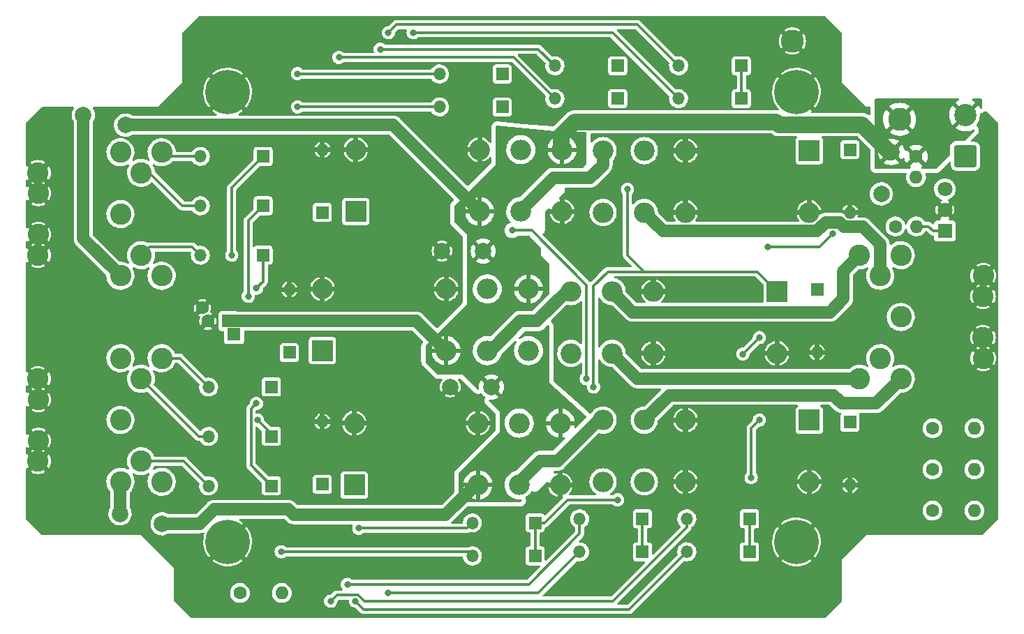
<source format=gbr>
%TF.GenerationSoftware,KiCad,Pcbnew,(6.0.10)*%
%TF.CreationDate,2023-01-23T18:05:53+00:00*%
%TF.ProjectId,bedberry_splitter,62656462-6572-4727-995f-73706c697474,rev?*%
%TF.SameCoordinates,Original*%
%TF.FileFunction,Copper,L1,Top*%
%TF.FilePolarity,Positive*%
%FSLAX46Y46*%
G04 Gerber Fmt 4.6, Leading zero omitted, Abs format (unit mm)*
G04 Created by KiCad (PCBNEW (6.0.10)) date 2023-01-23 18:05:53*
%MOMM*%
%LPD*%
G01*
G04 APERTURE LIST*
G04 Aperture macros list*
%AMRoundRect*
0 Rectangle with rounded corners*
0 $1 Rounding radius*
0 $2 $3 $4 $5 $6 $7 $8 $9 X,Y pos of 4 corners*
0 Add a 4 corners polygon primitive as box body*
4,1,4,$2,$3,$4,$5,$6,$7,$8,$9,$2,$3,0*
0 Add four circle primitives for the rounded corners*
1,1,$1+$1,$2,$3*
1,1,$1+$1,$4,$5*
1,1,$1+$1,$6,$7*
1,1,$1+$1,$8,$9*
0 Add four rect primitives between the rounded corners*
20,1,$1+$1,$2,$3,$4,$5,0*
20,1,$1+$1,$4,$5,$6,$7,0*
20,1,$1+$1,$6,$7,$8,$9,0*
20,1,$1+$1,$8,$9,$2,$3,0*%
G04 Aperture macros list end*
%TA.AperFunction,ComponentPad*%
%ADD10R,1.500000X1.500000*%
%TD*%
%TA.AperFunction,ComponentPad*%
%ADD11O,1.500000X1.500000*%
%TD*%
%TA.AperFunction,ComponentPad*%
%ADD12C,2.800000*%
%TD*%
%TA.AperFunction,ComponentPad*%
%ADD13C,2.010000*%
%TD*%
%TA.AperFunction,ComponentPad*%
%ADD14R,2.500000X2.500000*%
%TD*%
%TA.AperFunction,ComponentPad*%
%ADD15O,2.500000X2.500000*%
%TD*%
%TA.AperFunction,ComponentPad*%
%ADD16RoundRect,0.250001X1.099999X-1.099999X1.099999X1.099999X-1.099999X1.099999X-1.099999X-1.099999X0*%
%TD*%
%TA.AperFunction,ComponentPad*%
%ADD17C,2.700000*%
%TD*%
%TA.AperFunction,ComponentPad*%
%ADD18C,1.600000*%
%TD*%
%TA.AperFunction,ComponentPad*%
%ADD19O,1.600000X1.600000*%
%TD*%
%TA.AperFunction,ComponentPad*%
%ADD20C,2.600000*%
%TD*%
%TA.AperFunction,ComponentPad*%
%ADD21C,5.400000*%
%TD*%
%TA.AperFunction,ComponentPad*%
%ADD22C,2.000000*%
%TD*%
%TA.AperFunction,ComponentPad*%
%ADD23R,1.800000X1.800000*%
%TD*%
%TA.AperFunction,ComponentPad*%
%ADD24C,1.800000*%
%TD*%
%TA.AperFunction,ComponentPad*%
%ADD25R,1.600000X1.600000*%
%TD*%
%TA.AperFunction,ViaPad*%
%ADD26C,0.800000*%
%TD*%
%TA.AperFunction,Conductor*%
%ADD27C,0.300000*%
%TD*%
%TA.AperFunction,Conductor*%
%ADD28C,1.500000*%
%TD*%
%TA.AperFunction,Conductor*%
%ADD29C,2.000000*%
%TD*%
G04 APERTURE END LIST*
D10*
%TO.P,D13,1,K*%
%TO.N,/COIL_M1_B*%
X138815000Y-112000000D03*
D11*
%TO.P,D13,2,A*%
%TO.N,/HS2_M1_UP*%
X131195000Y-112000000D03*
%TD*%
D12*
%TO.P,TP2,1,1*%
%TO.N,+VDC*%
X157000000Y-63500000D03*
%TD*%
D13*
%TO.P,F3,1*%
%TO.N,+VDC*%
X156000000Y-67450000D03*
%TO.P,F3,2*%
%TO.N,/BED_PWR*%
X154800000Y-72550000D03*
%TD*%
D12*
%TO.P,TP1,1,1*%
%TO.N,GND*%
X144000000Y-54000000D03*
%TD*%
D14*
%TO.P,RL6,1*%
%TO.N,/COIL_M3_A*%
X87000000Y-91587500D03*
D15*
%TO.P,RL6,2*%
%TO.N,+VDC*%
X102000000Y-91587500D03*
%TO.P,RL6,3*%
%TO.N,Net-(RL5-Pad4)*%
X107000000Y-91587500D03*
%TO.P,RL6,4*%
%TO.N,GND*%
X112000000Y-91587500D03*
%TO.P,RL6,5*%
%TO.N,+VDC*%
X112000000Y-84087500D03*
%TO.P,RL6,6*%
%TO.N,Net-(RL5-Pad5)*%
X107000000Y-84087500D03*
%TO.P,RL6,7*%
%TO.N,GND*%
X102000000Y-84087500D03*
%TO.P,RL6,8*%
X87000000Y-84087500D03*
%TD*%
D16*
%TO.P,J3,1,Pin_1*%
%TO.N,/BED_PWR*%
X165000000Y-68000000D03*
D17*
%TO.P,J3,2,Pin_2*%
%TO.N,+VDC*%
X165000000Y-63000000D03*
%TD*%
D18*
%TO.P,R1,1*%
%TO.N,+VDC*%
X159000000Y-68000000D03*
D19*
%TO.P,R1,2*%
%TO.N,Net-(D25-Pad3)*%
X159000000Y-70540000D03*
%TD*%
D10*
%TO.P,D18,1,K*%
%TO.N,/COIL_M2_A*%
X80815000Y-102000000D03*
D11*
%TO.P,D18,2,A*%
%TO.N,/HS2_M2_DN*%
X73195000Y-102000000D03*
%TD*%
D10*
%TO.P,D20,1,K*%
%TO.N,/COIL_M3_B*%
X112815000Y-112500000D03*
D11*
%TO.P,D20,2,A*%
%TO.N,/HS2_M3_DN*%
X105195000Y-112500000D03*
%TD*%
D10*
%TO.P,D2,1,K*%
%TO.N,/COIL_M1_B*%
X137815000Y-57000000D03*
D11*
%TO.P,D2,2,A*%
%TO.N,/HS1_M1_UP*%
X130195000Y-57000000D03*
%TD*%
D18*
%TO.P,SPARE3,1*%
%TO.N,N/C*%
X161000000Y-111000000D03*
D19*
%TO.P,SPARE3,2*%
X166080000Y-111000000D03*
%TD*%
D20*
%TO.P,J4,1*%
%TO.N,/BED_PWR*%
X157155000Y-80000000D03*
%TO.P,J4,2*%
%TO.N,/BED_M1_UP*%
X157155000Y-87500000D03*
%TO.P,J4,3*%
%TO.N,/BED_M2_UP*%
X157155000Y-95000000D03*
%TO.P,J4,4*%
%TO.N,/BED_M1_DN*%
X154655000Y-82500000D03*
%TO.P,J4,5*%
%TO.N,/BED_M2_DN*%
X154655000Y-92500000D03*
%TO.P,J4,6*%
%TO.N,/BED_M3_UP*%
X152155000Y-80000000D03*
%TO.P,J4,7*%
%TO.N,/BED_M3_DN*%
X152155000Y-95000000D03*
%TO.P,J4,8*%
%TO.N,GND*%
X167155000Y-92500000D03*
X167115000Y-90000000D03*
X167115000Y-85000000D03*
X167155000Y-82500000D03*
%TD*%
D14*
%TO.P,RL1,1*%
%TO.N,/COIL_M1_B*%
X146037500Y-67312500D03*
D15*
%TO.P,RL1,2*%
%TO.N,GND*%
X131037500Y-67312500D03*
%TO.P,RL1,3*%
%TO.N,/BED_M1_UP*%
X126037500Y-67312500D03*
%TO.P,RL1,4*%
%TO.N,Net-(RL1-Pad4)*%
X121037500Y-67312500D03*
%TO.P,RL1,5*%
%TO.N,Net-(RL1-Pad5)*%
X121037500Y-74812500D03*
%TO.P,RL1,6*%
%TO.N,/BED_M1_DN*%
X126037500Y-74812500D03*
%TO.P,RL1,7*%
%TO.N,GND*%
X131037500Y-74812500D03*
%TO.P,RL1,8*%
X146037500Y-74812500D03*
%TD*%
D10*
%TO.P,D5,1,K*%
%TO.N,/COIL_M2_B*%
X108815000Y-58000000D03*
D11*
%TO.P,D5,2,A*%
%TO.N,/HS1_M2_UP*%
X101195000Y-58000000D03*
%TD*%
D14*
%TO.P,RL3,1*%
%TO.N,/COIL_M2_B*%
X146037500Y-100012500D03*
D15*
%TO.P,RL3,2*%
%TO.N,GND*%
X131037500Y-100012500D03*
%TO.P,RL3,3*%
%TO.N,/BED_M2_UP*%
X126037500Y-100012500D03*
%TO.P,RL3,4*%
%TO.N,Net-(RL3-Pad4)*%
X121037500Y-100012500D03*
%TO.P,RL3,5*%
%TO.N,Net-(RL3-Pad5)*%
X121037500Y-107512500D03*
%TO.P,RL3,6*%
%TO.N,/BED_M2_DN*%
X126037500Y-107512500D03*
%TO.P,RL3,7*%
%TO.N,GND*%
X131037500Y-107512500D03*
%TO.P,RL3,8*%
X146037500Y-107512500D03*
%TD*%
D14*
%TO.P,RL2,1*%
%TO.N,/COIL_M1_A*%
X91062500Y-74687500D03*
D15*
%TO.P,RL2,2*%
%TO.N,+VDC*%
X106062500Y-74687500D03*
%TO.P,RL2,3*%
%TO.N,Net-(RL1-Pad4)*%
X111062500Y-74687500D03*
%TO.P,RL2,4*%
%TO.N,GND*%
X116062500Y-74687500D03*
%TO.P,RL2,5*%
%TO.N,+VDC*%
X116062500Y-67187500D03*
%TO.P,RL2,6*%
%TO.N,Net-(RL1-Pad5)*%
X111062500Y-67187500D03*
%TO.P,RL2,7*%
%TO.N,GND*%
X106062500Y-67187500D03*
%TO.P,RL2,8*%
X91062500Y-67187500D03*
%TD*%
D10*
%TO.P,D10,1,K*%
%TO.N,/COIL_M3_A*%
X79815000Y-68000000D03*
D11*
%TO.P,D10,2,A*%
%TO.N,/HS1_M3_DN*%
X72195000Y-68000000D03*
%TD*%
D10*
%TO.P,D16,1,K*%
%TO.N,/COIL_M2_B*%
X125815000Y-112000000D03*
D11*
%TO.P,D16,2,A*%
%TO.N,/HS2_M2_UP*%
X118195000Y-112000000D03*
%TD*%
D21*
%TO.P,H3,1,1*%
%TO.N,GND*%
X75500000Y-114800000D03*
%TD*%
D10*
%TO.P,D22,1,K*%
%TO.N,/COIL_M2_A*%
X87000000Y-107815000D03*
D11*
%TO.P,D22,2,A*%
%TO.N,GND*%
X87000000Y-100195000D03*
%TD*%
D10*
%TO.P,D9,1,K*%
%TO.N,/COIL_M3_B*%
X122815000Y-61000000D03*
D11*
%TO.P,D9,2,A*%
%TO.N,/HS1_M3_DN*%
X115195000Y-61000000D03*
%TD*%
D22*
%TO.P,C2,1*%
%TO.N,+VDC*%
X106500000Y-79500000D03*
%TO.P,C2,2*%
%TO.N,GND*%
X101500000Y-79500000D03*
%TD*%
D10*
%TO.P,D19,1,K*%
%TO.N,/COIL_M3_B*%
X112815000Y-116500000D03*
D11*
%TO.P,D19,2,A*%
%TO.N,/HS2_M3_UP*%
X105195000Y-116500000D03*
%TD*%
D18*
%TO.P,SPARE2,1*%
%TO.N,N/C*%
X161000000Y-106000000D03*
D19*
%TO.P,SPARE2,2*%
X166080000Y-106000000D03*
%TD*%
D18*
%TO.P,SPARE4,1*%
%TO.N,N/C*%
X77000000Y-121000000D03*
D19*
%TO.P,SPARE4,2*%
X82080000Y-121000000D03*
%TD*%
D10*
%TO.P,D17,1,K*%
%TO.N,/COIL_M2_B*%
X125815000Y-116000000D03*
D11*
%TO.P,D17,2,A*%
%TO.N,/HS2_M2_DN*%
X118195000Y-116000000D03*
%TD*%
D21*
%TO.P,H2,1,1*%
%TO.N,GND*%
X144500000Y-60200000D03*
%TD*%
D10*
%TO.P,D15,1,K*%
%TO.N,/COIL_M1_A*%
X80815000Y-108000000D03*
D11*
%TO.P,D15,2,A*%
%TO.N,/HS2_M1_DN*%
X73195000Y-108000000D03*
%TD*%
D10*
%TO.P,D24,1,K*%
%TO.N,/COIL_M3_A*%
X83000000Y-91815000D03*
D11*
%TO.P,D24,2,A*%
%TO.N,GND*%
X83000000Y-84195000D03*
%TD*%
D10*
%TO.P,D8,1,K*%
%TO.N,/COIL_M3_B*%
X122815000Y-57000000D03*
D11*
%TO.P,D8,2,A*%
%TO.N,/HS1_M3_UP*%
X115195000Y-57000000D03*
%TD*%
D13*
%TO.P,F2,1*%
%TO.N,+VDC*%
X67550000Y-112600000D03*
%TO.P,F2,2*%
%TO.N,/HS2_PWR*%
X62450000Y-111400000D03*
%TD*%
D20*
%TO.P,J1,1*%
%TO.N,/HS1_PWR*%
X62500000Y-82500000D03*
%TO.P,J1,2*%
%TO.N,/HS1_M1_UP*%
X62500000Y-75000000D03*
%TO.P,J1,3*%
%TO.N,/HS1_M2_UP*%
X62500000Y-67500000D03*
%TO.P,J1,4*%
%TO.N,/HS1_M1_DN*%
X65000000Y-80000000D03*
%TO.P,J1,5*%
%TO.N,/HS1_M2_DN*%
X65000000Y-70000000D03*
%TO.P,J1,6*%
%TO.N,/HS1_M3_UP*%
X67500000Y-82500000D03*
%TO.P,J1,7*%
%TO.N,/HS1_M3_DN*%
X67500000Y-67500000D03*
%TO.P,J1,8*%
%TO.N,GND*%
X52540000Y-77500000D03*
X52500000Y-70000000D03*
X52540000Y-72500000D03*
X52500000Y-80000000D03*
%TD*%
D10*
%TO.P,D14,1,K*%
%TO.N,/COIL_M1_B*%
X138815000Y-116000000D03*
D11*
%TO.P,D14,2,A*%
%TO.N,/HS2_M1_DN*%
X131195000Y-116000000D03*
%TD*%
D10*
%TO.P,D7,1,K*%
%TO.N,/COIL_M2_A*%
X79815000Y-74000000D03*
D11*
%TO.P,D7,2,A*%
%TO.N,/HS1_M2_DN*%
X72195000Y-74000000D03*
%TD*%
D10*
%TO.P,D23,1,K*%
%TO.N,/COIL_M3_B*%
X147000000Y-84185000D03*
D11*
%TO.P,D23,2,A*%
%TO.N,GND*%
X147000000Y-91805000D03*
%TD*%
D10*
%TO.P,D12,1,K*%
%TO.N,/COIL_M2_B*%
X151000000Y-100285000D03*
D11*
%TO.P,D12,2,A*%
%TO.N,GND*%
X151000000Y-107905000D03*
%TD*%
D18*
%TO.P,SPARE1,1*%
%TO.N,N/C*%
X161000000Y-101000000D03*
D19*
%TO.P,SPARE1,2*%
X166080000Y-101000000D03*
%TD*%
D21*
%TO.P,H4,1,1*%
%TO.N,GND*%
X144500000Y-114800000D03*
%TD*%
D10*
%TO.P,D21,1,K*%
%TO.N,/COIL_M3_A*%
X80815000Y-96000000D03*
D11*
%TO.P,D21,2,A*%
%TO.N,/HS2_M3_DN*%
X73195000Y-96000000D03*
%TD*%
D10*
%TO.P,D4,1,K*%
%TO.N,/COIL_M1_A*%
X79815000Y-80000000D03*
D11*
%TO.P,D4,2,A*%
%TO.N,/HS1_M1_DN*%
X72195000Y-80000000D03*
%TD*%
D14*
%TO.P,RL5,1*%
%TO.N,/COIL_M3_B*%
X142137500Y-84412500D03*
D15*
%TO.P,RL5,2*%
%TO.N,GND*%
X127137500Y-84412500D03*
%TO.P,RL5,3*%
%TO.N,/BED_M3_UP*%
X122137500Y-84412500D03*
%TO.P,RL5,4*%
%TO.N,Net-(RL5-Pad4)*%
X117137500Y-84412500D03*
%TO.P,RL5,5*%
%TO.N,Net-(RL5-Pad5)*%
X117137500Y-91912500D03*
%TO.P,RL5,6*%
%TO.N,/BED_M3_DN*%
X122137500Y-91912500D03*
%TO.P,RL5,7*%
%TO.N,GND*%
X127137500Y-91912500D03*
%TO.P,RL5,8*%
X142137500Y-91912500D03*
%TD*%
D13*
%TO.P,F1,1*%
%TO.N,+VDC*%
X63100000Y-64200000D03*
%TO.P,F1,2*%
%TO.N,/HS1_PWR*%
X58000000Y-63000000D03*
%TD*%
D22*
%TO.P,C3,1*%
%TO.N,+VDC*%
X107500000Y-96000000D03*
%TO.P,C3,2*%
%TO.N,GND*%
X102500000Y-96000000D03*
%TD*%
D10*
%TO.P,D11,1,K*%
%TO.N,/COIL_M1_A*%
X87000000Y-74815000D03*
D11*
%TO.P,D11,2,A*%
%TO.N,GND*%
X87000000Y-67195000D03*
%TD*%
D10*
%TO.P,D6,1,K*%
%TO.N,/COIL_M2_B*%
X108815000Y-62000000D03*
D11*
%TO.P,D6,2,A*%
%TO.N,/HS1_M2_DN*%
X101195000Y-62000000D03*
%TD*%
D14*
%TO.P,RL4,1*%
%TO.N,/COIL_M2_A*%
X90862500Y-107887500D03*
D15*
%TO.P,RL4,2*%
%TO.N,+VDC*%
X105862500Y-107887500D03*
%TO.P,RL4,3*%
%TO.N,Net-(RL3-Pad4)*%
X110862500Y-107887500D03*
%TO.P,RL4,4*%
%TO.N,GND*%
X115862500Y-107887500D03*
%TO.P,RL4,5*%
%TO.N,+VDC*%
X115862500Y-100387500D03*
%TO.P,RL4,6*%
%TO.N,Net-(RL3-Pad5)*%
X110862500Y-100387500D03*
%TO.P,RL4,7*%
%TO.N,GND*%
X105862500Y-100387500D03*
%TO.P,RL4,8*%
X90862500Y-100387500D03*
%TD*%
D20*
%TO.P,J2,1*%
%TO.N,/HS2_PWR*%
X62500000Y-107500000D03*
%TO.P,J2,2*%
%TO.N,/HS2_M1_UP*%
X62500000Y-100000000D03*
%TO.P,J2,3*%
%TO.N,/HS2_M2_UP*%
X62500000Y-92500000D03*
%TO.P,J2,4*%
%TO.N,/HS2_M1_DN*%
X65000000Y-105000000D03*
%TO.P,J2,5*%
%TO.N,/HS2_M2_DN*%
X65000000Y-95000000D03*
%TO.P,J2,6*%
%TO.N,/HS2_M3_UP*%
X67500000Y-107500000D03*
%TO.P,J2,7*%
%TO.N,/HS2_M3_DN*%
X67500000Y-92500000D03*
%TO.P,J2,8*%
%TO.N,GND*%
X52500000Y-105000000D03*
X52540000Y-97500000D03*
X52500000Y-95000000D03*
X52540000Y-102500000D03*
%TD*%
D10*
%TO.P,D1,1,K*%
%TO.N,/COIL_M1_B*%
X151000000Y-67185000D03*
D11*
%TO.P,D1,2,A*%
%TO.N,GND*%
X151000000Y-74805000D03*
%TD*%
D23*
%TO.P,D25,1,A1*%
%TO.N,Net-(D25-Pad1)*%
X162500000Y-77050000D03*
D24*
%TO.P,D25,2,K*%
%TO.N,GND*%
X162500000Y-74510000D03*
%TO.P,D25,3,A2*%
%TO.N,Net-(D25-Pad3)*%
X162500000Y-71970000D03*
%TD*%
D21*
%TO.P,H1,1,1*%
%TO.N,GND*%
X75500000Y-60200000D03*
%TD*%
D10*
%TO.P,D3,1,K*%
%TO.N,/COIL_M1_B*%
X137815000Y-61000000D03*
D11*
%TO.P,D3,2,A*%
%TO.N,/HS1_M1_DN*%
X130195000Y-61000000D03*
%TD*%
D25*
%TO.P,C1,1*%
%TO.N,+VDC*%
X76288614Y-89600000D03*
X75617677Y-88000000D03*
D18*
%TO.P,C1,2*%
%TO.N,GND*%
X72446740Y-86400000D03*
X73117677Y-88000000D03*
%TD*%
%TO.P,R2,1*%
%TO.N,/BED_PWR*%
X156500000Y-76500000D03*
D19*
%TO.P,R2,2*%
%TO.N,Net-(D25-Pad1)*%
X159040000Y-76500000D03*
%TD*%
D26*
%TO.N,/COIL_M1_A*%
X79000000Y-84000000D03*
X79000000Y-98000000D03*
%TO.N,/HS1_M1_UP*%
X95000000Y-53000000D03*
%TO.N,/HS1_M1_DN*%
X98000000Y-53000000D03*
%TO.N,/COIL_M2_A*%
X78000000Y-85000000D03*
X79100000Y-100000000D03*
%TO.N,/HS1_M2_UP*%
X83970023Y-57970023D03*
%TO.N,/HS1_M2_DN*%
X84000000Y-62000000D03*
%TO.N,/COIL_M3_A*%
X76000000Y-80000000D03*
%TO.N,/HS1_M3_UP*%
X94000000Y-55000000D03*
%TO.N,/HS1_M3_DN*%
X89000000Y-56000000D03*
%TO.N,/HS2_M1_UP*%
X88000000Y-122000000D03*
%TO.N,/HS2_M1_DN*%
X91000000Y-122000000D03*
%TO.N,/HS2_M2_UP*%
X90029977Y-119970023D03*
%TO.N,/HS2_M2_DN*%
X95000000Y-121000000D03*
%TO.N,/HS2_M3_UP*%
X82000000Y-116000000D03*
%TO.N,/HS2_M3_DN*%
X91413236Y-113149500D03*
%TO.N,/COIL_M1_B*%
X140000000Y-90000000D03*
X140000000Y-100000000D03*
X138000000Y-92000000D03*
X148876053Y-77399500D03*
X141000000Y-79000000D03*
X139000000Y-107000000D03*
%TO.N,/COIL_M2_B*%
X119000000Y-95000000D03*
X110000000Y-77000000D03*
%TO.N,/COIL_M3_B*%
X124000000Y-72000000D03*
X122800000Y-109700000D03*
X119900000Y-96000000D03*
%TD*%
D27*
%TO.N,/COIL_M1_A*%
X79000000Y-84000000D02*
X79815000Y-83185000D01*
X78350500Y-105535500D02*
X78350500Y-98649500D01*
X79815000Y-83185000D02*
X79815000Y-80000000D01*
X78350500Y-98649500D02*
X79000000Y-98000000D01*
X80815000Y-108000000D02*
X78350500Y-105535500D01*
%TO.N,/HS1_M1_UP*%
X130195000Y-57000000D02*
X125195000Y-52000000D01*
X125195000Y-52000000D02*
X96000000Y-52000000D01*
X96000000Y-52000000D02*
X95000000Y-53000000D01*
%TO.N,/HS1_M1_DN*%
X71195000Y-79000000D02*
X72195000Y-80000000D01*
X66000000Y-79000000D02*
X71195000Y-79000000D01*
X65000000Y-80000000D02*
X66000000Y-79000000D01*
X122195000Y-53000000D02*
X130195000Y-61000000D01*
X98000000Y-53000000D02*
X122195000Y-53000000D01*
%TO.N,/COIL_M2_A*%
X78000000Y-75815000D02*
X78000000Y-85000000D01*
X80815000Y-102000000D02*
X80815000Y-101715000D01*
X79815000Y-74000000D02*
X78000000Y-75815000D01*
X80815000Y-101715000D02*
X79100000Y-100000000D01*
%TO.N,/HS1_M2_UP*%
X84000000Y-58000000D02*
X83970023Y-57970023D01*
X101195000Y-58000000D02*
X84000000Y-58000000D01*
%TO.N,/HS1_M2_DN*%
X70000000Y-74000000D02*
X72195000Y-74000000D01*
X84000000Y-62000000D02*
X101195000Y-62000000D01*
X66000000Y-70000000D02*
X70000000Y-74000000D01*
X65000000Y-70000000D02*
X66000000Y-70000000D01*
%TO.N,/COIL_M3_A*%
X79815000Y-68000000D02*
X76000000Y-71815000D01*
X76000000Y-71815000D02*
X76000000Y-80000000D01*
%TO.N,/HS1_M3_UP*%
X113195000Y-55000000D02*
X94000000Y-55000000D01*
X115195000Y-57000000D02*
X113195000Y-55000000D01*
%TO.N,/HS1_M3_DN*%
X67500000Y-67500000D02*
X68000000Y-68000000D01*
X115195000Y-61000000D02*
X110195000Y-56000000D01*
X110195000Y-56000000D02*
X89000000Y-56000000D01*
X68000000Y-68000000D02*
X72195000Y-68000000D01*
%TO.N,/HS2_M1_UP*%
X92059954Y-122000000D02*
X122255660Y-122000000D01*
X122255660Y-122000000D02*
X131195000Y-113060660D01*
X91310454Y-121250500D02*
X92059954Y-122000000D01*
X131195000Y-113060660D02*
X131195000Y-112000000D01*
X88000000Y-122000000D02*
X88749500Y-121250500D01*
X88749500Y-121250500D02*
X91310454Y-121250500D01*
%TO.N,/HS2_M1_DN*%
X65000000Y-105000000D02*
X70195000Y-105000000D01*
X70195000Y-105000000D02*
X73195000Y-108000000D01*
X124195000Y-123000000D02*
X92000000Y-123000000D01*
X131195000Y-116000000D02*
X124195000Y-123000000D01*
X92000000Y-123000000D02*
X91000000Y-122000000D01*
%TO.N,/HS2_M2_UP*%
X118195000Y-112000000D02*
X118195000Y-113805000D01*
X112029977Y-119970023D02*
X90029977Y-119970023D01*
X118195000Y-113805000D02*
X112029977Y-119970023D01*
%TO.N,/HS2_M2_DN*%
X113195000Y-121000000D02*
X118195000Y-116000000D01*
X72000000Y-102000000D02*
X73195000Y-102000000D01*
X65000000Y-95000000D02*
X72000000Y-102000000D01*
X95000000Y-121000000D02*
X113195000Y-121000000D01*
%TO.N,/HS2_M3_UP*%
X82000000Y-116000000D02*
X104695000Y-116000000D01*
X104695000Y-116000000D02*
X105195000Y-116500000D01*
%TO.N,/HS2_M3_DN*%
X104545500Y-113149500D02*
X91413236Y-113149500D01*
X105195000Y-112500000D02*
X104545500Y-113149500D01*
X69695000Y-92500000D02*
X73195000Y-96000000D01*
X67500000Y-92500000D02*
X69695000Y-92500000D01*
D28*
%TO.N,+VDC*%
X95575000Y-64200000D02*
X63100000Y-64200000D01*
X142405908Y-64150000D02*
X142068907Y-63812999D01*
X105425000Y-108000000D02*
X105925000Y-108000000D01*
D29*
X156000000Y-67450000D02*
X155775000Y-67450000D01*
X115962500Y-65419734D02*
X115962500Y-67187500D01*
X152475000Y-64150000D02*
X142405908Y-64150000D01*
D28*
X106062500Y-74687500D02*
X95575000Y-64200000D01*
X67550000Y-112600000D02*
X72113856Y-112600000D01*
X98375000Y-88000000D02*
X75617677Y-88000000D01*
X83500000Y-111500000D02*
X101925000Y-111500000D01*
X72113856Y-112600000D02*
X73863856Y-110850000D01*
D29*
X155775000Y-67450000D02*
X152475000Y-64150000D01*
D28*
X101962500Y-91587500D02*
X98375000Y-88000000D01*
X82850000Y-110850000D02*
X83500000Y-111500000D01*
X101925000Y-111500000D02*
X105425000Y-108000000D01*
D29*
X117569235Y-63812999D02*
X115962500Y-65419734D01*
D28*
X73863856Y-110850000D02*
X82850000Y-110850000D01*
D29*
X142068907Y-63812999D02*
X117569235Y-63812999D01*
D28*
%TO.N,/HS1_PWR*%
X58000000Y-78000000D02*
X62500000Y-82500000D01*
X58000000Y-63000000D02*
X58000000Y-78000000D01*
%TO.N,/HS2_PWR*%
X62450000Y-111400000D02*
X62450000Y-107550000D01*
X62450000Y-107550000D02*
X62500000Y-107500000D01*
%TO.N,/BED_M1_DN*%
X150275126Y-76555000D02*
X149720126Y-76000000D01*
X146969481Y-77062500D02*
X128287500Y-77062500D01*
X148031981Y-76000000D02*
X146969481Y-77062500D01*
X149720126Y-76000000D02*
X148031981Y-76000000D01*
X154655000Y-78655000D02*
X152555000Y-76555000D01*
X152555000Y-76555000D02*
X150275126Y-76555000D01*
X128287500Y-77062500D02*
X126037500Y-74812500D01*
X154655000Y-82500000D02*
X154655000Y-78655000D01*
%TO.N,/BED_M2_UP*%
X149000000Y-97000000D02*
X150000000Y-98000000D01*
X150000000Y-98000000D02*
X154155000Y-98000000D01*
X154155000Y-98000000D02*
X157155000Y-95000000D01*
X129050000Y-97000000D02*
X149000000Y-97000000D01*
X126037500Y-100012500D02*
X129050000Y-97000000D01*
%TO.N,/BED_M3_UP*%
X124637500Y-86912500D02*
X148587500Y-86912500D01*
X148587500Y-86912500D02*
X150200000Y-85300000D01*
X150200000Y-81955000D02*
X152155000Y-80000000D01*
X122137500Y-84412500D02*
X124637500Y-86912500D01*
X150200000Y-85300000D02*
X150200000Y-81955000D01*
%TO.N,/BED_M3_DN*%
X122137500Y-91912500D02*
X125225000Y-95000000D01*
X125225000Y-95000000D02*
X152155000Y-95000000D01*
%TO.N,Net-(RL1-Pad4)*%
X121037500Y-69080266D02*
X121037500Y-67312500D01*
X110962500Y-74687500D02*
X115000500Y-70649500D01*
X119468266Y-70649500D02*
X121037500Y-69080266D01*
X115000500Y-70649500D02*
X119468266Y-70649500D01*
%TO.N,Net-(RL3-Pad4)*%
X110925000Y-108000000D02*
X110925000Y-107500000D01*
X115500000Y-105000000D02*
X120500000Y-100000000D01*
X110925000Y-107500000D02*
X113425000Y-105000000D01*
X113425000Y-105000000D02*
X115500000Y-105000000D01*
%TO.N,Net-(RL5-Pad4)*%
X111000000Y-88000000D02*
X113000000Y-88000000D01*
X113000000Y-88000000D02*
X116687500Y-84312500D01*
X107500000Y-91500000D02*
X111000000Y-88000000D01*
X116687500Y-84312500D02*
X117037500Y-84312500D01*
X107000000Y-91500000D02*
X107500000Y-91500000D01*
D27*
%TO.N,/COIL_M1_B*%
X139000000Y-101000000D02*
X140000000Y-100000000D01*
X139000000Y-107000000D02*
X139000000Y-101000000D01*
X147275553Y-79000000D02*
X148876053Y-77399500D01*
X140000000Y-90000000D02*
X138000000Y-92000000D01*
X141000000Y-79000000D02*
X147275553Y-79000000D01*
X137815000Y-57000000D02*
X137815000Y-61000000D01*
X138815000Y-116000000D02*
X138815000Y-112000000D01*
%TO.N,/COIL_M2_B*%
X119037500Y-83625494D02*
X119037500Y-94962500D01*
X119037500Y-94962500D02*
X119000000Y-95000000D01*
X110000000Y-77000000D02*
X112412006Y-77000000D01*
X112412006Y-77000000D02*
X119037500Y-83625494D01*
X125815000Y-116000000D02*
X125815000Y-112000000D01*
%TO.N,/COIL_M3_B*%
X139725000Y-82000000D02*
X142137500Y-84412500D01*
X126000000Y-82000000D02*
X139725000Y-82000000D01*
X116737006Y-109700000D02*
X122800000Y-109700000D01*
X112815000Y-116500000D02*
X112815000Y-112500000D01*
X126000000Y-82000000D02*
X124000000Y-80000000D01*
X121600000Y-82000000D02*
X119900000Y-83700000D01*
X124000000Y-80000000D02*
X124000000Y-72000000D01*
X112815000Y-112500000D02*
X113937006Y-112500000D01*
X126000000Y-82000000D02*
X121600000Y-82000000D01*
X113937006Y-112500000D02*
X116737006Y-109700000D01*
X119900000Y-83700000D02*
X119900000Y-96000000D01*
%TO.N,Net-(D25-Pad1)*%
X160500000Y-76500000D02*
X161050000Y-77050000D01*
X159040000Y-76500000D02*
X160500000Y-76500000D01*
X161050000Y-77050000D02*
X162500000Y-77050000D01*
%TD*%
%TA.AperFunction,Conductor*%
%TO.N,+VDC*%
G36*
X164172005Y-61020002D02*
G01*
X164218498Y-61073658D01*
X164228602Y-61143932D01*
X164199108Y-61208512D01*
X164161967Y-61237814D01*
X163982476Y-61331053D01*
X163974904Y-61335693D01*
X163826339Y-61441858D01*
X163817936Y-61452580D01*
X163824916Y-61465705D01*
X164987190Y-62627980D01*
X165001131Y-62635592D01*
X165002966Y-62635461D01*
X165009580Y-62631210D01*
X166174771Y-61466018D01*
X166181625Y-61453467D01*
X166173418Y-61442397D01*
X166076870Y-61368714D01*
X166069444Y-61363837D01*
X165841059Y-61235935D01*
X165791397Y-61185198D01*
X165777049Y-61115666D01*
X165802571Y-61049415D01*
X165859859Y-61007480D01*
X165902625Y-61000000D01*
X166874000Y-61000000D01*
X166942121Y-61020002D01*
X166988614Y-61073658D01*
X167000000Y-61126000D01*
X167000000Y-62101075D01*
X166979998Y-62169196D01*
X166926342Y-62215689D01*
X166856068Y-62225793D01*
X166791488Y-62196299D01*
X166763112Y-62160907D01*
X166652758Y-61956385D01*
X166647999Y-61948887D01*
X166557793Y-61826757D01*
X166546665Y-61818315D01*
X166534072Y-61825139D01*
X165359210Y-63000000D01*
X165000000Y-63359210D01*
X163824671Y-64534540D01*
X163817507Y-64547660D01*
X163824897Y-64557963D01*
X163872420Y-64596654D01*
X163879696Y-64601767D01*
X164108640Y-64739603D01*
X164116554Y-64743636D01*
X164362647Y-64847843D01*
X164371052Y-64850720D01*
X164629376Y-64919214D01*
X164638088Y-64920876D01*
X164903492Y-64952288D01*
X164912357Y-64952706D01*
X165179523Y-64946410D01*
X165188378Y-64945573D01*
X165451991Y-64901696D01*
X165460625Y-64899623D01*
X165715431Y-64819038D01*
X165723693Y-64815767D01*
X165943439Y-64710246D01*
X166013505Y-64698789D01*
X166078642Y-64727032D01*
X166118170Y-64786007D01*
X166119539Y-64856990D01*
X166087076Y-64912924D01*
X164895405Y-66104595D01*
X164833093Y-66138621D01*
X164806310Y-66141500D01*
X163849600Y-66141500D01*
X163846354Y-66141837D01*
X163846350Y-66141837D01*
X163750693Y-66151762D01*
X163750689Y-66151763D01*
X163743835Y-66152474D01*
X163737299Y-66154655D01*
X163737297Y-66154655D01*
X163605195Y-66198728D01*
X163576055Y-66208450D01*
X163425652Y-66301522D01*
X163300695Y-66426697D01*
X163296855Y-66432927D01*
X163296854Y-66432928D01*
X163244817Y-66517348D01*
X163207885Y-66577262D01*
X163152203Y-66745139D01*
X163141500Y-66849600D01*
X163141500Y-67806310D01*
X163121498Y-67874431D01*
X163104595Y-67895405D01*
X161536905Y-69463095D01*
X161474593Y-69497121D01*
X161447810Y-69500000D01*
X159835754Y-69500000D01*
X159763483Y-69477213D01*
X159692843Y-69427750D01*
X159648515Y-69372293D01*
X159641206Y-69301673D01*
X159673237Y-69238313D01*
X159709683Y-69211385D01*
X159714675Y-69208940D01*
X159723524Y-69203664D01*
X159779360Y-69163836D01*
X159787760Y-69153137D01*
X159780773Y-69139983D01*
X159012812Y-68372022D01*
X158998868Y-68364408D01*
X158997035Y-68364539D01*
X158990420Y-68368790D01*
X158216032Y-69143178D01*
X158209272Y-69155558D01*
X158214554Y-69162614D01*
X158301654Y-69213512D01*
X158350377Y-69265150D01*
X158363448Y-69334933D01*
X158336716Y-69400705D01*
X158310353Y-69425512D01*
X158236516Y-69477213D01*
X158164246Y-69500000D01*
X154126000Y-69500000D01*
X154057879Y-69479998D01*
X154011386Y-69426342D01*
X154000000Y-69374000D01*
X154000000Y-68753209D01*
X155061621Y-68753209D01*
X155067348Y-68760859D01*
X155264872Y-68881902D01*
X155273666Y-68886383D01*
X155497921Y-68979272D01*
X155507306Y-68982321D01*
X155743333Y-69038987D01*
X155753080Y-69040530D01*
X155995070Y-69059575D01*
X156004930Y-69059575D01*
X156246920Y-69040530D01*
X156256667Y-69038987D01*
X156492694Y-68982321D01*
X156502079Y-68979272D01*
X156726334Y-68886383D01*
X156735128Y-68881902D01*
X156928986Y-68763106D01*
X156938446Y-68752650D01*
X156934662Y-68743872D01*
X156012812Y-67822022D01*
X155998868Y-67814408D01*
X155997035Y-67814539D01*
X155990420Y-67818790D01*
X155068381Y-68740829D01*
X155061621Y-68753209D01*
X154000000Y-68753209D01*
X154000000Y-67454930D01*
X154390425Y-67454930D01*
X154409470Y-67696920D01*
X154411013Y-67706667D01*
X154467679Y-67942694D01*
X154470728Y-67952079D01*
X154563617Y-68176334D01*
X154568098Y-68185128D01*
X154686894Y-68378986D01*
X154697350Y-68388446D01*
X154706128Y-68384662D01*
X155627978Y-67462812D01*
X155634356Y-67451132D01*
X156364408Y-67451132D01*
X156364539Y-67452965D01*
X156368790Y-67459580D01*
X157290829Y-68381619D01*
X157303209Y-68388379D01*
X157310859Y-68382652D01*
X157397448Y-68241352D01*
X157450096Y-68193721D01*
X157520137Y-68182114D01*
X157585335Y-68210217D01*
X157624989Y-68269107D01*
X157627798Y-68279486D01*
X157658349Y-68415050D01*
X157661428Y-68424878D01*
X157744153Y-68628605D01*
X157748796Y-68637796D01*
X157835916Y-68779964D01*
X157846372Y-68789424D01*
X157855150Y-68785640D01*
X158627978Y-68012812D01*
X158634356Y-68001132D01*
X159364408Y-68001132D01*
X159364539Y-68002965D01*
X159368790Y-68009580D01*
X160140570Y-68781360D01*
X160152580Y-68787918D01*
X160164321Y-68778948D01*
X160201128Y-68727726D01*
X160206439Y-68718886D01*
X160303854Y-68521782D01*
X160307653Y-68512187D01*
X160371568Y-68301821D01*
X160373747Y-68291740D01*
X160402684Y-68071945D01*
X160403203Y-68065272D01*
X160404716Y-68003365D01*
X160404522Y-67996646D01*
X160386359Y-67775721D01*
X160384674Y-67765541D01*
X160331111Y-67552300D01*
X160327786Y-67542534D01*
X160240118Y-67340911D01*
X160235240Y-67331814D01*
X160163438Y-67220824D01*
X160152752Y-67211621D01*
X160143185Y-67216025D01*
X159372022Y-67987188D01*
X159364408Y-68001132D01*
X158634356Y-68001132D01*
X158635592Y-67998868D01*
X158635461Y-67997035D01*
X158631210Y-67990420D01*
X157859624Y-67218834D01*
X157848088Y-67212534D01*
X157835805Y-67222157D01*
X157818080Y-67248141D01*
X157763168Y-67293143D01*
X157692643Y-67301314D01*
X157628897Y-67270059D01*
X157592167Y-67209302D01*
X157589543Y-67196846D01*
X157588987Y-67193335D01*
X157532321Y-66957306D01*
X157529272Y-66947921D01*
X157487232Y-66846427D01*
X158211223Y-66846427D01*
X158217969Y-66858759D01*
X158987188Y-67627978D01*
X159001132Y-67635592D01*
X159002965Y-67635461D01*
X159009580Y-67631210D01*
X159783294Y-66857496D01*
X159790314Y-66844640D01*
X159782540Y-66833971D01*
X159781459Y-66833117D01*
X159772876Y-66827415D01*
X159580393Y-66721158D01*
X159570981Y-66716928D01*
X159363725Y-66643534D01*
X159353755Y-66640900D01*
X159137293Y-66602344D01*
X159127039Y-66601374D01*
X158907176Y-66598687D01*
X158896891Y-66599407D01*
X158679553Y-66632664D01*
X158669526Y-66635053D01*
X158460538Y-66703360D01*
X158451029Y-66707357D01*
X158256006Y-66808880D01*
X158247276Y-66814379D01*
X158219677Y-66835101D01*
X158211223Y-66846427D01*
X157487232Y-66846427D01*
X157436383Y-66723666D01*
X157431902Y-66714872D01*
X157313106Y-66521014D01*
X157302650Y-66511554D01*
X157293872Y-66515338D01*
X156372022Y-67437188D01*
X156364408Y-67451132D01*
X155634356Y-67451132D01*
X155635592Y-67448868D01*
X155635461Y-67447035D01*
X155631210Y-67440420D01*
X154709171Y-66518381D01*
X154696791Y-66511621D01*
X154689141Y-66517348D01*
X154568098Y-66714872D01*
X154563617Y-66723666D01*
X154470728Y-66947921D01*
X154467679Y-66957306D01*
X154411013Y-67193333D01*
X154409470Y-67203080D01*
X154390425Y-67445070D01*
X154390425Y-67454930D01*
X154000000Y-67454930D01*
X154000000Y-66147350D01*
X155061554Y-66147350D01*
X155065338Y-66156128D01*
X155987188Y-67077978D01*
X156001132Y-67085592D01*
X156002965Y-67085461D01*
X156009580Y-67081210D01*
X156931619Y-66159171D01*
X156938379Y-66146791D01*
X156932652Y-66139141D01*
X156735128Y-66018098D01*
X156726334Y-66013617D01*
X156502079Y-65920728D01*
X156492694Y-65917679D01*
X156256667Y-65861013D01*
X156246920Y-65859470D01*
X156004930Y-65840425D01*
X155995070Y-65840425D01*
X155753080Y-65859470D01*
X155743333Y-65861013D01*
X155507306Y-65917679D01*
X155497921Y-65920728D01*
X155273666Y-66013617D01*
X155264872Y-66018098D01*
X155071014Y-66136894D01*
X155061554Y-66147350D01*
X154000000Y-66147350D01*
X154000000Y-65083203D01*
X155781964Y-65083203D01*
X155789354Y-65093505D01*
X155843596Y-65137665D01*
X155850872Y-65142779D01*
X156085881Y-65284266D01*
X156093805Y-65288303D01*
X156346412Y-65395269D01*
X156354805Y-65398143D01*
X156619983Y-65468454D01*
X156628695Y-65470116D01*
X156901130Y-65502360D01*
X156909995Y-65502778D01*
X157184238Y-65496315D01*
X157193098Y-65495478D01*
X157463681Y-65450441D01*
X157472338Y-65448362D01*
X157733884Y-65365646D01*
X157742146Y-65362375D01*
X157989430Y-65243631D01*
X157997154Y-65239225D01*
X158211598Y-65095937D01*
X158219887Y-65086019D01*
X158212630Y-65071840D01*
X157012812Y-63872022D01*
X156998868Y-63864408D01*
X156997035Y-63864539D01*
X156990420Y-63868790D01*
X155789130Y-65070080D01*
X155781964Y-65083203D01*
X154000000Y-65083203D01*
X154000000Y-63441470D01*
X154996055Y-63441470D01*
X155006825Y-63715580D01*
X155007800Y-63724409D01*
X155057085Y-63994270D01*
X155059294Y-64002873D01*
X155146110Y-64263093D01*
X155149514Y-64271311D01*
X155272129Y-64516704D01*
X155276647Y-64524343D01*
X155405218Y-64710370D01*
X155415538Y-64718722D01*
X155429192Y-64711598D01*
X156627978Y-63512812D01*
X156634356Y-63501132D01*
X157364408Y-63501132D01*
X157364539Y-63502965D01*
X157368790Y-63509580D01*
X158570817Y-64711607D01*
X158584217Y-64718924D01*
X158594122Y-64711937D01*
X158619303Y-64681980D01*
X158624521Y-64674798D01*
X158769692Y-64442024D01*
X158773844Y-64434184D01*
X158884770Y-64183273D01*
X158887776Y-64174923D01*
X158962239Y-63910896D01*
X158964040Y-63902202D01*
X159000725Y-63629084D01*
X159001253Y-63622691D01*
X159005008Y-63503222D01*
X159004881Y-63496779D01*
X158985420Y-63221930D01*
X158984167Y-63213120D01*
X158926430Y-62944939D01*
X158925880Y-62943045D01*
X163046159Y-62943045D01*
X163056650Y-63210079D01*
X163057625Y-63218908D01*
X163105638Y-63481804D01*
X163107847Y-63490407D01*
X163192424Y-63743914D01*
X163195823Y-63752121D01*
X163315281Y-63991193D01*
X163319792Y-63998821D01*
X163441160Y-64174427D01*
X163451480Y-64182779D01*
X163465134Y-64175655D01*
X164627980Y-63012810D01*
X164635592Y-62998869D01*
X164635461Y-62997034D01*
X164631210Y-62990420D01*
X163465911Y-61825122D01*
X163453070Y-61818110D01*
X163442382Y-61825904D01*
X163385828Y-61897643D01*
X163380839Y-61904985D01*
X163246611Y-62136073D01*
X163242699Y-62144060D01*
X163142374Y-62391752D01*
X163139630Y-62400196D01*
X163075203Y-62659561D01*
X163073676Y-62668312D01*
X163046438Y-62934161D01*
X163046159Y-62943045D01*
X158925880Y-62943045D01*
X158923954Y-62936418D01*
X158829004Y-62679046D01*
X158825349Y-62670951D01*
X158695086Y-62429531D01*
X158690324Y-62422026D01*
X158593545Y-62290998D01*
X158582422Y-62282559D01*
X158569825Y-62289385D01*
X157372022Y-63487188D01*
X157364408Y-63501132D01*
X156634356Y-63501132D01*
X156635592Y-63498868D01*
X156635461Y-63497035D01*
X156631210Y-63490420D01*
X155430308Y-62289518D01*
X155417467Y-62282506D01*
X155406778Y-62290302D01*
X155344377Y-62369455D01*
X155339372Y-62376820D01*
X155201591Y-62614027D01*
X155197687Y-62621997D01*
X155094699Y-62876261D01*
X155091955Y-62884705D01*
X155025821Y-63150942D01*
X155024294Y-63159693D01*
X154996334Y-63432586D01*
X154996055Y-63441470D01*
X154000000Y-63441470D01*
X154000000Y-61916736D01*
X155782093Y-61916736D01*
X155789073Y-61929863D01*
X156987188Y-63127978D01*
X157001132Y-63135592D01*
X157002965Y-63135461D01*
X157009580Y-63131210D01*
X158210445Y-61930345D01*
X158217299Y-61917793D01*
X158209092Y-61906722D01*
X158104391Y-61826817D01*
X158096966Y-61821940D01*
X157857613Y-61687896D01*
X157849587Y-61684119D01*
X157593726Y-61585134D01*
X157585253Y-61582527D01*
X157318006Y-61520583D01*
X157309229Y-61519193D01*
X157035927Y-61495522D01*
X157027056Y-61495382D01*
X156753136Y-61510457D01*
X156744326Y-61511571D01*
X156475270Y-61565089D01*
X156466712Y-61567430D01*
X156207865Y-61658331D01*
X156199731Y-61661851D01*
X155956284Y-61788312D01*
X155948712Y-61792951D01*
X155790495Y-61906015D01*
X155782093Y-61916736D01*
X154000000Y-61916736D01*
X154000000Y-61126000D01*
X154020002Y-61057879D01*
X154073658Y-61011386D01*
X154126000Y-61000000D01*
X164103884Y-61000000D01*
X164172005Y-61020002D01*
G37*
%TD.AperFunction*%
%TD*%
%TA.AperFunction,Conductor*%
%TO.N,+VDC*%
G36*
X116024059Y-65000000D02*
G01*
X118897299Y-65000000D01*
X118965420Y-65020002D01*
X119011913Y-65073658D01*
X119023297Y-65126756D01*
X119011207Y-67136685D01*
X119000311Y-68948255D01*
X118979899Y-69016254D01*
X118963408Y-69036592D01*
X118645905Y-69354095D01*
X118583593Y-69388121D01*
X118556810Y-69391000D01*
X115091895Y-69391000D01*
X115075448Y-69389922D01*
X115058983Y-69387754D01*
X115058979Y-69387754D01*
X115053413Y-69387021D01*
X114972011Y-69390860D01*
X114966075Y-69391000D01*
X114943501Y-69391000D01*
X114919386Y-69393152D01*
X114917513Y-69393319D01*
X114912250Y-69393678D01*
X114896433Y-69394424D01*
X114829011Y-69397604D01*
X114823548Y-69398855D01*
X114823542Y-69398856D01*
X114811532Y-69401607D01*
X114794600Y-69404289D01*
X114776738Y-69405883D01*
X114771327Y-69407363D01*
X114771323Y-69407364D01*
X114724657Y-69420131D01*
X114696348Y-69427876D01*
X114691250Y-69429156D01*
X114610030Y-69447758D01*
X114604869Y-69449959D01*
X114604870Y-69449959D01*
X114593533Y-69454794D01*
X114577358Y-69460427D01*
X114565461Y-69463682D01*
X114565457Y-69463683D01*
X114560049Y-69465163D01*
X114554983Y-69467579D01*
X114554984Y-69467579D01*
X114484833Y-69501039D01*
X114480024Y-69503210D01*
X114403391Y-69535897D01*
X114388390Y-69545751D01*
X114373475Y-69554154D01*
X114357282Y-69561878D01*
X114352734Y-69565146D01*
X114352729Y-69565149D01*
X114289614Y-69610502D01*
X114285277Y-69613482D01*
X114215625Y-69659235D01*
X114194844Y-69677751D01*
X114184548Y-69686000D01*
X114174846Y-69692971D01*
X114170941Y-69697001D01*
X114100468Y-69769723D01*
X114099079Y-69771133D01*
X110970993Y-72899219D01*
X110908681Y-72933245D01*
X110898889Y-72934973D01*
X110793638Y-72949297D01*
X110695862Y-72962604D01*
X110691376Y-72963912D01*
X110691374Y-72963912D01*
X110660905Y-72972793D01*
X110444933Y-73035743D01*
X110440680Y-73037703D01*
X110440679Y-73037704D01*
X110390388Y-73060889D01*
X110207572Y-73145168D01*
X110167908Y-73171173D01*
X109992904Y-73285910D01*
X109992899Y-73285914D01*
X109988991Y-73288476D01*
X109793994Y-73462518D01*
X109626863Y-73663470D01*
X109491271Y-73886919D01*
X109390197Y-74127955D01*
X109325859Y-74381283D01*
X109325391Y-74385934D01*
X109325390Y-74385938D01*
X109321052Y-74429025D01*
X109299673Y-74641339D01*
X109312213Y-74902408D01*
X109363204Y-75158756D01*
X109451526Y-75404752D01*
X109453742Y-75408876D01*
X109518253Y-75528937D01*
X109575237Y-75634991D01*
X109578032Y-75638734D01*
X109578034Y-75638737D01*
X109728830Y-75840677D01*
X109728835Y-75840683D01*
X109731622Y-75844415D01*
X109734931Y-75847695D01*
X109734936Y-75847701D01*
X109801722Y-75913906D01*
X109836018Y-75976069D01*
X109831263Y-76046906D01*
X109788964Y-76103927D01*
X109739212Y-76126636D01*
X109724170Y-76129833D01*
X109724167Y-76129834D01*
X109717712Y-76131206D01*
X109711682Y-76133891D01*
X109711681Y-76133891D01*
X109549278Y-76206197D01*
X109549276Y-76206198D01*
X109543248Y-76208882D01*
X109388747Y-76321134D01*
X109384326Y-76326044D01*
X109384325Y-76326045D01*
X109274589Y-76447920D01*
X109260960Y-76463056D01*
X109165473Y-76628444D01*
X109106458Y-76810072D01*
X109086496Y-77000000D01*
X109106458Y-77189928D01*
X109165473Y-77371556D01*
X109260960Y-77536944D01*
X109388747Y-77678866D01*
X109543248Y-77791118D01*
X109549276Y-77793802D01*
X109549278Y-77793803D01*
X109711681Y-77866109D01*
X109717712Y-77868794D01*
X109811113Y-77888647D01*
X109898056Y-77907128D01*
X109898061Y-77907128D01*
X109904513Y-77908500D01*
X110095487Y-77908500D01*
X110101939Y-77907128D01*
X110101944Y-77907128D01*
X110188887Y-77888647D01*
X110282288Y-77868794D01*
X110288319Y-77866109D01*
X110450722Y-77793803D01*
X110450724Y-77793802D01*
X110456752Y-77791118D01*
X110606163Y-77682564D01*
X110673031Y-77658706D01*
X110680224Y-77658500D01*
X112087056Y-77658500D01*
X112155177Y-77678502D01*
X112176151Y-77695405D01*
X113463095Y-78982349D01*
X113497121Y-79044661D01*
X113500000Y-79071444D01*
X113500000Y-80000000D01*
X113507600Y-80007766D01*
X113507600Y-80007767D01*
X114464054Y-80985152D01*
X114497403Y-81047829D01*
X114500000Y-81073278D01*
X114500000Y-84668022D01*
X114479998Y-84736143D01*
X114463095Y-84757117D01*
X112515617Y-86704595D01*
X112453305Y-86738621D01*
X112426522Y-86741500D01*
X111091395Y-86741500D01*
X111074948Y-86740422D01*
X111058483Y-86738254D01*
X111058479Y-86738254D01*
X111052913Y-86737521D01*
X110971511Y-86741360D01*
X110965575Y-86741500D01*
X110943001Y-86741500D01*
X110918886Y-86743652D01*
X110917013Y-86743819D01*
X110911750Y-86744178D01*
X110895933Y-86744924D01*
X110828511Y-86748104D01*
X110823048Y-86749355D01*
X110823042Y-86749356D01*
X110811032Y-86752107D01*
X110794100Y-86754789D01*
X110776238Y-86756383D01*
X110770827Y-86757863D01*
X110770823Y-86757864D01*
X110724157Y-86770631D01*
X110695848Y-86778376D01*
X110690750Y-86779656D01*
X110609530Y-86798258D01*
X110604369Y-86800459D01*
X110604370Y-86800459D01*
X110593033Y-86805294D01*
X110576858Y-86810927D01*
X110564961Y-86814182D01*
X110564957Y-86814183D01*
X110559549Y-86815663D01*
X110554483Y-86818079D01*
X110554484Y-86818079D01*
X110484333Y-86851539D01*
X110479524Y-86853710D01*
X110402891Y-86886397D01*
X110387890Y-86896251D01*
X110372975Y-86904654D01*
X110356782Y-86912378D01*
X110352234Y-86915646D01*
X110352229Y-86915649D01*
X110289114Y-86961002D01*
X110284777Y-86963982D01*
X110215125Y-87009735D01*
X110194344Y-87028251D01*
X110184048Y-87036500D01*
X110174346Y-87043471D01*
X110170441Y-87047501D01*
X110099968Y-87120223D01*
X110098579Y-87121633D01*
X107402059Y-89818153D01*
X107339747Y-89852179D01*
X107292710Y-89853419D01*
X107158317Y-89831531D01*
X107158303Y-89831530D01*
X107153693Y-89830779D01*
X107026863Y-89829119D01*
X106897022Y-89827419D01*
X106897019Y-89827419D01*
X106892345Y-89827358D01*
X106633362Y-89862604D01*
X106628876Y-89863912D01*
X106628874Y-89863912D01*
X106598405Y-89872793D01*
X106382433Y-89935743D01*
X106378180Y-89937703D01*
X106378179Y-89937704D01*
X106328182Y-89960753D01*
X106145072Y-90045168D01*
X106106067Y-90070741D01*
X105930404Y-90185910D01*
X105930399Y-90185914D01*
X105926491Y-90188476D01*
X105731494Y-90362518D01*
X105564363Y-90563470D01*
X105428771Y-90786919D01*
X105327697Y-91027955D01*
X105263359Y-91281283D01*
X105262891Y-91285934D01*
X105262890Y-91285938D01*
X105258552Y-91329025D01*
X105237173Y-91541339D01*
X105249713Y-91802408D01*
X105300704Y-92058756D01*
X105389026Y-92304752D01*
X105391242Y-92308876D01*
X105455753Y-92428937D01*
X105512737Y-92534991D01*
X105515532Y-92538734D01*
X105515534Y-92538737D01*
X105666330Y-92740677D01*
X105666335Y-92740683D01*
X105669122Y-92744415D01*
X105672431Y-92747695D01*
X105672436Y-92747701D01*
X105785711Y-92859991D01*
X105854743Y-92928423D01*
X105858505Y-92931181D01*
X105858508Y-92931184D01*
X106047032Y-93069415D01*
X106065524Y-93082974D01*
X106069667Y-93085154D01*
X106069669Y-93085155D01*
X106292684Y-93202489D01*
X106292689Y-93202491D01*
X106296834Y-93204672D01*
X106543590Y-93290844D01*
X106548183Y-93291716D01*
X106795785Y-93338724D01*
X106795788Y-93338724D01*
X106800374Y-93339595D01*
X106930958Y-93344726D01*
X107056875Y-93349674D01*
X107056881Y-93349674D01*
X107061543Y-93349857D01*
X107140977Y-93341157D01*
X107316707Y-93321912D01*
X107316712Y-93321911D01*
X107321360Y-93321402D01*
X107434116Y-93291716D01*
X107569594Y-93256048D01*
X107569596Y-93256047D01*
X107574117Y-93254857D01*
X107814262Y-93151682D01*
X108036519Y-93014146D01*
X108040082Y-93011129D01*
X108040087Y-93011126D01*
X108232439Y-92848287D01*
X108232440Y-92848286D01*
X108236005Y-92845268D01*
X108321569Y-92747701D01*
X108405257Y-92652274D01*
X108405261Y-92652269D01*
X108408339Y-92648759D01*
X108549733Y-92428937D01*
X108657083Y-92190629D01*
X108674841Y-92127665D01*
X108707015Y-92072772D01*
X110362567Y-90417220D01*
X110424878Y-90383195D01*
X110495693Y-90388260D01*
X110552529Y-90430807D01*
X110577340Y-90497327D01*
X110559380Y-90571681D01*
X110431196Y-90782922D01*
X110428771Y-90786919D01*
X110327697Y-91027955D01*
X110263359Y-91281283D01*
X110262891Y-91285934D01*
X110262890Y-91285938D01*
X110258552Y-91329025D01*
X110237173Y-91541339D01*
X110249713Y-91802408D01*
X110300704Y-92058756D01*
X110389026Y-92304752D01*
X110391242Y-92308876D01*
X110455753Y-92428937D01*
X110512737Y-92534991D01*
X110515532Y-92538734D01*
X110515534Y-92538737D01*
X110666330Y-92740677D01*
X110666335Y-92740683D01*
X110669122Y-92744415D01*
X110672431Y-92747695D01*
X110672436Y-92747701D01*
X110785711Y-92859991D01*
X110854743Y-92928423D01*
X110858505Y-92931181D01*
X110858508Y-92931184D01*
X111047032Y-93069415D01*
X111065524Y-93082974D01*
X111069667Y-93085154D01*
X111069669Y-93085155D01*
X111292684Y-93202489D01*
X111292689Y-93202491D01*
X111296834Y-93204672D01*
X111543590Y-93290844D01*
X111548183Y-93291716D01*
X111795785Y-93338724D01*
X111795788Y-93338724D01*
X111800374Y-93339595D01*
X111930958Y-93344726D01*
X112056875Y-93349674D01*
X112056881Y-93349674D01*
X112061543Y-93349857D01*
X112140977Y-93341157D01*
X112316707Y-93321912D01*
X112316712Y-93321911D01*
X112321360Y-93321402D01*
X112434116Y-93291716D01*
X112569594Y-93256048D01*
X112569596Y-93256047D01*
X112574117Y-93254857D01*
X112814262Y-93151682D01*
X113036519Y-93014146D01*
X113040082Y-93011129D01*
X113040087Y-93011126D01*
X113232439Y-92848287D01*
X113232440Y-92848286D01*
X113236005Y-92845268D01*
X113321569Y-92747701D01*
X113405257Y-92652274D01*
X113405261Y-92652269D01*
X113408339Y-92648759D01*
X113549733Y-92428937D01*
X113657083Y-92190629D01*
X113683765Y-92096022D01*
X113726760Y-91943576D01*
X113726761Y-91943573D01*
X113728030Y-91939072D01*
X113740230Y-91843171D01*
X113760616Y-91682921D01*
X113760616Y-91682917D01*
X113761014Y-91679791D01*
X113763431Y-91587500D01*
X113746001Y-91352955D01*
X113744407Y-91331500D01*
X113744406Y-91331496D01*
X113744061Y-91326848D01*
X113742764Y-91321113D01*
X113687408Y-91076480D01*
X113686377Y-91071923D01*
X113652213Y-90984069D01*
X113593340Y-90832676D01*
X113593339Y-90832673D01*
X113591647Y-90828323D01*
X113461951Y-90601402D01*
X113300138Y-90396143D01*
X113109763Y-90217057D01*
X112945689Y-90103234D01*
X112898851Y-90070741D01*
X112898848Y-90070739D01*
X112895009Y-90068076D01*
X112854644Y-90048170D01*
X112664781Y-89954540D01*
X112664778Y-89954539D01*
X112660593Y-89952475D01*
X112614449Y-89937704D01*
X112416123Y-89874220D01*
X112411665Y-89872793D01*
X112153693Y-89830779D01*
X112039942Y-89829290D01*
X111897022Y-89827419D01*
X111897019Y-89827419D01*
X111892345Y-89827358D01*
X111633362Y-89862604D01*
X111628876Y-89863912D01*
X111628874Y-89863912D01*
X111598405Y-89872793D01*
X111382433Y-89935743D01*
X111378180Y-89937703D01*
X111378179Y-89937704D01*
X111328182Y-89960753D01*
X111145072Y-90045168D01*
X111106067Y-90070741D01*
X110977215Y-90155220D01*
X110909280Y-90175843D01*
X110840979Y-90156463D01*
X110793999Y-90103234D01*
X110783254Y-90033055D01*
X110812157Y-89968208D01*
X110819035Y-89960753D01*
X111484383Y-89295405D01*
X111546695Y-89261379D01*
X111573478Y-89258500D01*
X112908604Y-89258500D01*
X112925051Y-89259578D01*
X112941516Y-89261746D01*
X112941520Y-89261746D01*
X112947086Y-89262479D01*
X113028489Y-89258640D01*
X113034424Y-89258500D01*
X113056999Y-89258500D01*
X113082989Y-89256181D01*
X113088248Y-89255822D01*
X113171488Y-89251896D01*
X113176947Y-89250646D01*
X113176952Y-89250645D01*
X113188970Y-89247892D01*
X113205899Y-89245211D01*
X113223762Y-89243617D01*
X113229178Y-89242135D01*
X113229180Y-89242135D01*
X113304133Y-89221630D01*
X113309251Y-89220344D01*
X113385000Y-89202995D01*
X113385002Y-89202994D01*
X113390470Y-89201742D01*
X113400970Y-89197263D01*
X113406967Y-89194706D01*
X113423142Y-89189073D01*
X113435039Y-89185818D01*
X113435043Y-89185817D01*
X113440451Y-89184337D01*
X113515667Y-89148461D01*
X113520476Y-89146290D01*
X113591949Y-89115804D01*
X113591950Y-89115804D01*
X113597109Y-89113603D01*
X113612110Y-89103749D01*
X113627025Y-89095346D01*
X113643218Y-89087622D01*
X113647769Y-89084352D01*
X113647772Y-89084350D01*
X113710881Y-89039001D01*
X113715232Y-89036011D01*
X113781010Y-88992804D01*
X113781018Y-88992798D01*
X113784874Y-88990265D01*
X113805662Y-88971743D01*
X113815939Y-88963510D01*
X113825654Y-88956529D01*
X113900063Y-88879745D01*
X113901452Y-88878335D01*
X114284905Y-88494882D01*
X114347217Y-88460856D01*
X114418032Y-88465921D01*
X114474868Y-88508468D01*
X114499679Y-88574988D01*
X114500000Y-88583977D01*
X114500000Y-95500000D01*
X114507197Y-95506395D01*
X118959282Y-99462376D01*
X118996918Y-99522576D01*
X119001589Y-99556646D01*
X119001518Y-99666585D01*
X118981472Y-99734693D01*
X118964613Y-99755599D01*
X117777800Y-100942412D01*
X117715488Y-100976438D01*
X117644673Y-100971373D01*
X117587837Y-100928826D01*
X117563026Y-100862306D01*
X117567436Y-100819115D01*
X117588769Y-100743476D01*
X117590629Y-100734334D01*
X117600153Y-100659470D01*
X117597865Y-100645208D01*
X117584845Y-100641500D01*
X116134615Y-100641500D01*
X116119376Y-100645975D01*
X116118171Y-100647365D01*
X116116500Y-100655048D01*
X116116500Y-102110162D01*
X116120671Y-102124367D01*
X116133434Y-102126422D01*
X116179115Y-102121420D01*
X116188292Y-102119719D01*
X116296994Y-102091100D01*
X116367963Y-102093099D01*
X116426584Y-102133150D01*
X116454247Y-102198535D01*
X116442168Y-102268497D01*
X116418169Y-102302043D01*
X115015617Y-103704595D01*
X114953305Y-103738621D01*
X114926522Y-103741500D01*
X113516396Y-103741500D01*
X113499949Y-103740422D01*
X113499270Y-103740333D01*
X113477914Y-103737521D01*
X113472314Y-103737785D01*
X113472313Y-103737785D01*
X113396504Y-103741360D01*
X113390569Y-103741500D01*
X113368001Y-103741500D01*
X113365218Y-103741748D01*
X113365204Y-103741749D01*
X113342023Y-103743818D01*
X113336760Y-103744177D01*
X113307342Y-103745564D01*
X113253512Y-103748103D01*
X113236023Y-103752108D01*
X113219104Y-103754788D01*
X113214618Y-103755189D01*
X113201238Y-103756383D01*
X113195830Y-103757862D01*
X113195827Y-103757863D01*
X113120870Y-103778369D01*
X113115752Y-103779655D01*
X113040000Y-103797005D01*
X113039998Y-103797006D01*
X113034530Y-103798258D01*
X113024030Y-103802737D01*
X113018033Y-103805294D01*
X113001858Y-103810927D01*
X112995806Y-103812583D01*
X112984549Y-103815663D01*
X112979494Y-103818074D01*
X112979489Y-103818076D01*
X112909317Y-103851546D01*
X112904508Y-103853717D01*
X112833053Y-103884195D01*
X112833047Y-103884198D01*
X112827892Y-103886397D01*
X112812902Y-103896244D01*
X112797974Y-103904655D01*
X112781782Y-103912378D01*
X112777229Y-103915650D01*
X112777225Y-103915652D01*
X112714103Y-103961010D01*
X112709753Y-103963999D01*
X112640126Y-104009735D01*
X112619338Y-104028257D01*
X112609061Y-104036490D01*
X112599346Y-104043471D01*
X112595444Y-104047498D01*
X112524938Y-104120254D01*
X112523549Y-104121664D01*
X110499991Y-106145221D01*
X110446155Y-106177092D01*
X110244933Y-106235743D01*
X110240686Y-106237701D01*
X110240683Y-106237702D01*
X110195569Y-106258500D01*
X110007572Y-106345168D01*
X109967908Y-106371173D01*
X109792904Y-106485910D01*
X109792899Y-106485914D01*
X109788991Y-106488476D01*
X109593994Y-106662518D01*
X109426863Y-106863470D01*
X109291271Y-107086919D01*
X109190197Y-107327955D01*
X109125859Y-107581283D01*
X109125391Y-107585934D01*
X109125390Y-107585938D01*
X109121052Y-107629025D01*
X109099673Y-107841339D01*
X109112213Y-108102408D01*
X109163204Y-108358756D01*
X109251526Y-108604752D01*
X109253742Y-108608876D01*
X109318253Y-108728937D01*
X109375237Y-108834991D01*
X109378032Y-108838734D01*
X109378034Y-108838737D01*
X109528830Y-109040677D01*
X109528835Y-109040683D01*
X109531622Y-109044415D01*
X109534931Y-109047695D01*
X109534936Y-109047701D01*
X109713543Y-109224755D01*
X109717243Y-109228423D01*
X109721005Y-109231181D01*
X109721008Y-109231184D01*
X109923673Y-109379784D01*
X109928024Y-109382974D01*
X109932167Y-109385154D01*
X109932169Y-109385155D01*
X110155184Y-109502489D01*
X110155189Y-109502491D01*
X110159334Y-109504672D01*
X110406090Y-109590844D01*
X110410683Y-109591716D01*
X110658285Y-109638724D01*
X110658288Y-109638724D01*
X110662874Y-109639595D01*
X110793458Y-109644726D01*
X110919375Y-109649674D01*
X110919381Y-109649674D01*
X110924043Y-109649857D01*
X111046384Y-109636458D01*
X111116277Y-109648925D01*
X111168335Y-109697200D01*
X111186029Y-109765956D01*
X111163743Y-109833364D01*
X111149196Y-109850804D01*
X111036905Y-109963095D01*
X110974593Y-109997121D01*
X110947810Y-110000000D01*
X104552190Y-110000000D01*
X104484069Y-109979998D01*
X104463095Y-109963095D01*
X103536905Y-109036905D01*
X103502879Y-108974593D01*
X103500000Y-108947810D01*
X103500000Y-108160960D01*
X104124370Y-108160960D01*
X104162774Y-108354035D01*
X104165268Y-108363028D01*
X104250400Y-108600139D01*
X104254200Y-108608674D01*
X104373446Y-108830601D01*
X104378457Y-108838468D01*
X104529207Y-109040346D01*
X104535312Y-109047370D01*
X104714253Y-109224755D01*
X104721337Y-109230805D01*
X104924518Y-109379784D01*
X104932428Y-109384727D01*
X105155390Y-109502033D01*
X105163953Y-109505756D01*
X105401804Y-109588818D01*
X105410813Y-109591232D01*
X105590701Y-109625385D01*
X105603761Y-109624101D01*
X105608196Y-109610162D01*
X106116500Y-109610162D01*
X106120671Y-109624367D01*
X106133434Y-109626422D01*
X106179115Y-109621420D01*
X106188292Y-109619719D01*
X106431931Y-109555574D01*
X106440751Y-109552537D01*
X106672236Y-109453083D01*
X106680508Y-109448776D01*
X106894749Y-109316200D01*
X106902289Y-109310722D01*
X107094587Y-109147931D01*
X107101237Y-109141395D01*
X107267357Y-108951971D01*
X107272965Y-108944530D01*
X107409265Y-108732627D01*
X107413712Y-108724436D01*
X107517191Y-108494722D01*
X107520382Y-108485955D01*
X107588769Y-108243476D01*
X107590629Y-108234334D01*
X107600153Y-108159470D01*
X107597865Y-108145208D01*
X107584845Y-108141500D01*
X106134615Y-108141500D01*
X106119376Y-108145975D01*
X106118171Y-108147365D01*
X106116500Y-108155048D01*
X106116500Y-109610162D01*
X105608196Y-109610162D01*
X105608500Y-109609205D01*
X105608500Y-108159615D01*
X105604025Y-108144376D01*
X105602635Y-108143171D01*
X105594952Y-108141500D01*
X104138614Y-108141500D01*
X104126213Y-108145141D01*
X104124370Y-108160960D01*
X103500000Y-108160960D01*
X103500000Y-107615475D01*
X104122919Y-107615475D01*
X104125679Y-107630203D01*
X104137857Y-107633500D01*
X105590385Y-107633500D01*
X105605624Y-107629025D01*
X105606829Y-107627635D01*
X105608500Y-107619952D01*
X105608500Y-107615385D01*
X106116500Y-107615385D01*
X106120975Y-107630624D01*
X106122365Y-107631829D01*
X106130048Y-107633500D01*
X107588440Y-107633500D01*
X107603317Y-107629132D01*
X107604752Y-107621113D01*
X107549429Y-107376626D01*
X107546705Y-107367715D01*
X107455388Y-107132892D01*
X107451377Y-107124483D01*
X107326354Y-106905740D01*
X107321143Y-106898014D01*
X107165159Y-106700150D01*
X107158866Y-106693282D01*
X106975356Y-106520652D01*
X106968102Y-106514778D01*
X106761097Y-106371173D01*
X106753062Y-106366440D01*
X106527093Y-106255005D01*
X106518460Y-106251517D01*
X106278506Y-106174707D01*
X106269424Y-106172527D01*
X106134380Y-106150533D01*
X106120786Y-106152229D01*
X106116500Y-106166339D01*
X106116500Y-107615385D01*
X105608500Y-107615385D01*
X105608500Y-106165894D01*
X105604482Y-106152210D01*
X105590790Y-106150189D01*
X105500596Y-106162464D01*
X105491478Y-106164402D01*
X105249598Y-106234904D01*
X105240867Y-106238167D01*
X105012058Y-106343651D01*
X105003906Y-106348170D01*
X104793209Y-106486308D01*
X104785804Y-106491991D01*
X104597846Y-106659749D01*
X104591361Y-106666465D01*
X104430261Y-106860166D01*
X104424846Y-106867758D01*
X104294146Y-107083146D01*
X104289908Y-107091463D01*
X104192481Y-107323799D01*
X104189520Y-107332649D01*
X104127505Y-107576833D01*
X104125884Y-107586027D01*
X104122919Y-107615475D01*
X103500000Y-107615475D01*
X103500000Y-106552190D01*
X103520002Y-106484069D01*
X103536905Y-106463095D01*
X108500000Y-101500000D01*
X108500000Y-100341339D01*
X109099673Y-100341339D01*
X109112213Y-100602408D01*
X109163204Y-100858756D01*
X109251526Y-101104752D01*
X109253742Y-101108876D01*
X109318253Y-101228937D01*
X109375237Y-101334991D01*
X109378032Y-101338734D01*
X109378034Y-101338737D01*
X109528830Y-101540677D01*
X109528835Y-101540683D01*
X109531622Y-101544415D01*
X109534931Y-101547695D01*
X109534936Y-101547701D01*
X109713543Y-101724755D01*
X109717243Y-101728423D01*
X109721005Y-101731181D01*
X109721008Y-101731184D01*
X109923673Y-101879784D01*
X109928024Y-101882974D01*
X109932167Y-101885154D01*
X109932169Y-101885155D01*
X110155184Y-102002489D01*
X110155189Y-102002491D01*
X110159334Y-102004672D01*
X110406090Y-102090844D01*
X110410683Y-102091716D01*
X110658285Y-102138724D01*
X110658288Y-102138724D01*
X110662874Y-102139595D01*
X110793459Y-102144726D01*
X110919375Y-102149674D01*
X110919381Y-102149674D01*
X110924043Y-102149857D01*
X111003477Y-102141157D01*
X111179207Y-102121912D01*
X111179212Y-102121911D01*
X111183860Y-102121402D01*
X111296616Y-102091716D01*
X111432094Y-102056048D01*
X111432096Y-102056047D01*
X111436617Y-102054857D01*
X111676762Y-101951682D01*
X111899019Y-101814146D01*
X111902582Y-101811129D01*
X111902587Y-101811126D01*
X112094939Y-101648287D01*
X112094940Y-101648286D01*
X112098505Y-101645268D01*
X112184069Y-101547701D01*
X112267757Y-101452274D01*
X112267761Y-101452269D01*
X112270839Y-101448759D01*
X112412233Y-101228937D01*
X112519583Y-100990629D01*
X112559361Y-100849589D01*
X112589260Y-100743576D01*
X112589261Y-100743573D01*
X112590530Y-100739072D01*
X112600467Y-100660960D01*
X114124370Y-100660960D01*
X114162774Y-100854035D01*
X114165268Y-100863028D01*
X114250400Y-101100139D01*
X114254200Y-101108674D01*
X114373446Y-101330601D01*
X114378457Y-101338468D01*
X114529207Y-101540346D01*
X114535312Y-101547370D01*
X114714253Y-101724755D01*
X114721337Y-101730805D01*
X114924518Y-101879784D01*
X114932428Y-101884727D01*
X115155390Y-102002033D01*
X115163953Y-102005756D01*
X115401804Y-102088818D01*
X115410813Y-102091232D01*
X115590701Y-102125385D01*
X115603761Y-102124101D01*
X115608500Y-102109205D01*
X115608500Y-100659615D01*
X115604025Y-100644376D01*
X115602635Y-100643171D01*
X115594952Y-100641500D01*
X114138614Y-100641500D01*
X114126213Y-100645141D01*
X114124370Y-100660960D01*
X112600467Y-100660960D01*
X112602730Y-100643171D01*
X112623116Y-100482921D01*
X112623116Y-100482917D01*
X112623514Y-100479791D01*
X112625931Y-100387500D01*
X112620487Y-100314241D01*
X112606907Y-100131500D01*
X112606906Y-100131496D01*
X112606561Y-100126848D01*
X112605264Y-100121113D01*
X112603988Y-100115475D01*
X114122919Y-100115475D01*
X114125679Y-100130203D01*
X114137857Y-100133500D01*
X115590385Y-100133500D01*
X115605624Y-100129025D01*
X115606829Y-100127635D01*
X115608500Y-100119952D01*
X115608500Y-100115385D01*
X116116500Y-100115385D01*
X116120975Y-100130624D01*
X116122365Y-100131829D01*
X116130048Y-100133500D01*
X117588440Y-100133500D01*
X117603317Y-100129132D01*
X117604752Y-100121113D01*
X117549429Y-99876626D01*
X117546705Y-99867715D01*
X117455388Y-99632892D01*
X117451377Y-99624483D01*
X117326354Y-99405740D01*
X117321143Y-99398014D01*
X117165159Y-99200150D01*
X117158866Y-99193282D01*
X116975356Y-99020652D01*
X116968102Y-99014778D01*
X116761097Y-98871173D01*
X116753062Y-98866440D01*
X116527093Y-98755005D01*
X116518460Y-98751517D01*
X116278506Y-98674707D01*
X116269424Y-98672527D01*
X116134380Y-98650533D01*
X116120786Y-98652229D01*
X116116500Y-98666339D01*
X116116500Y-100115385D01*
X115608500Y-100115385D01*
X115608500Y-98665894D01*
X115604482Y-98652210D01*
X115590790Y-98650189D01*
X115500596Y-98662464D01*
X115491478Y-98664402D01*
X115249598Y-98734904D01*
X115240867Y-98738167D01*
X115012058Y-98843651D01*
X115003906Y-98848170D01*
X114793209Y-98986308D01*
X114785804Y-98991991D01*
X114597846Y-99159749D01*
X114591361Y-99166465D01*
X114430261Y-99360166D01*
X114424846Y-99367758D01*
X114294146Y-99583146D01*
X114289908Y-99591463D01*
X114192481Y-99823799D01*
X114189520Y-99832649D01*
X114127505Y-100076833D01*
X114125884Y-100086027D01*
X114122919Y-100115475D01*
X112603988Y-100115475D01*
X112549908Y-99876480D01*
X112548877Y-99871923D01*
X112530103Y-99823646D01*
X112455840Y-99632676D01*
X112455839Y-99632673D01*
X112454147Y-99628323D01*
X112324451Y-99401402D01*
X112162638Y-99196143D01*
X111972263Y-99017057D01*
X111783917Y-98886396D01*
X111761351Y-98870741D01*
X111761348Y-98870739D01*
X111757509Y-98868076D01*
X111717144Y-98848170D01*
X111527281Y-98754540D01*
X111527278Y-98754539D01*
X111523093Y-98752475D01*
X111476949Y-98737704D01*
X111278623Y-98674220D01*
X111274165Y-98672793D01*
X111016193Y-98630779D01*
X110902442Y-98629290D01*
X110759522Y-98627419D01*
X110759519Y-98627419D01*
X110754845Y-98627358D01*
X110495862Y-98662604D01*
X110491376Y-98663912D01*
X110491374Y-98663912D01*
X110460905Y-98672793D01*
X110244933Y-98735743D01*
X110240680Y-98737703D01*
X110240679Y-98737704D01*
X110190388Y-98760889D01*
X110007572Y-98845168D01*
X109968567Y-98870741D01*
X109792904Y-98985910D01*
X109792899Y-98985914D01*
X109788991Y-98988476D01*
X109593994Y-99162518D01*
X109426863Y-99363470D01*
X109291271Y-99586919D01*
X109190197Y-99827955D01*
X109125859Y-100081283D01*
X109125391Y-100085934D01*
X109125390Y-100085938D01*
X109121052Y-100129025D01*
X109099673Y-100341339D01*
X108500000Y-100341339D01*
X108500000Y-99000000D01*
X107212536Y-97712536D01*
X107178510Y-97650224D01*
X107183575Y-97579409D01*
X107226122Y-97522573D01*
X107292642Y-97497762D01*
X107311517Y-97497829D01*
X107495070Y-97512275D01*
X107504930Y-97512275D01*
X107731699Y-97494428D01*
X107741446Y-97492885D01*
X107962627Y-97439783D01*
X107972012Y-97436734D01*
X108182163Y-97349687D01*
X108190958Y-97345205D01*
X108358445Y-97242568D01*
X108367907Y-97232110D01*
X108364124Y-97223334D01*
X107141922Y-96001132D01*
X107864408Y-96001132D01*
X107864539Y-96002965D01*
X107868790Y-96009580D01*
X108720290Y-96861080D01*
X108732670Y-96867840D01*
X108740320Y-96862113D01*
X108845205Y-96690958D01*
X108849687Y-96682163D01*
X108936734Y-96472012D01*
X108939783Y-96462627D01*
X108992885Y-96241446D01*
X108994428Y-96231699D01*
X109012275Y-96004930D01*
X109012275Y-95995070D01*
X108994428Y-95768301D01*
X108992885Y-95758554D01*
X108939783Y-95537373D01*
X108936734Y-95527988D01*
X108849687Y-95317837D01*
X108845205Y-95309042D01*
X108742568Y-95141555D01*
X108732110Y-95132093D01*
X108723334Y-95135876D01*
X107872022Y-95987188D01*
X107864408Y-96001132D01*
X107141922Y-96001132D01*
X106279710Y-95138920D01*
X106267330Y-95132160D01*
X106259680Y-95137887D01*
X106154795Y-95309042D01*
X106150313Y-95317837D01*
X106063266Y-95527988D01*
X106060217Y-95537373D01*
X106007115Y-95758554D01*
X106005572Y-95768301D01*
X105987725Y-95995070D01*
X105987725Y-96004930D01*
X106002171Y-96188483D01*
X105987575Y-96257963D01*
X105937732Y-96308523D01*
X105868468Y-96324109D01*
X105801772Y-96299774D01*
X105787464Y-96287464D01*
X104267890Y-94767890D01*
X106632093Y-94767890D01*
X106635876Y-94776666D01*
X107487188Y-95627978D01*
X107501132Y-95635592D01*
X107502965Y-95635461D01*
X107509580Y-95631210D01*
X108361080Y-94779710D01*
X108367840Y-94767330D01*
X108362113Y-94759680D01*
X108190958Y-94654795D01*
X108182163Y-94650313D01*
X107972012Y-94563266D01*
X107962627Y-94560217D01*
X107741446Y-94507115D01*
X107731699Y-94505572D01*
X107504930Y-94487725D01*
X107495070Y-94487725D01*
X107268301Y-94505572D01*
X107258554Y-94507115D01*
X107037373Y-94560217D01*
X107027988Y-94563266D01*
X106817837Y-94650313D01*
X106809042Y-94654795D01*
X106641555Y-94757432D01*
X106632093Y-94767890D01*
X104267890Y-94767890D01*
X104000000Y-94500000D01*
X102672229Y-94500000D01*
X102662343Y-94499612D01*
X102504930Y-94487223D01*
X102500000Y-94486835D01*
X102495070Y-94487223D01*
X102337657Y-94499612D01*
X102327771Y-94500000D01*
X101052190Y-94500000D01*
X100984069Y-94479998D01*
X100963095Y-94463095D01*
X99536905Y-93036905D01*
X99502879Y-92974593D01*
X99500000Y-92947810D01*
X99500000Y-91860960D01*
X100261870Y-91860960D01*
X100300274Y-92054035D01*
X100302768Y-92063028D01*
X100387900Y-92300139D01*
X100391700Y-92308674D01*
X100510946Y-92530601D01*
X100515957Y-92538468D01*
X100666707Y-92740346D01*
X100672812Y-92747370D01*
X100851753Y-92924755D01*
X100858837Y-92930805D01*
X101062018Y-93079784D01*
X101069928Y-93084727D01*
X101292890Y-93202033D01*
X101301453Y-93205756D01*
X101539304Y-93288818D01*
X101548313Y-93291232D01*
X101728201Y-93325385D01*
X101741261Y-93324101D01*
X101745696Y-93310162D01*
X102254000Y-93310162D01*
X102258171Y-93324367D01*
X102270934Y-93326422D01*
X102316615Y-93321420D01*
X102325792Y-93319719D01*
X102569431Y-93255574D01*
X102578251Y-93252537D01*
X102809736Y-93153083D01*
X102818008Y-93148776D01*
X103032249Y-93016200D01*
X103039789Y-93010722D01*
X103232087Y-92847931D01*
X103238737Y-92841395D01*
X103404857Y-92651971D01*
X103410465Y-92644530D01*
X103546765Y-92432627D01*
X103551212Y-92424436D01*
X103654691Y-92194722D01*
X103657882Y-92185955D01*
X103726269Y-91943476D01*
X103728129Y-91934334D01*
X103737653Y-91859470D01*
X103735365Y-91845208D01*
X103722345Y-91841500D01*
X102272115Y-91841500D01*
X102256876Y-91845975D01*
X102255671Y-91847365D01*
X102254000Y-91855048D01*
X102254000Y-93310162D01*
X101745696Y-93310162D01*
X101746000Y-93309205D01*
X101746000Y-91859615D01*
X101741525Y-91844376D01*
X101740135Y-91843171D01*
X101732452Y-91841500D01*
X100276114Y-91841500D01*
X100263713Y-91845141D01*
X100261870Y-91860960D01*
X99500000Y-91860960D01*
X99500000Y-91315475D01*
X100260419Y-91315475D01*
X100263179Y-91330203D01*
X100275357Y-91333500D01*
X101727885Y-91333500D01*
X101743124Y-91329025D01*
X101744329Y-91327635D01*
X101746000Y-91319952D01*
X101746000Y-91315385D01*
X102254000Y-91315385D01*
X102258475Y-91330624D01*
X102259865Y-91331829D01*
X102267548Y-91333500D01*
X103725940Y-91333500D01*
X103740817Y-91329132D01*
X103742252Y-91321113D01*
X103686929Y-91076626D01*
X103684205Y-91067715D01*
X103592888Y-90832892D01*
X103588877Y-90824483D01*
X103463854Y-90605740D01*
X103458643Y-90598014D01*
X103302659Y-90400150D01*
X103296366Y-90393282D01*
X103112856Y-90220652D01*
X103105602Y-90214778D01*
X102898597Y-90071173D01*
X102890562Y-90066440D01*
X102664593Y-89955005D01*
X102655960Y-89951517D01*
X102416006Y-89874707D01*
X102406924Y-89872527D01*
X102271880Y-89850533D01*
X102258286Y-89852229D01*
X102254000Y-89866339D01*
X102254000Y-91315385D01*
X101746000Y-91315385D01*
X101746000Y-89865894D01*
X101741982Y-89852210D01*
X101728290Y-89850189D01*
X101638096Y-89862464D01*
X101628978Y-89864402D01*
X101387098Y-89934904D01*
X101378367Y-89938167D01*
X101149558Y-90043651D01*
X101141406Y-90048170D01*
X100930709Y-90186308D01*
X100923304Y-90191991D01*
X100735346Y-90359749D01*
X100728861Y-90366465D01*
X100567761Y-90560166D01*
X100562346Y-90567758D01*
X100431646Y-90783146D01*
X100427408Y-90791463D01*
X100329981Y-91023799D01*
X100327020Y-91032649D01*
X100265005Y-91276833D01*
X100263384Y-91286027D01*
X100260419Y-91315475D01*
X99500000Y-91315475D01*
X99500000Y-91052190D01*
X99520002Y-90984069D01*
X99536905Y-90963095D01*
X104500000Y-86000000D01*
X104500000Y-84041339D01*
X105237173Y-84041339D01*
X105249713Y-84302408D01*
X105300704Y-84558756D01*
X105389026Y-84804752D01*
X105391242Y-84808876D01*
X105455753Y-84928937D01*
X105512737Y-85034991D01*
X105515532Y-85038734D01*
X105515534Y-85038737D01*
X105666330Y-85240677D01*
X105666335Y-85240683D01*
X105669122Y-85244415D01*
X105672431Y-85247695D01*
X105672436Y-85247701D01*
X105851043Y-85424755D01*
X105854743Y-85428423D01*
X105858505Y-85431181D01*
X105858508Y-85431184D01*
X106061173Y-85579784D01*
X106065524Y-85582974D01*
X106069667Y-85585154D01*
X106069669Y-85585155D01*
X106292684Y-85702489D01*
X106292689Y-85702491D01*
X106296834Y-85704672D01*
X106543590Y-85790844D01*
X106548183Y-85791716D01*
X106795785Y-85838724D01*
X106795788Y-85838724D01*
X106800374Y-85839595D01*
X106930958Y-85844726D01*
X107056875Y-85849674D01*
X107056881Y-85849674D01*
X107061543Y-85849857D01*
X107140977Y-85841157D01*
X107316707Y-85821912D01*
X107316712Y-85821911D01*
X107321360Y-85821402D01*
X107434116Y-85791716D01*
X107569594Y-85756048D01*
X107569596Y-85756047D01*
X107574117Y-85754857D01*
X107814262Y-85651682D01*
X108036519Y-85514146D01*
X108040082Y-85511129D01*
X108040087Y-85511126D01*
X108232439Y-85348287D01*
X108232440Y-85348286D01*
X108236005Y-85345268D01*
X108321569Y-85247701D01*
X108405257Y-85152274D01*
X108405261Y-85152269D01*
X108408339Y-85148759D01*
X108549733Y-84928937D01*
X108657083Y-84690629D01*
X108728030Y-84439072D01*
X108737967Y-84360960D01*
X110261870Y-84360960D01*
X110300274Y-84554035D01*
X110302768Y-84563028D01*
X110387900Y-84800139D01*
X110391700Y-84808674D01*
X110510946Y-85030601D01*
X110515957Y-85038468D01*
X110666707Y-85240346D01*
X110672812Y-85247370D01*
X110851753Y-85424755D01*
X110858837Y-85430805D01*
X111062018Y-85579784D01*
X111069928Y-85584727D01*
X111292890Y-85702033D01*
X111301453Y-85705756D01*
X111539304Y-85788818D01*
X111548313Y-85791232D01*
X111728201Y-85825385D01*
X111741261Y-85824101D01*
X111745696Y-85810162D01*
X112254000Y-85810162D01*
X112258171Y-85824367D01*
X112270934Y-85826422D01*
X112316615Y-85821420D01*
X112325792Y-85819719D01*
X112569431Y-85755574D01*
X112578251Y-85752537D01*
X112809736Y-85653083D01*
X112818008Y-85648776D01*
X113032249Y-85516200D01*
X113039789Y-85510722D01*
X113232087Y-85347931D01*
X113238737Y-85341395D01*
X113404857Y-85151971D01*
X113410465Y-85144530D01*
X113546765Y-84932627D01*
X113551212Y-84924436D01*
X113654691Y-84694722D01*
X113657882Y-84685955D01*
X113726269Y-84443476D01*
X113728129Y-84434334D01*
X113737653Y-84359470D01*
X113735365Y-84345208D01*
X113722345Y-84341500D01*
X112272115Y-84341500D01*
X112256876Y-84345975D01*
X112255671Y-84347365D01*
X112254000Y-84355048D01*
X112254000Y-85810162D01*
X111745696Y-85810162D01*
X111746000Y-85809205D01*
X111746000Y-84359615D01*
X111741525Y-84344376D01*
X111740135Y-84343171D01*
X111732452Y-84341500D01*
X110276114Y-84341500D01*
X110263713Y-84345141D01*
X110261870Y-84360960D01*
X108737967Y-84360960D01*
X108740230Y-84343171D01*
X108760616Y-84182921D01*
X108760616Y-84182917D01*
X108761014Y-84179791D01*
X108763431Y-84087500D01*
X108759655Y-84036685D01*
X108744407Y-83831500D01*
X108744406Y-83831496D01*
X108744061Y-83826848D01*
X108742764Y-83821113D01*
X108741488Y-83815475D01*
X110260419Y-83815475D01*
X110263179Y-83830203D01*
X110275357Y-83833500D01*
X111727885Y-83833500D01*
X111743124Y-83829025D01*
X111744329Y-83827635D01*
X111746000Y-83819952D01*
X111746000Y-83815385D01*
X112254000Y-83815385D01*
X112258475Y-83830624D01*
X112259865Y-83831829D01*
X112267548Y-83833500D01*
X113725940Y-83833500D01*
X113740817Y-83829132D01*
X113742252Y-83821113D01*
X113686929Y-83576626D01*
X113684205Y-83567715D01*
X113592888Y-83332892D01*
X113588877Y-83324483D01*
X113463854Y-83105740D01*
X113458643Y-83098014D01*
X113302659Y-82900150D01*
X113296366Y-82893282D01*
X113112856Y-82720652D01*
X113105602Y-82714778D01*
X112898597Y-82571173D01*
X112890562Y-82566440D01*
X112664593Y-82455005D01*
X112655960Y-82451517D01*
X112416006Y-82374707D01*
X112406924Y-82372527D01*
X112271880Y-82350533D01*
X112258286Y-82352229D01*
X112254000Y-82366339D01*
X112254000Y-83815385D01*
X111746000Y-83815385D01*
X111746000Y-82365894D01*
X111741982Y-82352210D01*
X111728290Y-82350189D01*
X111638096Y-82362464D01*
X111628978Y-82364402D01*
X111387098Y-82434904D01*
X111378367Y-82438167D01*
X111149558Y-82543651D01*
X111141406Y-82548170D01*
X110930709Y-82686308D01*
X110923304Y-82691991D01*
X110735346Y-82859749D01*
X110728861Y-82866465D01*
X110567761Y-83060166D01*
X110562346Y-83067758D01*
X110431646Y-83283146D01*
X110427408Y-83291463D01*
X110329981Y-83523799D01*
X110327020Y-83532649D01*
X110265005Y-83776833D01*
X110263384Y-83786027D01*
X110260419Y-83815475D01*
X108741488Y-83815475D01*
X108687408Y-83576480D01*
X108686377Y-83571923D01*
X108591647Y-83328323D01*
X108461951Y-83101402D01*
X108300138Y-82896143D01*
X108109763Y-82717057D01*
X107957437Y-82611384D01*
X107898851Y-82570741D01*
X107898848Y-82570739D01*
X107895009Y-82568076D01*
X107854644Y-82548170D01*
X107664781Y-82454540D01*
X107664778Y-82454539D01*
X107660593Y-82452475D01*
X107614449Y-82437704D01*
X107416123Y-82374220D01*
X107411665Y-82372793D01*
X107153693Y-82330779D01*
X107039942Y-82329290D01*
X106897022Y-82327419D01*
X106897019Y-82327419D01*
X106892345Y-82327358D01*
X106633362Y-82362604D01*
X106628876Y-82363912D01*
X106628874Y-82363912D01*
X106598405Y-82372793D01*
X106382433Y-82435743D01*
X106378180Y-82437703D01*
X106378179Y-82437704D01*
X106327888Y-82460889D01*
X106145072Y-82545168D01*
X106106067Y-82570741D01*
X105930404Y-82685910D01*
X105930399Y-82685914D01*
X105926491Y-82688476D01*
X105731494Y-82862518D01*
X105564363Y-83063470D01*
X105428771Y-83286919D01*
X105327697Y-83527955D01*
X105263359Y-83781283D01*
X105262891Y-83785934D01*
X105262890Y-83785938D01*
X105258552Y-83829025D01*
X105237173Y-84041339D01*
X104500000Y-84041339D01*
X104500000Y-80732670D01*
X105632160Y-80732670D01*
X105637887Y-80740320D01*
X105809042Y-80845205D01*
X105817837Y-80849687D01*
X106027988Y-80936734D01*
X106037373Y-80939783D01*
X106258554Y-80992885D01*
X106268301Y-80994428D01*
X106495070Y-81012275D01*
X106504930Y-81012275D01*
X106731699Y-80994428D01*
X106741446Y-80992885D01*
X106962627Y-80939783D01*
X106972012Y-80936734D01*
X107182163Y-80849687D01*
X107190958Y-80845205D01*
X107358445Y-80742568D01*
X107367907Y-80732110D01*
X107364124Y-80723334D01*
X106512812Y-79872022D01*
X106498868Y-79864408D01*
X106497035Y-79864539D01*
X106490420Y-79868790D01*
X105638920Y-80720290D01*
X105632160Y-80732670D01*
X104500000Y-80732670D01*
X104500000Y-79504930D01*
X104987725Y-79504930D01*
X105005572Y-79731699D01*
X105007115Y-79741446D01*
X105060217Y-79962627D01*
X105063266Y-79972012D01*
X105150313Y-80182163D01*
X105154795Y-80190958D01*
X105257432Y-80358445D01*
X105267890Y-80367907D01*
X105276666Y-80364124D01*
X106127978Y-79512812D01*
X106134356Y-79501132D01*
X106864408Y-79501132D01*
X106864539Y-79502965D01*
X106868790Y-79509580D01*
X107720290Y-80361080D01*
X107732670Y-80367840D01*
X107740320Y-80362113D01*
X107845205Y-80190958D01*
X107849687Y-80182163D01*
X107936734Y-79972012D01*
X107939783Y-79962627D01*
X107992885Y-79741446D01*
X107994428Y-79731699D01*
X108012275Y-79504930D01*
X108012275Y-79495070D01*
X107994428Y-79268301D01*
X107992885Y-79258554D01*
X107939783Y-79037373D01*
X107936734Y-79027988D01*
X107849687Y-78817837D01*
X107845205Y-78809042D01*
X107742568Y-78641555D01*
X107732110Y-78632093D01*
X107723334Y-78635876D01*
X106872022Y-79487188D01*
X106864408Y-79501132D01*
X106134356Y-79501132D01*
X106135592Y-79498868D01*
X106135461Y-79497035D01*
X106131210Y-79490420D01*
X105279710Y-78638920D01*
X105267330Y-78632160D01*
X105259680Y-78637887D01*
X105154795Y-78809042D01*
X105150313Y-78817837D01*
X105063266Y-79027988D01*
X105060217Y-79037373D01*
X105007115Y-79258554D01*
X105005572Y-79268301D01*
X104987725Y-79495070D01*
X104987725Y-79504930D01*
X104500000Y-79504930D01*
X104500000Y-78267890D01*
X105632093Y-78267890D01*
X105635876Y-78276666D01*
X106487188Y-79127978D01*
X106501132Y-79135592D01*
X106502965Y-79135461D01*
X106509580Y-79131210D01*
X107361080Y-78279710D01*
X107367840Y-78267330D01*
X107362113Y-78259680D01*
X107190958Y-78154795D01*
X107182163Y-78150313D01*
X106972012Y-78063266D01*
X106962627Y-78060217D01*
X106741446Y-78007115D01*
X106731699Y-78005572D01*
X106504930Y-77987725D01*
X106495070Y-77987725D01*
X106268301Y-78005572D01*
X106258554Y-78007115D01*
X106037373Y-78060217D01*
X106027988Y-78063266D01*
X105817837Y-78150313D01*
X105809042Y-78154795D01*
X105641555Y-78257432D01*
X105632093Y-78267890D01*
X104500000Y-78267890D01*
X104500000Y-77500000D01*
X103036905Y-76036905D01*
X103002879Y-75974593D01*
X103000000Y-75947810D01*
X103000000Y-74960960D01*
X104324370Y-74960960D01*
X104362774Y-75154035D01*
X104365268Y-75163028D01*
X104450400Y-75400139D01*
X104454200Y-75408674D01*
X104573446Y-75630601D01*
X104578457Y-75638468D01*
X104729207Y-75840346D01*
X104735312Y-75847370D01*
X104914253Y-76024755D01*
X104921337Y-76030805D01*
X105124518Y-76179784D01*
X105132428Y-76184727D01*
X105355390Y-76302033D01*
X105363953Y-76305756D01*
X105601804Y-76388818D01*
X105610813Y-76391232D01*
X105790701Y-76425385D01*
X105803761Y-76424101D01*
X105808196Y-76410162D01*
X106316500Y-76410162D01*
X106320671Y-76424367D01*
X106333434Y-76426422D01*
X106379115Y-76421420D01*
X106388292Y-76419719D01*
X106631931Y-76355574D01*
X106640751Y-76352537D01*
X106872236Y-76253083D01*
X106880508Y-76248776D01*
X107094749Y-76116200D01*
X107102289Y-76110722D01*
X107294587Y-75947931D01*
X107301237Y-75941395D01*
X107467357Y-75751971D01*
X107472965Y-75744530D01*
X107609265Y-75532627D01*
X107613712Y-75524436D01*
X107717191Y-75294722D01*
X107720382Y-75285955D01*
X107788769Y-75043476D01*
X107790629Y-75034334D01*
X107800153Y-74959470D01*
X107797865Y-74945208D01*
X107784845Y-74941500D01*
X106334615Y-74941500D01*
X106319376Y-74945975D01*
X106318171Y-74947365D01*
X106316500Y-74955048D01*
X106316500Y-76410162D01*
X105808196Y-76410162D01*
X105808500Y-76409205D01*
X105808500Y-74959615D01*
X105804025Y-74944376D01*
X105802635Y-74943171D01*
X105794952Y-74941500D01*
X104338614Y-74941500D01*
X104326213Y-74945141D01*
X104324370Y-74960960D01*
X103000000Y-74960960D01*
X103000000Y-74415475D01*
X104322919Y-74415475D01*
X104325679Y-74430203D01*
X104337857Y-74433500D01*
X105790385Y-74433500D01*
X105805624Y-74429025D01*
X105806829Y-74427635D01*
X105808500Y-74419952D01*
X105808500Y-74415385D01*
X106316500Y-74415385D01*
X106320975Y-74430624D01*
X106322365Y-74431829D01*
X106330048Y-74433500D01*
X107788440Y-74433500D01*
X107803317Y-74429132D01*
X107804752Y-74421113D01*
X107749429Y-74176626D01*
X107746705Y-74167715D01*
X107655388Y-73932892D01*
X107651377Y-73924483D01*
X107526354Y-73705740D01*
X107521143Y-73698014D01*
X107365159Y-73500150D01*
X107358866Y-73493282D01*
X107175356Y-73320652D01*
X107168102Y-73314778D01*
X106961097Y-73171173D01*
X106953062Y-73166440D01*
X106727093Y-73055005D01*
X106718460Y-73051517D01*
X106478506Y-72974707D01*
X106469424Y-72972527D01*
X106334380Y-72950533D01*
X106320786Y-72952229D01*
X106316500Y-72966339D01*
X106316500Y-74415385D01*
X105808500Y-74415385D01*
X105808500Y-72965894D01*
X105804482Y-72952210D01*
X105790790Y-72950189D01*
X105700596Y-72962464D01*
X105691478Y-72964402D01*
X105449598Y-73034904D01*
X105440867Y-73038167D01*
X105212058Y-73143651D01*
X105203906Y-73148170D01*
X104993209Y-73286308D01*
X104985804Y-73291991D01*
X104797846Y-73459749D01*
X104791361Y-73466465D01*
X104630261Y-73660166D01*
X104624846Y-73667758D01*
X104494146Y-73883146D01*
X104489908Y-73891463D01*
X104392481Y-74123799D01*
X104389520Y-74132649D01*
X104327505Y-74376833D01*
X104325884Y-74386027D01*
X104322919Y-74415475D01*
X103000000Y-74415475D01*
X103000000Y-74052190D01*
X103020002Y-73984069D01*
X103036905Y-73963095D01*
X108000000Y-69000000D01*
X108000257Y-68949674D01*
X108009468Y-67141339D01*
X109299673Y-67141339D01*
X109312213Y-67402408D01*
X109363204Y-67658756D01*
X109451526Y-67904752D01*
X109453742Y-67908876D01*
X109518253Y-68028937D01*
X109575237Y-68134991D01*
X109578032Y-68138734D01*
X109578034Y-68138737D01*
X109728830Y-68340677D01*
X109728835Y-68340683D01*
X109731622Y-68344415D01*
X109734931Y-68347695D01*
X109734936Y-68347701D01*
X109907163Y-68518431D01*
X109917243Y-68528423D01*
X109921005Y-68531181D01*
X109921008Y-68531184D01*
X110123673Y-68679784D01*
X110128024Y-68682974D01*
X110132167Y-68685154D01*
X110132169Y-68685155D01*
X110355184Y-68802489D01*
X110355189Y-68802491D01*
X110359334Y-68804672D01*
X110606090Y-68890844D01*
X110610683Y-68891716D01*
X110858285Y-68938724D01*
X110858288Y-68938724D01*
X110862874Y-68939595D01*
X110993459Y-68944726D01*
X111119375Y-68949674D01*
X111119381Y-68949674D01*
X111124043Y-68949857D01*
X111203477Y-68941157D01*
X111379207Y-68921912D01*
X111379212Y-68921911D01*
X111383860Y-68921402D01*
X111496616Y-68891716D01*
X111632094Y-68856048D01*
X111632096Y-68856047D01*
X111636617Y-68854857D01*
X111876762Y-68751682D01*
X112099019Y-68614146D01*
X112102582Y-68611129D01*
X112102587Y-68611126D01*
X112294939Y-68448287D01*
X112294940Y-68448286D01*
X112298505Y-68445268D01*
X112384069Y-68347701D01*
X112467757Y-68252274D01*
X112467761Y-68252269D01*
X112470839Y-68248759D01*
X112612233Y-68028937D01*
X112719583Y-67790629D01*
X112790530Y-67539072D01*
X112800467Y-67460960D01*
X114324370Y-67460960D01*
X114362774Y-67654035D01*
X114365268Y-67663028D01*
X114450400Y-67900139D01*
X114454200Y-67908674D01*
X114573446Y-68130601D01*
X114578457Y-68138468D01*
X114729207Y-68340346D01*
X114735312Y-68347370D01*
X114914253Y-68524755D01*
X114921337Y-68530805D01*
X115124518Y-68679784D01*
X115132428Y-68684727D01*
X115355390Y-68802033D01*
X115363953Y-68805756D01*
X115601804Y-68888818D01*
X115610813Y-68891232D01*
X115790701Y-68925385D01*
X115803761Y-68924101D01*
X115808196Y-68910162D01*
X116316500Y-68910162D01*
X116320671Y-68924367D01*
X116333434Y-68926422D01*
X116379115Y-68921420D01*
X116388292Y-68919719D01*
X116631931Y-68855574D01*
X116640751Y-68852537D01*
X116872236Y-68753083D01*
X116880508Y-68748776D01*
X117094749Y-68616200D01*
X117102289Y-68610722D01*
X117294587Y-68447931D01*
X117301237Y-68441395D01*
X117467357Y-68251971D01*
X117472965Y-68244530D01*
X117609265Y-68032627D01*
X117613712Y-68024436D01*
X117717191Y-67794722D01*
X117720382Y-67785955D01*
X117788769Y-67543476D01*
X117790629Y-67534334D01*
X117800153Y-67459470D01*
X117797865Y-67445208D01*
X117784845Y-67441500D01*
X116334615Y-67441500D01*
X116319376Y-67445975D01*
X116318171Y-67447365D01*
X116316500Y-67455048D01*
X116316500Y-68910162D01*
X115808196Y-68910162D01*
X115808500Y-68909205D01*
X115808500Y-67459615D01*
X115804025Y-67444376D01*
X115802635Y-67443171D01*
X115794952Y-67441500D01*
X114338614Y-67441500D01*
X114326213Y-67445141D01*
X114324370Y-67460960D01*
X112800467Y-67460960D01*
X112802730Y-67443171D01*
X112823116Y-67282921D01*
X112823116Y-67282917D01*
X112823514Y-67279791D01*
X112825931Y-67187500D01*
X112822155Y-67136685D01*
X112806907Y-66931500D01*
X112806906Y-66931496D01*
X112806561Y-66926848D01*
X112805264Y-66921113D01*
X112803988Y-66915475D01*
X114322919Y-66915475D01*
X114325679Y-66930203D01*
X114337857Y-66933500D01*
X115790385Y-66933500D01*
X115805624Y-66929025D01*
X115806829Y-66927635D01*
X115808500Y-66919952D01*
X115808500Y-66915385D01*
X116316500Y-66915385D01*
X116320975Y-66930624D01*
X116322365Y-66931829D01*
X116330048Y-66933500D01*
X117788440Y-66933500D01*
X117803317Y-66929132D01*
X117804752Y-66921113D01*
X117749429Y-66676626D01*
X117746705Y-66667715D01*
X117655388Y-66432892D01*
X117651377Y-66424483D01*
X117526354Y-66205740D01*
X117521143Y-66198014D01*
X117365159Y-66000150D01*
X117358866Y-65993282D01*
X117175356Y-65820652D01*
X117168102Y-65814778D01*
X116961097Y-65671173D01*
X116953062Y-65666440D01*
X116727093Y-65555005D01*
X116718460Y-65551517D01*
X116478506Y-65474707D01*
X116469424Y-65472527D01*
X116334380Y-65450533D01*
X116320786Y-65452229D01*
X116316500Y-65466339D01*
X116316500Y-66915385D01*
X115808500Y-66915385D01*
X115808500Y-65465894D01*
X115804482Y-65452210D01*
X115790790Y-65450189D01*
X115700596Y-65462464D01*
X115691478Y-65464402D01*
X115449598Y-65534904D01*
X115440867Y-65538167D01*
X115212058Y-65643651D01*
X115203906Y-65648170D01*
X114993209Y-65786308D01*
X114985804Y-65791991D01*
X114797846Y-65959749D01*
X114791361Y-65966465D01*
X114630261Y-66160166D01*
X114624846Y-66167758D01*
X114494146Y-66383146D01*
X114489908Y-66391463D01*
X114392481Y-66623799D01*
X114389520Y-66632649D01*
X114327505Y-66876833D01*
X114325884Y-66886027D01*
X114322919Y-66915475D01*
X112803988Y-66915475D01*
X112749908Y-66676480D01*
X112748877Y-66671923D01*
X112654147Y-66428323D01*
X112524451Y-66201402D01*
X112362638Y-65996143D01*
X112172263Y-65817057D01*
X112019937Y-65711384D01*
X111961351Y-65670741D01*
X111961348Y-65670739D01*
X111957509Y-65668076D01*
X111917144Y-65648170D01*
X111727281Y-65554540D01*
X111727278Y-65554539D01*
X111723093Y-65552475D01*
X111676949Y-65537704D01*
X111478623Y-65474220D01*
X111474165Y-65472793D01*
X111216193Y-65430779D01*
X111102442Y-65429290D01*
X110959522Y-65427419D01*
X110959519Y-65427419D01*
X110954845Y-65427358D01*
X110695862Y-65462604D01*
X110691376Y-65463912D01*
X110691374Y-65463912D01*
X110660905Y-65472793D01*
X110444933Y-65535743D01*
X110440680Y-65537703D01*
X110440679Y-65537704D01*
X110390388Y-65560889D01*
X110207572Y-65645168D01*
X110168567Y-65670741D01*
X109992904Y-65785910D01*
X109992899Y-65785914D01*
X109988991Y-65788476D01*
X109793994Y-65962518D01*
X109626863Y-66163470D01*
X109491271Y-66386919D01*
X109390197Y-66627955D01*
X109325859Y-66881283D01*
X109325391Y-66885934D01*
X109325390Y-66885938D01*
X109321052Y-66929025D01*
X109299673Y-67141339D01*
X108009468Y-67141339D01*
X108018082Y-65450189D01*
X108023360Y-64414119D01*
X108043708Y-64346101D01*
X108097600Y-64299882D01*
X108160699Y-64289273D01*
X116024059Y-65000000D01*
G37*
%TD.AperFunction*%
%TD*%
%TA.AperFunction,Conductor*%
%TO.N,GND*%
G36*
X148015677Y-51019685D02*
G01*
X148036319Y-51036319D01*
X149963681Y-52963681D01*
X149997166Y-53025004D01*
X150000000Y-53051362D01*
X150000000Y-59000000D01*
X153000000Y-62000000D01*
X153486500Y-62000000D01*
X153486500Y-62904779D01*
X153466815Y-62971818D01*
X153414011Y-63017573D01*
X153344853Y-63027517D01*
X153290964Y-63006028D01*
X153287215Y-63002866D01*
X153282687Y-63000204D01*
X153279017Y-62997606D01*
X153275191Y-62994976D01*
X153271120Y-62991638D01*
X153245424Y-62977011D01*
X153177129Y-62938135D01*
X153175630Y-62937268D01*
X153086852Y-62885078D01*
X153086853Y-62885078D01*
X153082324Y-62882416D01*
X153077409Y-62880554D01*
X153073265Y-62878569D01*
X153069127Y-62876657D01*
X153064567Y-62874061D01*
X152962842Y-62837136D01*
X152961283Y-62836558D01*
X152860067Y-62798211D01*
X152854911Y-62797204D01*
X152850477Y-62795941D01*
X152846095Y-62794759D01*
X152841156Y-62792966D01*
X152756493Y-62777657D01*
X152734699Y-62773716D01*
X152732997Y-62773396D01*
X152631948Y-62753662D01*
X152631944Y-62753662D01*
X152626800Y-62752657D01*
X152621560Y-62752533D01*
X152616327Y-62751965D01*
X152616364Y-62751626D01*
X152615393Y-62751527D01*
X152615355Y-62751862D01*
X152611299Y-62751402D01*
X152607275Y-62750674D01*
X152603194Y-62750482D01*
X152603189Y-62750481D01*
X152595645Y-62750126D01*
X152582381Y-62749500D01*
X152494303Y-62749500D01*
X152491382Y-62749466D01*
X152389193Y-62747058D01*
X152383998Y-62747821D01*
X152383990Y-62747821D01*
X152381509Y-62748185D01*
X152363501Y-62749500D01*
X146389450Y-62749500D01*
X146322411Y-62729815D01*
X146276656Y-62677011D01*
X146266712Y-62607853D01*
X146295737Y-62544297D01*
X146314998Y-62526339D01*
X146350477Y-62499701D01*
X146358795Y-62488556D01*
X146352158Y-62476422D01*
X144076849Y-60201113D01*
X144929379Y-60201113D01*
X144929508Y-60202919D01*
X144933690Y-60209426D01*
X146774919Y-62050655D01*
X146788059Y-62057830D01*
X146797873Y-62050888D01*
X146870030Y-61964589D01*
X146874288Y-61958856D01*
X147057148Y-61680477D01*
X147060704Y-61674318D01*
X147210360Y-61376762D01*
X147213190Y-61370220D01*
X147327655Y-61057431D01*
X147329709Y-61050626D01*
X147407464Y-60726754D01*
X147408726Y-60719743D01*
X147448836Y-60388289D01*
X147449255Y-60382785D01*
X147454913Y-60202751D01*
X147454840Y-60197246D01*
X147435622Y-59863929D01*
X147434803Y-59856847D01*
X147377539Y-59528741D01*
X147375911Y-59521799D01*
X147281316Y-59202455D01*
X147278900Y-59195743D01*
X147148230Y-58889392D01*
X147145054Y-58882994D01*
X146980045Y-58593701D01*
X146976153Y-58587709D01*
X146800543Y-58348645D01*
X146789660Y-58340343D01*
X146777179Y-58347085D01*
X144936871Y-60187393D01*
X144929379Y-60201113D01*
X144076849Y-60201113D01*
X142224892Y-58349156D01*
X142212304Y-58342283D01*
X142201720Y-58350023D01*
X142075713Y-58510726D01*
X142071636Y-58516593D01*
X141897615Y-58800567D01*
X141894245Y-58806852D01*
X141754017Y-59108949D01*
X141751389Y-59115584D01*
X141646809Y-59431806D01*
X141644968Y-59438679D01*
X141577423Y-59764839D01*
X141576384Y-59771875D01*
X141546777Y-60103618D01*
X141546553Y-60110752D01*
X141555272Y-60443700D01*
X141555868Y-60450805D01*
X141602797Y-60780543D01*
X141604206Y-60787532D01*
X141688722Y-61109689D01*
X141690926Y-61116471D01*
X141811913Y-61426787D01*
X141814877Y-61433262D01*
X141970727Y-61727611D01*
X141974422Y-61733712D01*
X142163072Y-62008200D01*
X142167436Y-62013826D01*
X142342810Y-62214860D01*
X142372046Y-62278319D01*
X142362333Y-62347510D01*
X142316755Y-62400466D01*
X142249781Y-62420374D01*
X142227305Y-62418396D01*
X142205207Y-62414400D01*
X142205195Y-62414399D01*
X142201182Y-62413673D01*
X142176288Y-62412499D01*
X117623573Y-62412499D01*
X117614815Y-62412189D01*
X117554850Y-62407943D01*
X117549610Y-62407572D01*
X117441879Y-62418230D01*
X117440243Y-62418380D01*
X117332412Y-62427530D01*
X117327323Y-62428851D01*
X117322822Y-62429620D01*
X117318315Y-62430455D01*
X117313091Y-62430972D01*
X117308036Y-62432360D01*
X117308023Y-62432362D01*
X117208716Y-62459623D01*
X117207092Y-62460057D01*
X117102361Y-62487239D01*
X117097574Y-62489395D01*
X117093258Y-62490915D01*
X117088955Y-62492498D01*
X117083896Y-62493887D01*
X117079139Y-62496110D01*
X117079137Y-62496111D01*
X116985929Y-62539674D01*
X116984361Y-62540394D01*
X116885659Y-62584856D01*
X116881298Y-62587792D01*
X116877281Y-62590028D01*
X116873336Y-62592296D01*
X116868578Y-62594520D01*
X116864267Y-62597511D01*
X116864263Y-62597513D01*
X116779662Y-62656204D01*
X116778232Y-62657181D01*
X116747322Y-62677991D01*
X116688503Y-62717590D01*
X116684706Y-62721212D01*
X116680609Y-62724506D01*
X116680397Y-62724242D01*
X116679636Y-62724862D01*
X116679844Y-62725123D01*
X116676649Y-62727666D01*
X116673294Y-62729994D01*
X116654861Y-62746766D01*
X116592566Y-62809061D01*
X116590476Y-62811103D01*
X116516530Y-62881644D01*
X116511895Y-62887874D01*
X116500091Y-62901536D01*
X115761404Y-63640224D01*
X115050009Y-64351619D01*
X114988686Y-64385104D01*
X114951169Y-64387435D01*
X111398082Y-64066290D01*
X108210878Y-63778215D01*
X108210871Y-63778215D01*
X108206923Y-63777858D01*
X108075558Y-63782881D01*
X108071641Y-63783540D01*
X108071637Y-63783540D01*
X108051004Y-63787009D01*
X108012459Y-63793490D01*
X107965987Y-63807608D01*
X107894720Y-63829258D01*
X107894717Y-63829260D01*
X107886667Y-63831705D01*
X107879563Y-63836219D01*
X107879564Y-63836219D01*
X107767046Y-63907722D01*
X107767042Y-63907725D01*
X107763311Y-63910096D01*
X107709419Y-63956315D01*
X107613141Y-64066290D01*
X107551750Y-64198929D01*
X107531402Y-64266947D01*
X107530750Y-64271324D01*
X107511396Y-64401242D01*
X107509867Y-64411503D01*
X107509844Y-64415930D01*
X107509844Y-64415936D01*
X107505299Y-65308362D01*
X107500665Y-66218155D01*
X107500607Y-66229455D01*
X107480582Y-66296393D01*
X107427545Y-66341878D01*
X107358337Y-66351469D01*
X107294930Y-66322121D01*
X107272497Y-66296177D01*
X107257776Y-66273422D01*
X107251585Y-66265384D01*
X107092424Y-66090469D01*
X107085016Y-66083560D01*
X106899423Y-65936988D01*
X106890982Y-65931379D01*
X106683947Y-65817090D01*
X106674690Y-65812931D01*
X106451787Y-65733995D01*
X106441970Y-65731401D01*
X106380052Y-65720372D01*
X106366969Y-65721809D01*
X106362500Y-65736137D01*
X106362500Y-68643577D01*
X106366501Y-68657202D01*
X106377540Y-68658876D01*
X106380315Y-68658286D01*
X106606825Y-68590330D01*
X106616252Y-68586636D01*
X106828627Y-68482595D01*
X106837343Y-68477398D01*
X107029862Y-68340076D01*
X107037609Y-68333529D01*
X107205113Y-68166609D01*
X107211695Y-68158875D01*
X107266095Y-68083169D01*
X107321201Y-68040213D01*
X107390782Y-68033869D01*
X107452747Y-68066151D01*
X107487423Y-68126809D01*
X107490792Y-68156158D01*
X107489463Y-68417187D01*
X107488011Y-68702321D01*
X107487843Y-68735226D01*
X107467818Y-68802165D01*
X107451526Y-68822276D01*
X104725608Y-71548194D01*
X104664285Y-71581679D01*
X104594593Y-71576695D01*
X104550246Y-71548194D01*
X100503300Y-67501248D01*
X104595506Y-67501248D01*
X104625115Y-67632635D01*
X104628147Y-67642310D01*
X104717117Y-67861418D01*
X104721694Y-67870478D01*
X104845250Y-68072102D01*
X104851244Y-68080293D01*
X105006077Y-68259037D01*
X105013322Y-68266132D01*
X105195270Y-68417187D01*
X105203582Y-68423007D01*
X105407756Y-68542318D01*
X105416908Y-68546702D01*
X105637824Y-68631061D01*
X105647563Y-68633891D01*
X105745032Y-68653721D01*
X105758857Y-68652545D01*
X105762500Y-68642359D01*
X105762500Y-67505330D01*
X105758096Y-67490331D01*
X105756726Y-67489144D01*
X105749168Y-67487500D01*
X104610238Y-67487500D01*
X104596921Y-67491410D01*
X104595506Y-67501248D01*
X100503300Y-67501248D01*
X99872371Y-66870319D01*
X104593766Y-66870319D01*
X104593975Y-66884196D01*
X104601507Y-66887500D01*
X105744670Y-66887500D01*
X105759669Y-66883096D01*
X105760856Y-66881726D01*
X105762500Y-66874168D01*
X105762500Y-65733696D01*
X105758643Y-65720561D01*
X105744594Y-65718606D01*
X105718720Y-65722565D01*
X105708850Y-65724916D01*
X105484069Y-65798386D01*
X105474720Y-65802316D01*
X105264961Y-65911509D01*
X105256376Y-65916916D01*
X105067267Y-66058902D01*
X105059679Y-66065639D01*
X104896299Y-66236608D01*
X104889920Y-66244485D01*
X104756656Y-66439844D01*
X104751644Y-66448666D01*
X104652081Y-66663158D01*
X104648576Y-66672683D01*
X104593766Y-66870319D01*
X99872371Y-66870319D01*
X96418926Y-63416874D01*
X96413379Y-63410952D01*
X96374091Y-63366153D01*
X96370345Y-63361881D01*
X96365886Y-63358366D01*
X96365882Y-63358362D01*
X96300398Y-63306739D01*
X96297876Y-63304696D01*
X96233818Y-63251419D01*
X96233808Y-63251412D01*
X96229442Y-63247781D01*
X96224481Y-63245003D01*
X96223131Y-63244075D01*
X96210077Y-63235353D01*
X96208756Y-63234495D01*
X96204292Y-63230976D01*
X96125510Y-63189526D01*
X96122668Y-63187984D01*
X96080758Y-63164514D01*
X96044955Y-63144463D01*
X96039572Y-63142636D01*
X96038025Y-63141947D01*
X96023741Y-63135811D01*
X96022200Y-63135173D01*
X96017164Y-63132523D01*
X96011732Y-63130836D01*
X96011729Y-63130835D01*
X95932147Y-63106124D01*
X95929076Y-63105127D01*
X95862358Y-63082480D01*
X95850112Y-63078323D01*
X95850110Y-63078322D01*
X95844729Y-63076496D01*
X95839101Y-63075680D01*
X95837531Y-63075303D01*
X95822229Y-63071840D01*
X95820657Y-63071506D01*
X95815227Y-63069820D01*
X95726817Y-63059356D01*
X95723634Y-63058937D01*
X95681003Y-63052756D01*
X95641093Y-63046969D01*
X95641090Y-63046969D01*
X95635470Y-63046154D01*
X95629791Y-63046377D01*
X95629789Y-63046377D01*
X95552758Y-63049404D01*
X95547889Y-63049500D01*
X84031488Y-63049500D01*
X83988482Y-63036872D01*
X83964645Y-63048052D01*
X83945752Y-63049500D01*
X76928888Y-63049500D01*
X76861849Y-63029815D01*
X76816094Y-62977011D01*
X76806150Y-62907853D01*
X76835175Y-62844297D01*
X76866327Y-62818439D01*
X77132183Y-62663085D01*
X77138129Y-62659135D01*
X77350477Y-62499701D01*
X77358795Y-62488556D01*
X77352158Y-62476422D01*
X75512607Y-60636871D01*
X75498887Y-60629379D01*
X75497081Y-60629508D01*
X75490574Y-60633690D01*
X73646389Y-62477875D01*
X73638897Y-62491595D01*
X73638915Y-62491842D01*
X73643636Y-62498821D01*
X73913736Y-62692907D01*
X73919746Y-62696721D01*
X74136118Y-62817152D01*
X74185122Y-62866956D01*
X74199421Y-62935346D01*
X74174476Y-63000611D01*
X74118205Y-63042029D01*
X74075813Y-63049500D01*
X63953541Y-63049500D01*
X63884919Y-63028782D01*
X63884456Y-63028474D01*
X63880458Y-63025317D01*
X63721742Y-62937701D01*
X63682576Y-62916080D01*
X63682573Y-62916079D01*
X63678121Y-62913621D01*
X63460259Y-62836473D01*
X63312255Y-62810109D01*
X63237731Y-62796834D01*
X63237730Y-62796834D01*
X63232723Y-62795942D01*
X63144270Y-62794861D01*
X63006710Y-62793180D01*
X63006708Y-62793180D01*
X63001621Y-62793118D01*
X62996591Y-62793888D01*
X62996587Y-62793888D01*
X62845477Y-62817012D01*
X62773162Y-62828078D01*
X62768334Y-62829656D01*
X62768330Y-62829657D01*
X62660210Y-62864996D01*
X62553480Y-62899881D01*
X62348476Y-63006599D01*
X62344406Y-63009655D01*
X62167725Y-63142311D01*
X62167722Y-63142314D01*
X62163654Y-63145368D01*
X62160140Y-63149045D01*
X62160139Y-63149046D01*
X62084372Y-63228332D01*
X62003978Y-63312459D01*
X62001111Y-63316661D01*
X62001110Y-63316663D01*
X61934711Y-63414000D01*
X61873737Y-63503385D01*
X61871592Y-63508006D01*
X61814424Y-63631164D01*
X61776427Y-63713020D01*
X61742261Y-63836219D01*
X61721774Y-63910096D01*
X61714664Y-63935733D01*
X61714124Y-63940786D01*
X61714123Y-63940791D01*
X61702307Y-64051362D01*
X61690104Y-64165543D01*
X61690397Y-64170625D01*
X61690397Y-64170626D01*
X61699465Y-64327894D01*
X61703408Y-64396278D01*
X61754219Y-64621742D01*
X61841171Y-64835880D01*
X61961930Y-65032941D01*
X61965262Y-65036787D01*
X61965263Y-65036789D01*
X62109920Y-65203786D01*
X62109924Y-65203790D01*
X62113253Y-65207633D01*
X62291075Y-65355264D01*
X62295470Y-65357832D01*
X62295474Y-65357835D01*
X62415082Y-65427728D01*
X62490622Y-65471870D01*
X62495375Y-65473685D01*
X62495377Y-65473686D01*
X62564259Y-65499989D01*
X62706534Y-65554319D01*
X62711520Y-65555333D01*
X62711522Y-65555334D01*
X62760047Y-65565206D01*
X62833718Y-65580194D01*
X62895486Y-65612849D01*
X62895692Y-65613214D01*
X62943373Y-65600776D01*
X63158897Y-65608679D01*
X63158900Y-65608679D01*
X63163976Y-65608865D01*
X63393221Y-65579498D01*
X63398092Y-65578037D01*
X63398095Y-65578036D01*
X63609719Y-65514546D01*
X63614592Y-65513084D01*
X63619160Y-65510846D01*
X63619163Y-65510845D01*
X63729286Y-65456896D01*
X63822143Y-65411406D01*
X63826288Y-65408449D01*
X63826292Y-65408447D01*
X63875215Y-65373550D01*
X63947222Y-65350500D01*
X95047085Y-65350500D01*
X95114124Y-65370185D01*
X95134766Y-65386819D01*
X99046591Y-69298643D01*
X102923194Y-73175246D01*
X102956679Y-73236569D01*
X102951695Y-73306261D01*
X102923194Y-73350608D01*
X102673806Y-73599996D01*
X102672687Y-73601242D01*
X102638190Y-73639644D01*
X102638179Y-73639656D01*
X102637083Y-73640877D01*
X102620180Y-73661851D01*
X102588018Y-73706451D01*
X102527302Y-73839400D01*
X102521005Y-73860845D01*
X102508550Y-73903262D01*
X102508548Y-73903269D01*
X102507300Y-73907521D01*
X102505506Y-73920000D01*
X102486500Y-74052190D01*
X102486500Y-75947810D01*
X102487637Y-75969019D01*
X102488888Y-75992365D01*
X102489441Y-76002692D01*
X102492320Y-76029475D01*
X102501116Y-76083752D01*
X102552194Y-76220693D01*
X102586220Y-76283005D01*
X102588882Y-76286561D01*
X102664126Y-76387073D01*
X102673806Y-76400004D01*
X103950181Y-77676379D01*
X103983666Y-77737702D01*
X103986500Y-77764060D01*
X103986500Y-85735940D01*
X103966815Y-85802979D01*
X103950181Y-85823621D01*
X100975608Y-88798194D01*
X100914285Y-88831679D01*
X100844593Y-88826695D01*
X100800246Y-88798194D01*
X99218926Y-87216874D01*
X99213379Y-87210952D01*
X99174091Y-87166153D01*
X99170345Y-87161881D01*
X99165886Y-87158366D01*
X99165882Y-87158362D01*
X99100398Y-87106739D01*
X99097876Y-87104696D01*
X99033818Y-87051419D01*
X99033808Y-87051412D01*
X99029442Y-87047781D01*
X99024481Y-87045003D01*
X99023131Y-87044075D01*
X99010077Y-87035353D01*
X99008756Y-87034495D01*
X99004292Y-87030976D01*
X98925510Y-86989526D01*
X98922668Y-86987984D01*
X98849915Y-86947241D01*
X98844955Y-86944463D01*
X98839572Y-86942636D01*
X98838025Y-86941947D01*
X98823741Y-86935811D01*
X98822200Y-86935173D01*
X98817164Y-86932523D01*
X98811732Y-86930836D01*
X98811729Y-86930835D01*
X98732147Y-86906124D01*
X98729076Y-86905127D01*
X98688866Y-86891478D01*
X98650112Y-86878323D01*
X98650110Y-86878322D01*
X98644729Y-86876496D01*
X98639101Y-86875680D01*
X98637531Y-86875303D01*
X98622229Y-86871840D01*
X98620657Y-86871506D01*
X98615227Y-86869820D01*
X98526817Y-86859356D01*
X98523634Y-86858937D01*
X98487350Y-86853676D01*
X98441093Y-86846969D01*
X98441090Y-86846969D01*
X98435470Y-86846154D01*
X98429791Y-86846377D01*
X98429789Y-86846377D01*
X98352758Y-86849404D01*
X98347889Y-86849500D01*
X76641729Y-86849500D01*
X76585434Y-86835985D01*
X76551677Y-86818785D01*
X76551678Y-86818785D01*
X76542981Y-86814354D01*
X76513744Y-86809723D01*
X76454016Y-86800263D01*
X76454011Y-86800263D01*
X76449196Y-86799500D01*
X76444318Y-86799500D01*
X75617080Y-86799501D01*
X74786159Y-86799501D01*
X74713526Y-86811004D01*
X74702008Y-86812828D01*
X74702007Y-86812828D01*
X74692373Y-86814354D01*
X74579335Y-86871950D01*
X74489627Y-86961658D01*
X74432031Y-87074696D01*
X74430504Y-87084338D01*
X74418780Y-87158362D01*
X74417177Y-87168481D01*
X74417177Y-87957421D01*
X74401086Y-88012219D01*
X74415595Y-88042601D01*
X74417178Y-88062342D01*
X74417178Y-88831518D01*
X74432031Y-88925304D01*
X74489627Y-89038342D01*
X74579335Y-89128050D01*
X74692373Y-89185646D01*
X74721610Y-89190277D01*
X74781338Y-89199737D01*
X74781343Y-89199737D01*
X74786158Y-89200500D01*
X74964114Y-89200500D01*
X75031153Y-89220185D01*
X75076908Y-89272989D01*
X75088114Y-89324500D01*
X75088115Y-89937000D01*
X75088115Y-90431518D01*
X75102968Y-90525304D01*
X75160564Y-90638342D01*
X75250272Y-90728050D01*
X75363310Y-90785646D01*
X75385194Y-90789112D01*
X75452275Y-90799737D01*
X75452280Y-90799737D01*
X75457095Y-90800500D01*
X75461973Y-90800500D01*
X76289211Y-90800499D01*
X77120132Y-90800499D01*
X77192765Y-90788996D01*
X77204283Y-90787172D01*
X77204284Y-90787172D01*
X77213918Y-90785646D01*
X77326956Y-90728050D01*
X77416664Y-90638342D01*
X77474260Y-90525304D01*
X77478977Y-90495521D01*
X77488351Y-90436339D01*
X77488351Y-90436334D01*
X77489114Y-90431519D01*
X77489114Y-90305981D01*
X85349500Y-90305981D01*
X85349501Y-92869018D01*
X85359081Y-92929508D01*
X85362429Y-92950646D01*
X85364354Y-92962804D01*
X85421950Y-93075842D01*
X85511658Y-93165550D01*
X85624696Y-93223146D01*
X85653933Y-93227777D01*
X85713661Y-93237237D01*
X85713666Y-93237237D01*
X85718481Y-93238000D01*
X85723359Y-93238000D01*
X87000920Y-93237999D01*
X88281518Y-93237999D01*
X88354151Y-93226496D01*
X88365669Y-93224672D01*
X88365670Y-93224672D01*
X88375304Y-93223146D01*
X88488342Y-93165550D01*
X88578050Y-93075842D01*
X88635646Y-92962804D01*
X88646922Y-92891609D01*
X88649737Y-92873839D01*
X88649737Y-92873834D01*
X88650500Y-92869019D01*
X88650499Y-90305982D01*
X88635646Y-90212196D01*
X88578050Y-90099158D01*
X88488342Y-90009450D01*
X88375304Y-89951854D01*
X88346067Y-89947223D01*
X88286339Y-89937763D01*
X88286334Y-89937763D01*
X88281519Y-89937000D01*
X88276641Y-89937000D01*
X86999080Y-89937001D01*
X85718482Y-89937001D01*
X85645849Y-89948504D01*
X85634331Y-89950328D01*
X85634330Y-89950328D01*
X85624696Y-89951854D01*
X85511658Y-90009450D01*
X85421950Y-90099158D01*
X85364354Y-90212196D01*
X85349500Y-90305981D01*
X77489114Y-90305981D01*
X77489113Y-89274500D01*
X77508798Y-89207461D01*
X77561601Y-89161706D01*
X77613113Y-89150500D01*
X97847085Y-89150500D01*
X97914124Y-89170185D01*
X97934766Y-89186819D01*
X99173209Y-90425262D01*
X99206694Y-90486585D01*
X99201710Y-90556277D01*
X99175541Y-90598229D01*
X99174965Y-90598837D01*
X99173806Y-90599996D01*
X99172696Y-90601232D01*
X99138190Y-90639644D01*
X99138179Y-90639656D01*
X99137083Y-90640877D01*
X99120180Y-90661851D01*
X99088018Y-90706451D01*
X99036163Y-90819998D01*
X99036161Y-90820000D01*
X99036162Y-90820000D01*
X99027302Y-90839400D01*
X99007300Y-90907521D01*
X98986500Y-91052190D01*
X98986500Y-92947810D01*
X98987996Y-92975721D01*
X98988822Y-92991132D01*
X98989441Y-93002692D01*
X98992320Y-93029475D01*
X99001116Y-93083752D01*
X99052194Y-93220693D01*
X99086220Y-93283005D01*
X99088882Y-93286561D01*
X99165955Y-93389516D01*
X99173806Y-93400004D01*
X100599996Y-94826194D01*
X100601242Y-94827313D01*
X100639644Y-94861810D01*
X100639656Y-94861821D01*
X100640877Y-94862917D01*
X100661851Y-94879820D01*
X100706451Y-94911982D01*
X100839400Y-94972698D01*
X100907521Y-94992700D01*
X101052190Y-95013500D01*
X101426585Y-95013500D01*
X101493624Y-95033185D01*
X101539379Y-95085989D01*
X101549323Y-95155147D01*
X101528160Y-95208623D01*
X101416441Y-95368174D01*
X101411043Y-95377524D01*
X101323187Y-95565932D01*
X101319495Y-95576075D01*
X101265688Y-95776886D01*
X101263816Y-95787501D01*
X101245697Y-95994605D01*
X101245697Y-96005395D01*
X101263816Y-96212499D01*
X101265688Y-96223114D01*
X101319495Y-96423925D01*
X101323187Y-96434068D01*
X101411044Y-96622479D01*
X101416440Y-96631825D01*
X101417527Y-96633377D01*
X101427839Y-96641620D01*
X101441072Y-96634664D01*
X102412319Y-95663417D01*
X102473642Y-95629932D01*
X102543334Y-95634916D01*
X102587681Y-95663417D01*
X103559639Y-96635375D01*
X103571225Y-96641702D01*
X103583049Y-96632554D01*
X103583560Y-96631825D01*
X103588956Y-96622479D01*
X103676813Y-96434068D01*
X103680505Y-96423925D01*
X103734312Y-96223114D01*
X103736184Y-96212499D01*
X103754303Y-96005395D01*
X103754303Y-95994605D01*
X103736184Y-95787501D01*
X103734312Y-95776886D01*
X103680505Y-95576075D01*
X103676813Y-95565932D01*
X103588957Y-95377524D01*
X103583559Y-95368174D01*
X103471840Y-95208623D01*
X103449513Y-95142417D01*
X103466523Y-95074650D01*
X103517471Y-95026837D01*
X103573415Y-95013500D01*
X103735940Y-95013500D01*
X103802979Y-95033185D01*
X103823621Y-95049819D01*
X105424365Y-96650563D01*
X105452562Y-96676723D01*
X105453453Y-96677489D01*
X105453468Y-96677503D01*
X105465985Y-96688272D01*
X105466870Y-96689033D01*
X105467757Y-96689740D01*
X105467769Y-96689750D01*
X105490480Y-96707853D01*
X105496987Y-96713040D01*
X105625764Y-96782167D01*
X105629930Y-96783687D01*
X105688298Y-96804984D01*
X105688305Y-96804986D01*
X105692460Y-96806502D01*
X105696791Y-96807412D01*
X105696795Y-96807413D01*
X105742490Y-96817012D01*
X105835492Y-96836549D01*
X105906341Y-96830973D01*
X105976793Y-96825429D01*
X105976796Y-96825428D01*
X105981199Y-96825082D01*
X106050463Y-96809496D01*
X106187038Y-96757442D01*
X106187160Y-96757349D01*
X106251029Y-96742978D01*
X106316666Y-96766928D01*
X106348791Y-96801930D01*
X106365979Y-96829978D01*
X106369311Y-96833824D01*
X106369312Y-96833826D01*
X106509137Y-96995244D01*
X106516763Y-97004048D01*
X106520673Y-97007294D01*
X106520677Y-97007298D01*
X106605899Y-97078050D01*
X106693953Y-97151154D01*
X106698351Y-97153724D01*
X106699395Y-97154334D01*
X106699731Y-97154690D01*
X106702513Y-97156638D01*
X106702111Y-97157212D01*
X106747345Y-97205154D01*
X106760207Y-97273829D01*
X106745666Y-97320817D01*
X106702452Y-97399958D01*
X106671383Y-97542775D01*
X106666318Y-97613590D01*
X106676747Y-97759383D01*
X106727825Y-97896324D01*
X106761851Y-97958636D01*
X106764513Y-97962192D01*
X106839472Y-98062323D01*
X106849437Y-98075635D01*
X107950181Y-99176379D01*
X107983666Y-99237702D01*
X107986500Y-99264060D01*
X107986500Y-101235940D01*
X107966815Y-101302979D01*
X107950181Y-101323621D01*
X103173806Y-106099996D01*
X103156954Y-106118756D01*
X103145787Y-106131188D01*
X103137083Y-106140877D01*
X103120180Y-106161851D01*
X103088018Y-106206451D01*
X103027302Y-106339400D01*
X103007300Y-106407521D01*
X102986500Y-106552190D01*
X102986500Y-108760085D01*
X102966815Y-108827124D01*
X102950181Y-108847766D01*
X101484767Y-110313181D01*
X101423444Y-110346666D01*
X101397086Y-110349500D01*
X84027914Y-110349500D01*
X83960875Y-110329815D01*
X83940233Y-110313181D01*
X83824879Y-110197826D01*
X83693925Y-110066872D01*
X83688379Y-110060951D01*
X83659801Y-110028365D01*
X83645345Y-110011881D01*
X83640886Y-110008366D01*
X83640882Y-110008362D01*
X83575398Y-109956739D01*
X83572876Y-109954696D01*
X83508818Y-109901419D01*
X83508808Y-109901412D01*
X83504442Y-109897781D01*
X83499481Y-109895003D01*
X83498131Y-109894075D01*
X83485077Y-109885353D01*
X83483756Y-109884495D01*
X83479292Y-109880976D01*
X83400510Y-109839526D01*
X83397668Y-109837984D01*
X83355758Y-109814514D01*
X83319955Y-109794463D01*
X83314572Y-109792636D01*
X83313025Y-109791947D01*
X83298741Y-109785811D01*
X83297200Y-109785173D01*
X83292164Y-109782523D01*
X83286732Y-109780836D01*
X83286729Y-109780835D01*
X83207147Y-109756124D01*
X83204076Y-109755127D01*
X83163973Y-109741515D01*
X83125112Y-109728323D01*
X83125110Y-109728322D01*
X83119729Y-109726496D01*
X83114101Y-109725680D01*
X83112531Y-109725303D01*
X83097229Y-109721840D01*
X83095657Y-109721506D01*
X83090227Y-109719820D01*
X83001817Y-109709356D01*
X82998634Y-109708937D01*
X82962350Y-109703676D01*
X82916093Y-109696969D01*
X82916090Y-109696969D01*
X82910470Y-109696154D01*
X82904791Y-109696377D01*
X82904789Y-109696377D01*
X82827758Y-109699404D01*
X82822889Y-109699500D01*
X73906834Y-109699500D01*
X73898724Y-109699234D01*
X73897408Y-109699148D01*
X73833610Y-109694966D01*
X73827959Y-109695635D01*
X73827955Y-109695635D01*
X73771855Y-109702276D01*
X73745171Y-109705434D01*
X73741959Y-109705772D01*
X73725074Y-109707324D01*
X73658952Y-109713399D01*
X73658949Y-109713400D01*
X73653296Y-109713919D01*
X73647834Y-109715459D01*
X73646202Y-109715762D01*
X73630905Y-109718805D01*
X73629271Y-109719152D01*
X73623629Y-109719820D01*
X73618202Y-109721505D01*
X73618193Y-109721507D01*
X73538585Y-109746226D01*
X73535496Y-109747142D01*
X73449787Y-109771314D01*
X73444683Y-109773831D01*
X73443110Y-109774435D01*
X73428645Y-109780206D01*
X73427126Y-109780835D01*
X73421693Y-109782522D01*
X73416660Y-109785170D01*
X73416655Y-109785172D01*
X73342884Y-109823984D01*
X73339994Y-109825456D01*
X73265253Y-109862315D01*
X73265241Y-109862322D01*
X73260146Y-109864835D01*
X73255589Y-109868238D01*
X73254176Y-109869104D01*
X73241010Y-109877411D01*
X73239600Y-109878327D01*
X73234564Y-109880976D01*
X73230100Y-109884495D01*
X73230097Y-109884497D01*
X73210006Y-109900336D01*
X73170659Y-109931355D01*
X73164618Y-109936117D01*
X73162117Y-109938036D01*
X73090723Y-109991349D01*
X73062663Y-110021704D01*
X73034533Y-110052135D01*
X73031158Y-110055645D01*
X72337471Y-110749333D01*
X71673623Y-111413181D01*
X71612300Y-111446666D01*
X71585942Y-111449500D01*
X68403541Y-111449500D01*
X68334919Y-111428782D01*
X68334456Y-111428474D01*
X68330458Y-111425317D01*
X68192384Y-111349096D01*
X68132576Y-111316080D01*
X68132573Y-111316079D01*
X68128121Y-111313621D01*
X67910259Y-111236473D01*
X67682723Y-111195942D01*
X67594270Y-111194861D01*
X67456710Y-111193180D01*
X67456708Y-111193180D01*
X67451621Y-111193118D01*
X67446591Y-111193888D01*
X67446587Y-111193888D01*
X67317375Y-111213661D01*
X67223162Y-111228078D01*
X67218334Y-111229656D01*
X67218330Y-111229657D01*
X67200206Y-111235581D01*
X67003480Y-111299881D01*
X66798476Y-111406599D01*
X66776824Y-111422856D01*
X66617725Y-111542311D01*
X66617722Y-111542314D01*
X66613654Y-111545368D01*
X66610140Y-111549045D01*
X66610139Y-111549046D01*
X66554318Y-111607459D01*
X66453978Y-111712459D01*
X66451111Y-111716661D01*
X66451110Y-111716663D01*
X66338227Y-111882143D01*
X66323737Y-111903385D01*
X66321592Y-111908006D01*
X66230967Y-112103240D01*
X66226427Y-112113020D01*
X66206118Y-112186253D01*
X66171824Y-112309916D01*
X66164664Y-112335733D01*
X66164124Y-112340786D01*
X66164123Y-112340791D01*
X66157391Y-112403786D01*
X66140104Y-112565543D01*
X66140397Y-112570625D01*
X66140397Y-112570626D01*
X66145008Y-112650596D01*
X66153408Y-112796278D01*
X66175424Y-112893968D01*
X66200379Y-113004701D01*
X66204219Y-113021742D01*
X66242734Y-113116593D01*
X66285937Y-113222989D01*
X66291171Y-113235880D01*
X66411930Y-113432941D01*
X66415262Y-113436787D01*
X66415263Y-113436789D01*
X66559920Y-113603786D01*
X66559924Y-113603790D01*
X66563253Y-113607633D01*
X66693280Y-113715584D01*
X66727785Y-113744230D01*
X66741075Y-113755264D01*
X66745470Y-113757832D01*
X66745474Y-113757835D01*
X66936227Y-113869302D01*
X66940622Y-113871870D01*
X66945375Y-113873685D01*
X66945377Y-113873686D01*
X66978083Y-113886175D01*
X67156534Y-113954319D01*
X67161520Y-113955333D01*
X67161522Y-113955334D01*
X67202550Y-113963681D01*
X67383013Y-114000396D01*
X67533411Y-114005911D01*
X67608897Y-114008679D01*
X67608900Y-114008679D01*
X67613976Y-114008865D01*
X67843221Y-113979498D01*
X67848092Y-113978037D01*
X67848095Y-113978036D01*
X68059719Y-113914546D01*
X68064592Y-113913084D01*
X68069160Y-113910846D01*
X68069163Y-113910845D01*
X68238848Y-113827717D01*
X68272143Y-113811406D01*
X68276288Y-113808449D01*
X68276292Y-113808447D01*
X68325215Y-113773550D01*
X68397222Y-113750500D01*
X72070873Y-113750500D01*
X72078983Y-113750765D01*
X72138436Y-113754662D01*
X72138440Y-113754662D01*
X72144102Y-113755033D01*
X72149746Y-113754365D01*
X72232502Y-113744570D01*
X72235731Y-113744230D01*
X72307668Y-113737620D01*
X72324416Y-113736081D01*
X72329890Y-113734537D01*
X72331504Y-113734238D01*
X72346838Y-113731188D01*
X72348436Y-113730848D01*
X72354083Y-113730180D01*
X72439096Y-113703782D01*
X72442201Y-113702862D01*
X72443996Y-113702356D01*
X72485599Y-113690623D01*
X72522451Y-113680230D01*
X72522453Y-113680229D01*
X72527925Y-113678686D01*
X72533025Y-113676171D01*
X72534557Y-113675583D01*
X72549096Y-113669782D01*
X72550589Y-113669163D01*
X72556015Y-113667478D01*
X72556325Y-113668475D01*
X72620290Y-113661594D01*
X72682771Y-113692865D01*
X72718427Y-113752952D01*
X72716010Y-113822560D01*
X72646809Y-114031805D01*
X72644968Y-114038679D01*
X72577423Y-114364839D01*
X72576384Y-114371875D01*
X72546777Y-114703618D01*
X72546553Y-114710752D01*
X72555272Y-115043700D01*
X72555868Y-115050805D01*
X72602797Y-115380543D01*
X72604206Y-115387532D01*
X72688722Y-115709689D01*
X72690926Y-115716471D01*
X72811913Y-116026787D01*
X72814877Y-116033262D01*
X72970727Y-116327611D01*
X72974422Y-116333712D01*
X73163072Y-116608200D01*
X73167436Y-116613826D01*
X73199733Y-116650848D01*
X73212697Y-116659119D01*
X73222391Y-116653345D01*
X75074623Y-114801113D01*
X75929379Y-114801113D01*
X75929508Y-114802919D01*
X75933690Y-114809426D01*
X77774919Y-116650655D01*
X77788059Y-116657830D01*
X77797873Y-116650888D01*
X77870030Y-116564589D01*
X77874288Y-116558856D01*
X78057148Y-116280477D01*
X78060704Y-116274318D01*
X78204329Y-115988753D01*
X81194514Y-115988753D01*
X81212039Y-116167486D01*
X81268726Y-116337896D01*
X81272319Y-116343829D01*
X81272320Y-116343831D01*
X81358168Y-116485583D01*
X81361759Y-116491512D01*
X81486514Y-116620699D01*
X81492308Y-116624490D01*
X81492311Y-116624493D01*
X81578280Y-116680749D01*
X81636789Y-116719036D01*
X81643284Y-116721451D01*
X81643285Y-116721452D01*
X81666440Y-116730063D01*
X81805116Y-116781636D01*
X81983130Y-116805388D01*
X81990031Y-116804760D01*
X81990033Y-116804760D01*
X82097744Y-116794958D01*
X82161981Y-116789112D01*
X82332782Y-116733615D01*
X82487044Y-116641657D01*
X82546852Y-116584703D01*
X82608974Y-116552726D01*
X82632364Y-116550500D01*
X103929120Y-116550500D01*
X103996159Y-116570185D01*
X104041914Y-116622989D01*
X104052855Y-116666391D01*
X104053796Y-116680749D01*
X104105845Y-116885690D01*
X104108219Y-116890841D01*
X104108221Y-116890845D01*
X104182863Y-117052756D01*
X104194369Y-117077714D01*
X104224618Y-117120516D01*
X104297038Y-117222987D01*
X104316405Y-117250391D01*
X104320476Y-117254357D01*
X104320477Y-117254358D01*
X104348358Y-117281518D01*
X104467865Y-117397937D01*
X104472588Y-117401093D01*
X104472592Y-117401096D01*
X104517522Y-117431117D01*
X104643677Y-117515411D01*
X104837953Y-117598878D01*
X104901283Y-117613208D01*
X105038638Y-117644289D01*
X105038642Y-117644290D01*
X105044186Y-117645544D01*
X105170290Y-117650499D01*
X105249789Y-117653623D01*
X105249791Y-117653623D01*
X105255470Y-117653846D01*
X105261090Y-117653031D01*
X105261092Y-117653031D01*
X105459103Y-117624320D01*
X105459104Y-117624320D01*
X105464730Y-117623504D01*
X105558696Y-117591607D01*
X105659565Y-117557367D01*
X105659568Y-117557366D01*
X105664955Y-117555537D01*
X105669916Y-117552759D01*
X105669922Y-117552756D01*
X105800466Y-117479647D01*
X105849442Y-117452219D01*
X105917787Y-117395378D01*
X106007645Y-117320644D01*
X106012012Y-117317012D01*
X106056862Y-117263085D01*
X106143584Y-117158813D01*
X106143585Y-117158811D01*
X106147219Y-117154442D01*
X106204166Y-117052756D01*
X106247756Y-116974922D01*
X106247759Y-116974916D01*
X106250537Y-116969955D01*
X106255615Y-116954998D01*
X106316675Y-116775118D01*
X106318504Y-116769730D01*
X106348846Y-116560470D01*
X106350429Y-116500000D01*
X106331081Y-116289440D01*
X106273686Y-116085931D01*
X106180165Y-115896290D01*
X106053651Y-115726867D01*
X106049481Y-115723012D01*
X106049478Y-115723009D01*
X105961644Y-115641817D01*
X105898381Y-115583337D01*
X105893571Y-115580302D01*
X105724363Y-115473539D01*
X105724361Y-115473538D01*
X105719554Y-115470505D01*
X105523160Y-115392152D01*
X105517579Y-115391042D01*
X105517576Y-115391041D01*
X105392870Y-115366236D01*
X105315775Y-115350901D01*
X105310088Y-115350827D01*
X105310083Y-115350826D01*
X105110034Y-115348207D01*
X105110029Y-115348207D01*
X105104346Y-115348133D01*
X105098742Y-115349096D01*
X105098741Y-115349096D01*
X104901550Y-115382979D01*
X104901547Y-115382980D01*
X104895953Y-115383941D01*
X104817524Y-115412875D01*
X104746688Y-115439008D01*
X104690808Y-115445993D01*
X104677546Y-115444599D01*
X104669216Y-115446008D01*
X104669213Y-115446008D01*
X104658833Y-115447764D01*
X104638154Y-115449500D01*
X82633155Y-115449500D01*
X82566116Y-115429815D01*
X82545175Y-115412881D01*
X82504770Y-115372193D01*
X82353136Y-115275963D01*
X82333219Y-115268871D01*
X82190479Y-115218043D01*
X82190475Y-115218042D01*
X82183951Y-115215719D01*
X82005624Y-115194455D01*
X81998735Y-115195179D01*
X81998732Y-115195179D01*
X81833913Y-115212502D01*
X81833911Y-115212502D01*
X81827017Y-115213227D01*
X81820456Y-115215461D01*
X81820454Y-115215461D01*
X81773578Y-115231419D01*
X81657007Y-115271103D01*
X81651105Y-115274734D01*
X81525492Y-115352012D01*
X81504045Y-115365206D01*
X81375732Y-115490859D01*
X81278446Y-115641817D01*
X81276076Y-115648329D01*
X81224716Y-115789440D01*
X81217022Y-115810578D01*
X81194514Y-115988753D01*
X78204329Y-115988753D01*
X78210360Y-115976762D01*
X78213190Y-115970220D01*
X78327655Y-115657431D01*
X78329709Y-115650626D01*
X78407464Y-115326754D01*
X78408726Y-115319743D01*
X78448836Y-114988289D01*
X78449255Y-114982785D01*
X78454913Y-114802751D01*
X78454840Y-114797246D01*
X78435622Y-114463929D01*
X78434803Y-114456847D01*
X78377539Y-114128741D01*
X78375911Y-114121799D01*
X78281316Y-113802455D01*
X78278900Y-113795743D01*
X78148230Y-113489392D01*
X78145054Y-113482994D01*
X77980045Y-113193701D01*
X77976153Y-113187709D01*
X77800543Y-112948645D01*
X77789660Y-112940343D01*
X77777179Y-112947085D01*
X75936871Y-114787393D01*
X75929379Y-114801113D01*
X75074623Y-114801113D01*
X77351051Y-112524685D01*
X77358324Y-112511365D01*
X77351643Y-112501816D01*
X77289308Y-112448577D01*
X77283618Y-112444258D01*
X77007194Y-112258508D01*
X77001036Y-112254866D01*
X76961943Y-112234689D01*
X76911399Y-112186449D01*
X76894958Y-112118541D01*
X76917842Y-112052525D01*
X76972783Y-112009361D01*
X77018815Y-112000500D01*
X82322086Y-112000500D01*
X82389125Y-112020185D01*
X82409766Y-112036818D01*
X82543449Y-112170502D01*
X82656075Y-112283128D01*
X82661621Y-112289049D01*
X82704655Y-112338119D01*
X82709114Y-112341634D01*
X82709118Y-112341638D01*
X82774602Y-112393261D01*
X82777124Y-112395304D01*
X82841182Y-112448581D01*
X82841192Y-112448588D01*
X82845558Y-112452219D01*
X82850519Y-112454997D01*
X82851869Y-112455925D01*
X82864923Y-112464647D01*
X82866244Y-112465505D01*
X82870708Y-112469024D01*
X82933035Y-112501816D01*
X82949480Y-112510468D01*
X82952332Y-112512016D01*
X82978215Y-112526511D01*
X83030045Y-112555537D01*
X83035428Y-112557364D01*
X83036975Y-112558053D01*
X83051259Y-112564189D01*
X83052800Y-112564827D01*
X83057836Y-112567477D01*
X83063268Y-112569164D01*
X83063271Y-112569165D01*
X83142853Y-112593876D01*
X83145924Y-112594873D01*
X83158083Y-112599000D01*
X83224888Y-112621677D01*
X83224890Y-112621678D01*
X83230271Y-112623504D01*
X83235899Y-112624320D01*
X83237469Y-112624697D01*
X83252771Y-112628160D01*
X83254343Y-112628494D01*
X83259773Y-112630180D01*
X83348183Y-112640644D01*
X83351366Y-112641063D01*
X83387650Y-112646324D01*
X83433907Y-112653031D01*
X83433910Y-112653031D01*
X83439530Y-112653846D01*
X83445209Y-112653623D01*
X83445211Y-112653623D01*
X83522242Y-112650596D01*
X83527111Y-112650500D01*
X90565845Y-112650500D01*
X90632884Y-112670185D01*
X90678639Y-112722989D01*
X90688583Y-112792147D01*
X90682368Y-112816907D01*
X90651726Y-112901096D01*
X90633918Y-112950023D01*
X90630258Y-112960078D01*
X90621192Y-113031849D01*
X90614796Y-113082480D01*
X90607750Y-113138253D01*
X90625275Y-113316986D01*
X90681962Y-113487396D01*
X90685555Y-113493329D01*
X90685556Y-113493331D01*
X90769063Y-113631217D01*
X90774995Y-113641012D01*
X90899750Y-113770199D01*
X90905544Y-113773990D01*
X90905547Y-113773993D01*
X90949042Y-113802455D01*
X91050025Y-113868536D01*
X91056520Y-113870951D01*
X91056521Y-113870952D01*
X91089227Y-113883115D01*
X91218352Y-113931136D01*
X91396366Y-113954888D01*
X91403267Y-113954260D01*
X91403269Y-113954260D01*
X91510980Y-113944458D01*
X91575217Y-113938612D01*
X91746018Y-113883115D01*
X91900280Y-113791157D01*
X91912823Y-113779213D01*
X91949201Y-113744570D01*
X91960088Y-113734203D01*
X92022210Y-113702226D01*
X92045600Y-113700000D01*
X104530543Y-113700000D01*
X104535736Y-113700109D01*
X104589346Y-113702356D01*
X104589347Y-113702356D01*
X104597794Y-113702710D01*
X104606025Y-113700779D01*
X104606029Y-113700779D01*
X104640247Y-113692753D01*
X104651732Y-113690624D01*
X104669588Y-113688178D01*
X104686560Y-113685853D01*
X104686561Y-113685853D01*
X104694932Y-113684706D01*
X104708890Y-113678666D01*
X104729825Y-113671742D01*
X104736403Y-113670199D01*
X104744636Y-113668268D01*
X104782848Y-113647261D01*
X104793335Y-113642124D01*
X104833354Y-113624806D01*
X104834420Y-113627269D01*
X104888896Y-113612837D01*
X104912959Y-113615850D01*
X104997955Y-113635083D01*
X105038639Y-113644289D01*
X105038641Y-113644289D01*
X105044186Y-113645544D01*
X105170290Y-113650499D01*
X105249789Y-113653623D01*
X105249791Y-113653623D01*
X105255470Y-113653846D01*
X105261090Y-113653031D01*
X105261092Y-113653031D01*
X105459103Y-113624320D01*
X105459104Y-113624320D01*
X105464730Y-113623504D01*
X105511485Y-113607633D01*
X105659565Y-113557367D01*
X105659568Y-113557366D01*
X105664955Y-113555537D01*
X105669916Y-113552759D01*
X105669922Y-113552756D01*
X105800466Y-113479647D01*
X105849442Y-113452219D01*
X105872622Y-113432941D01*
X106007645Y-113320644D01*
X106012012Y-113317012D01*
X106041532Y-113281518D01*
X106143584Y-113158813D01*
X106143585Y-113158811D01*
X106147219Y-113154442D01*
X106250537Y-112969955D01*
X106256102Y-112953563D01*
X106315188Y-112779498D01*
X106318504Y-112769730D01*
X106348846Y-112560470D01*
X106350429Y-112500000D01*
X106331081Y-112289440D01*
X106273686Y-112085931D01*
X106180165Y-111896290D01*
X106053651Y-111726867D01*
X106049481Y-111723012D01*
X106049478Y-111723009D01*
X105985319Y-111663702D01*
X105898381Y-111583337D01*
X105869696Y-111565238D01*
X105724363Y-111473539D01*
X105724361Y-111473538D01*
X105719554Y-111470505D01*
X105523160Y-111392152D01*
X105517579Y-111391042D01*
X105517576Y-111391041D01*
X105389386Y-111365543D01*
X105315775Y-111350901D01*
X105310088Y-111350827D01*
X105310083Y-111350826D01*
X105110034Y-111348207D01*
X105110029Y-111348207D01*
X105104346Y-111348133D01*
X105098742Y-111349096D01*
X105098741Y-111349096D01*
X104901550Y-111382979D01*
X104901547Y-111382980D01*
X104895953Y-111383941D01*
X104697575Y-111457127D01*
X104692697Y-111460029D01*
X104692695Y-111460030D01*
X104520740Y-111562332D01*
X104520737Y-111562334D01*
X104515856Y-111565238D01*
X104356881Y-111704655D01*
X104353362Y-111709119D01*
X104353359Y-111709122D01*
X104294731Y-111783492D01*
X104225976Y-111870708D01*
X104127523Y-112057836D01*
X104125837Y-112063267D01*
X104125835Y-112063271D01*
X104087588Y-112186449D01*
X104064820Y-112259773D01*
X104064152Y-112265418D01*
X104064151Y-112265422D01*
X104046934Y-112410887D01*
X104039967Y-112469754D01*
X104040338Y-112475419D01*
X104040264Y-112478252D01*
X104018828Y-112544752D01*
X103964843Y-112589106D01*
X103916307Y-112599000D01*
X102749567Y-112599000D01*
X102682528Y-112579315D01*
X102636773Y-112526511D01*
X102626829Y-112457353D01*
X102655854Y-112393797D01*
X102675368Y-112375650D01*
X102698133Y-112358651D01*
X102754323Y-112297865D01*
X102757698Y-112294355D01*
X104502234Y-110549819D01*
X104563557Y-110516334D01*
X104589915Y-110513500D01*
X110947810Y-110513500D01*
X110980527Y-110511747D01*
X111001037Y-110510648D01*
X111001049Y-110510647D01*
X111002692Y-110510559D01*
X111017629Y-110508953D01*
X111027848Y-110507855D01*
X111027852Y-110507854D01*
X111029475Y-110507680D01*
X111083752Y-110498884D01*
X111220693Y-110447806D01*
X111283005Y-110413780D01*
X111334604Y-110375153D01*
X111396450Y-110328855D01*
X111396454Y-110328852D01*
X111400004Y-110326194D01*
X111512295Y-110213903D01*
X111531150Y-110193267D01*
X111542596Y-110180739D01*
X111542598Y-110180736D01*
X111543526Y-110179721D01*
X111558073Y-110162281D01*
X111586127Y-110125381D01*
X111614596Y-110068222D01*
X111649313Y-109998519D01*
X111649315Y-109998515D01*
X111651288Y-109994553D01*
X111673574Y-109927145D01*
X111699237Y-109783268D01*
X111697759Y-109769771D01*
X111683809Y-109642388D01*
X111683809Y-109642386D01*
X111683326Y-109637979D01*
X111665632Y-109569223D01*
X111627416Y-109477477D01*
X111619810Y-109408023D01*
X111650961Y-109345482D01*
X111677094Y-109324069D01*
X111831481Y-109229461D01*
X111831484Y-109229459D01*
X111835640Y-109226912D01*
X111895787Y-109175542D01*
X112029488Y-109061350D01*
X112033189Y-109058189D01*
X112131209Y-108943423D01*
X112198746Y-108864347D01*
X112198746Y-108864346D01*
X112201912Y-108860640D01*
X112204454Y-108856491D01*
X112204464Y-108856478D01*
X112299658Y-108701134D01*
X112351469Y-108654259D01*
X112420399Y-108642836D01*
X112464808Y-108657091D01*
X112513712Y-108683794D01*
X112522378Y-108685679D01*
X112522380Y-108685680D01*
X112608833Y-108704487D01*
X112656529Y-108714863D01*
X112727344Y-108719928D01*
X112731762Y-108719612D01*
X112864289Y-108710132D01*
X112864290Y-108710132D01*
X112873137Y-108709499D01*
X112881447Y-108706399D01*
X112881449Y-108706399D01*
X113005922Y-108659971D01*
X113010078Y-108658421D01*
X113072390Y-108624395D01*
X113107295Y-108598265D01*
X113185835Y-108539470D01*
X113185839Y-108539467D01*
X113189389Y-108536809D01*
X113524950Y-108201248D01*
X114395506Y-108201248D01*
X114425115Y-108332635D01*
X114428147Y-108342310D01*
X114517117Y-108561418D01*
X114521694Y-108570478D01*
X114645250Y-108772102D01*
X114651244Y-108780293D01*
X114806077Y-108959037D01*
X114813322Y-108966132D01*
X114995270Y-109117187D01*
X115003582Y-109123007D01*
X115207756Y-109242318D01*
X115216908Y-109246702D01*
X115437824Y-109331061D01*
X115447563Y-109333891D01*
X115545032Y-109353721D01*
X115558857Y-109352545D01*
X115562500Y-109342359D01*
X115562500Y-108205330D01*
X115558096Y-108190331D01*
X115556726Y-108189144D01*
X115549168Y-108187500D01*
X114410238Y-108187500D01*
X114396921Y-108191410D01*
X114395506Y-108201248D01*
X113524950Y-108201248D01*
X114185586Y-107540612D01*
X114246909Y-107507127D01*
X114316601Y-107512111D01*
X114376561Y-107559689D01*
X114392371Y-107583493D01*
X114401507Y-107587500D01*
X115544670Y-107587500D01*
X115559669Y-107583096D01*
X115560856Y-107581726D01*
X115562500Y-107574168D01*
X115562500Y-107569670D01*
X116162500Y-107569670D01*
X116166904Y-107584669D01*
X116168274Y-107585856D01*
X116175832Y-107587500D01*
X117315993Y-107587500D01*
X117329310Y-107583590D01*
X117330596Y-107574651D01*
X117288581Y-107407382D01*
X117285311Y-107397776D01*
X117191014Y-107180909D01*
X117186225Y-107171976D01*
X117057769Y-106973414D01*
X117051585Y-106965384D01*
X116892424Y-106790469D01*
X116885016Y-106783560D01*
X116699423Y-106636988D01*
X116690982Y-106631379D01*
X116483947Y-106517090D01*
X116474690Y-106512931D01*
X116251787Y-106433995D01*
X116241970Y-106431401D01*
X116180052Y-106420372D01*
X116166969Y-106421809D01*
X116162500Y-106436137D01*
X116162500Y-107569670D01*
X115562500Y-107569670D01*
X115562500Y-106433696D01*
X115558643Y-106420561D01*
X115544594Y-106418606D01*
X115518720Y-106422565D01*
X115508850Y-106424916D01*
X115284069Y-106498386D01*
X115274725Y-106502314D01*
X115251557Y-106514374D01*
X115183003Y-106527868D01*
X115118036Y-106502157D01*
X115077282Y-106445404D01*
X115070301Y-106404384D01*
X115070301Y-106329352D01*
X115067858Y-106312359D01*
X115064952Y-106292146D01*
X115074896Y-106222988D01*
X115120651Y-106170184D01*
X115187690Y-106150500D01*
X115457017Y-106150500D01*
X115465127Y-106150765D01*
X115524580Y-106154662D01*
X115524584Y-106154662D01*
X115530246Y-106155033D01*
X115535890Y-106154365D01*
X115618646Y-106144570D01*
X115621875Y-106144230D01*
X115693812Y-106137620D01*
X115710560Y-106136081D01*
X115716034Y-106134537D01*
X115717648Y-106134238D01*
X115732982Y-106131188D01*
X115734580Y-106130848D01*
X115740227Y-106130180D01*
X115825240Y-106103782D01*
X115828345Y-106102862D01*
X115834090Y-106101242D01*
X115857903Y-106094526D01*
X115908595Y-106080230D01*
X115908597Y-106080229D01*
X115914069Y-106078686D01*
X115919169Y-106076171D01*
X115920701Y-106075583D01*
X115935263Y-106069772D01*
X115936733Y-106069163D01*
X115942163Y-106067477D01*
X115947191Y-106064832D01*
X115947195Y-106064830D01*
X116020937Y-106026032D01*
X116023829Y-106024558D01*
X116066220Y-106003653D01*
X116103710Y-105985165D01*
X116108254Y-105981772D01*
X116109625Y-105980932D01*
X116122887Y-105972564D01*
X116124266Y-105971668D01*
X116129292Y-105969024D01*
X116134449Y-105964959D01*
X116190288Y-105920939D01*
X116199255Y-105913870D01*
X116201739Y-105911964D01*
X116273133Y-105858651D01*
X116329323Y-105797865D01*
X116332698Y-105794355D01*
X120488147Y-101638905D01*
X120549470Y-101605420D01*
X120604775Y-101606012D01*
X120773772Y-101646585D01*
X120773778Y-101646586D01*
X120778506Y-101647721D01*
X120783356Y-101648103D01*
X120783358Y-101648103D01*
X121032646Y-101667722D01*
X121037500Y-101668104D01*
X121042354Y-101667722D01*
X121291642Y-101648103D01*
X121291644Y-101648103D01*
X121296494Y-101647721D01*
X121301223Y-101646586D01*
X121301227Y-101646585D01*
X121544374Y-101588210D01*
X121549110Y-101587073D01*
X121789128Y-101487654D01*
X122010640Y-101351912D01*
X122043765Y-101323621D01*
X122204488Y-101186350D01*
X122208189Y-101183189D01*
X122264534Y-101117218D01*
X122373746Y-100989347D01*
X122373746Y-100989346D01*
X122376912Y-100985640D01*
X122512654Y-100764128D01*
X122612073Y-100524110D01*
X122628494Y-100455713D01*
X122671585Y-100276227D01*
X122671586Y-100276223D01*
X122672721Y-100271494D01*
X122687202Y-100087500D01*
X122692722Y-100017354D01*
X122693104Y-100012500D01*
X122682961Y-99883614D01*
X122673103Y-99758358D01*
X122673103Y-99758356D01*
X122672721Y-99753506D01*
X122662877Y-99712500D01*
X122613210Y-99505626D01*
X122612073Y-99500890D01*
X122512654Y-99260872D01*
X122376912Y-99039360D01*
X122219004Y-98854474D01*
X122211350Y-98845512D01*
X122208189Y-98841811D01*
X122147222Y-98789740D01*
X122014347Y-98676254D01*
X122014346Y-98676254D01*
X122010640Y-98673088D01*
X121789128Y-98537346D01*
X121549110Y-98437927D01*
X121459032Y-98416301D01*
X121301227Y-98378415D01*
X121301223Y-98378414D01*
X121296494Y-98377279D01*
X121291644Y-98376897D01*
X121291642Y-98376897D01*
X121042354Y-98357278D01*
X121037500Y-98356896D01*
X121032646Y-98357278D01*
X120783358Y-98376897D01*
X120783356Y-98376897D01*
X120778506Y-98377279D01*
X120773777Y-98378414D01*
X120773773Y-98378415D01*
X120615968Y-98416301D01*
X120525890Y-98437927D01*
X120285872Y-98537346D01*
X120064360Y-98673088D01*
X120060654Y-98676254D01*
X120060653Y-98676254D01*
X119927778Y-98789740D01*
X119866811Y-98841811D01*
X119863650Y-98845512D01*
X119855996Y-98854474D01*
X119698088Y-99039360D01*
X119695541Y-99043516D01*
X119695539Y-99043519D01*
X119605913Y-99189776D01*
X119554101Y-99236652D01*
X119485171Y-99248075D01*
X119421008Y-99220418D01*
X119400442Y-99196921D01*
X119399651Y-99197498D01*
X119397039Y-99193916D01*
X119394693Y-99190164D01*
X119383046Y-99176379D01*
X119303223Y-99081903D01*
X119303218Y-99081898D01*
X119300364Y-99078520D01*
X119297059Y-99075583D01*
X119297057Y-99075581D01*
X116965741Y-97004048D01*
X115055134Y-95306344D01*
X115018097Y-95247100D01*
X115013500Y-95213651D01*
X115013500Y-88583977D01*
X115013173Y-88565651D01*
X115012852Y-88556662D01*
X115011871Y-88538353D01*
X114980802Y-88395536D01*
X114955991Y-88329016D01*
X114885946Y-88200739D01*
X114782598Y-88097390D01*
X114752507Y-88074864D01*
X114710636Y-88018930D01*
X114705652Y-87949238D01*
X114739137Y-87887916D01*
X116588148Y-86038905D01*
X116649471Y-86005420D01*
X116704776Y-86006012D01*
X116725827Y-86011066D01*
X116873772Y-86046585D01*
X116873779Y-86046586D01*
X116878506Y-86047721D01*
X116883356Y-86048103D01*
X116883358Y-86048103D01*
X117132646Y-86067722D01*
X117137500Y-86068104D01*
X117142354Y-86067722D01*
X117391642Y-86048103D01*
X117391644Y-86048103D01*
X117396494Y-86047721D01*
X117401223Y-86046586D01*
X117401227Y-86046585D01*
X117644374Y-85988210D01*
X117649110Y-85987073D01*
X117889128Y-85887654D01*
X118110640Y-85751912D01*
X118121877Y-85742315D01*
X118282468Y-85605157D01*
X118346230Y-85576586D01*
X118415315Y-85587023D01*
X118467791Y-85633154D01*
X118487000Y-85699447D01*
X118487000Y-90625553D01*
X118467315Y-90692592D01*
X118414511Y-90738347D01*
X118345353Y-90748291D01*
X118282468Y-90719843D01*
X118114347Y-90576254D01*
X118114346Y-90576254D01*
X118110640Y-90573088D01*
X117889128Y-90437346D01*
X117649110Y-90337927D01*
X117630543Y-90333470D01*
X117401227Y-90278415D01*
X117401223Y-90278414D01*
X117396494Y-90277279D01*
X117391644Y-90276897D01*
X117391642Y-90276897D01*
X117142354Y-90257278D01*
X117137500Y-90256896D01*
X117132646Y-90257278D01*
X116883358Y-90276897D01*
X116883356Y-90276897D01*
X116878506Y-90277279D01*
X116873777Y-90278414D01*
X116873773Y-90278415D01*
X116644457Y-90333470D01*
X116625890Y-90337927D01*
X116385872Y-90437346D01*
X116164360Y-90573088D01*
X116160654Y-90576254D01*
X116160653Y-90576254D01*
X116041725Y-90677828D01*
X115966811Y-90741811D01*
X115963650Y-90745512D01*
X115828914Y-90903268D01*
X115798088Y-90939360D01*
X115662346Y-91160872D01*
X115562927Y-91400890D01*
X115561790Y-91405626D01*
X115503723Y-91647493D01*
X115502279Y-91653506D01*
X115481896Y-91912500D01*
X115482278Y-91917354D01*
X115497974Y-92116788D01*
X115502279Y-92171494D01*
X115503414Y-92176223D01*
X115503415Y-92176227D01*
X115542229Y-92337896D01*
X115562927Y-92424110D01*
X115662346Y-92664128D01*
X115798088Y-92885640D01*
X115801254Y-92889346D01*
X115801254Y-92889347D01*
X115963650Y-93079488D01*
X115966811Y-93083189D01*
X115970512Y-93086350D01*
X116112472Y-93207595D01*
X116164360Y-93251912D01*
X116385872Y-93387654D01*
X116625890Y-93487073D01*
X116630626Y-93488210D01*
X116873773Y-93546585D01*
X116873777Y-93546586D01*
X116878506Y-93547721D01*
X116883356Y-93548103D01*
X116883358Y-93548103D01*
X117132646Y-93567722D01*
X117137500Y-93568104D01*
X117142354Y-93567722D01*
X117391642Y-93548103D01*
X117391644Y-93548103D01*
X117396494Y-93547721D01*
X117401223Y-93546586D01*
X117401227Y-93546585D01*
X117644374Y-93488210D01*
X117649110Y-93487073D01*
X117889128Y-93387654D01*
X118110640Y-93251912D01*
X118159689Y-93210020D01*
X118282468Y-93105157D01*
X118346230Y-93076586D01*
X118415315Y-93087023D01*
X118467791Y-93133154D01*
X118487000Y-93199447D01*
X118487000Y-94329773D01*
X118467315Y-94396812D01*
X118449759Y-94418367D01*
X118375732Y-94490859D01*
X118278446Y-94641817D01*
X118255856Y-94703883D01*
X118239819Y-94747945D01*
X118217022Y-94810578D01*
X118206717Y-94892152D01*
X118198151Y-94959965D01*
X118194514Y-94988753D01*
X118212039Y-95167486D01*
X118268726Y-95337896D01*
X118272319Y-95343829D01*
X118272320Y-95343831D01*
X118357789Y-95484957D01*
X118361759Y-95491512D01*
X118486514Y-95620699D01*
X118492308Y-95624490D01*
X118492311Y-95624493D01*
X118575132Y-95678689D01*
X118636789Y-95719036D01*
X118805116Y-95781636D01*
X118981871Y-95805220D01*
X118983130Y-95805388D01*
X118983100Y-95805609D01*
X119046347Y-95825628D01*
X119090986Y-95879379D01*
X119100160Y-95944058D01*
X119094514Y-95988753D01*
X119104821Y-96093874D01*
X119110680Y-96153622D01*
X119112039Y-96167486D01*
X119168726Y-96337896D01*
X119172319Y-96343829D01*
X119172320Y-96343831D01*
X119258168Y-96485583D01*
X119261759Y-96491512D01*
X119386514Y-96620699D01*
X119392308Y-96624490D01*
X119392311Y-96624493D01*
X119472128Y-96676723D01*
X119536789Y-96719036D01*
X119705116Y-96781636D01*
X119883130Y-96805388D01*
X119890031Y-96804760D01*
X119890033Y-96804760D01*
X119997744Y-96794958D01*
X120061981Y-96789112D01*
X120232782Y-96733615D01*
X120387044Y-96641657D01*
X120393641Y-96635375D01*
X120512080Y-96522587D01*
X120512082Y-96522585D01*
X120517099Y-96517807D01*
X120608532Y-96380189D01*
X120612645Y-96373999D01*
X120612646Y-96373997D01*
X120616483Y-96368222D01*
X120680257Y-96200336D01*
X120705251Y-96022493D01*
X120705565Y-96000000D01*
X120688907Y-95851492D01*
X120686319Y-95828419D01*
X120685546Y-95821528D01*
X120626485Y-95651927D01*
X120531316Y-95499625D01*
X120492003Y-95460037D01*
X120486513Y-95454508D01*
X120453242Y-95393068D01*
X120450500Y-95367133D01*
X120450500Y-92758099D01*
X120470185Y-92691060D01*
X120522989Y-92645305D01*
X120592147Y-92635361D01*
X120655703Y-92664386D01*
X120680228Y-92693309D01*
X120798088Y-92885640D01*
X120801254Y-92889346D01*
X120801254Y-92889347D01*
X120963650Y-93079488D01*
X120966811Y-93083189D01*
X120970512Y-93086350D01*
X121112472Y-93207595D01*
X121164360Y-93251912D01*
X121385872Y-93387654D01*
X121625890Y-93487073D01*
X121630626Y-93488210D01*
X121873773Y-93546585D01*
X121873777Y-93546586D01*
X121878506Y-93547721D01*
X121883356Y-93548103D01*
X121883358Y-93548103D01*
X122122886Y-93566954D01*
X122188174Y-93591838D01*
X122200838Y-93602891D01*
X124381081Y-95783134D01*
X124386628Y-95789056D01*
X124429655Y-95838119D01*
X124465794Y-95866608D01*
X124499590Y-95893251D01*
X124502113Y-95895294D01*
X124570558Y-95952219D01*
X124575520Y-95954998D01*
X124576869Y-95955925D01*
X124589923Y-95964647D01*
X124591244Y-95965505D01*
X124595708Y-95969024D01*
X124661527Y-96003653D01*
X124674480Y-96010468D01*
X124677332Y-96012016D01*
X124702760Y-96026256D01*
X124755045Y-96055537D01*
X124760428Y-96057364D01*
X124761975Y-96058053D01*
X124776259Y-96064189D01*
X124777800Y-96064827D01*
X124782836Y-96067477D01*
X124788267Y-96069164D01*
X124788271Y-96069165D01*
X124867847Y-96093874D01*
X124870934Y-96094877D01*
X124949879Y-96121675D01*
X124949889Y-96121677D01*
X124955270Y-96123504D01*
X124960896Y-96124320D01*
X124962484Y-96124701D01*
X124977725Y-96128150D01*
X124979341Y-96128493D01*
X124984773Y-96130180D01*
X124990425Y-96130849D01*
X125073187Y-96140645D01*
X125076404Y-96141068D01*
X125158905Y-96153030D01*
X125158909Y-96153030D01*
X125164529Y-96153845D01*
X125170208Y-96153622D01*
X125170210Y-96153622D01*
X125247226Y-96150596D01*
X125252094Y-96150500D01*
X127973085Y-96150500D01*
X128040124Y-96170185D01*
X128085879Y-96222989D01*
X128095823Y-96292147D01*
X128066798Y-96355703D01*
X128060766Y-96362181D01*
X126100839Y-98322109D01*
X126039516Y-98355594D01*
X126022887Y-98358046D01*
X125783358Y-98376897D01*
X125783356Y-98376897D01*
X125778506Y-98377279D01*
X125773777Y-98378414D01*
X125773773Y-98378415D01*
X125615968Y-98416301D01*
X125525890Y-98437927D01*
X125285872Y-98537346D01*
X125064360Y-98673088D01*
X125060654Y-98676254D01*
X125060653Y-98676254D01*
X124927778Y-98789740D01*
X124866811Y-98841811D01*
X124863650Y-98845512D01*
X124855996Y-98854474D01*
X124698088Y-99039360D01*
X124562346Y-99260872D01*
X124462927Y-99500890D01*
X124461790Y-99505626D01*
X124412124Y-99712500D01*
X124402279Y-99753506D01*
X124401897Y-99758356D01*
X124401897Y-99758358D01*
X124392039Y-99883614D01*
X124381896Y-100012500D01*
X124382278Y-100017354D01*
X124387799Y-100087500D01*
X124402279Y-100271494D01*
X124403414Y-100276223D01*
X124403415Y-100276227D01*
X124446506Y-100455713D01*
X124462927Y-100524110D01*
X124562346Y-100764128D01*
X124698088Y-100985640D01*
X124701254Y-100989346D01*
X124701254Y-100989347D01*
X124810466Y-101117218D01*
X124866811Y-101183189D01*
X124870512Y-101186350D01*
X125031236Y-101323621D01*
X125064360Y-101351912D01*
X125285872Y-101487654D01*
X125525890Y-101587073D01*
X125530626Y-101588210D01*
X125773773Y-101646585D01*
X125773777Y-101646586D01*
X125778506Y-101647721D01*
X125783356Y-101648103D01*
X125783358Y-101648103D01*
X126032646Y-101667722D01*
X126037500Y-101668104D01*
X126042354Y-101667722D01*
X126291642Y-101648103D01*
X126291644Y-101648103D01*
X126296494Y-101647721D01*
X126301223Y-101646586D01*
X126301227Y-101646585D01*
X126544374Y-101588210D01*
X126549110Y-101587073D01*
X126789128Y-101487654D01*
X127010640Y-101351912D01*
X127043765Y-101323621D01*
X127204488Y-101186350D01*
X127208189Y-101183189D01*
X127264534Y-101117218D01*
X127373746Y-100989347D01*
X127373746Y-100989346D01*
X127376912Y-100985640D01*
X127512654Y-100764128D01*
X127612073Y-100524110D01*
X127628494Y-100455713D01*
X127659576Y-100326248D01*
X129570506Y-100326248D01*
X129600115Y-100457635D01*
X129603147Y-100467310D01*
X129692117Y-100686418D01*
X129696694Y-100695478D01*
X129820250Y-100897102D01*
X129826244Y-100905293D01*
X129981077Y-101084037D01*
X129988322Y-101091132D01*
X130170270Y-101242187D01*
X130178582Y-101248007D01*
X130382756Y-101367318D01*
X130391908Y-101371702D01*
X130612824Y-101456061D01*
X130622563Y-101458891D01*
X130720032Y-101478721D01*
X130733857Y-101477545D01*
X130737064Y-101468577D01*
X131337500Y-101468577D01*
X131341501Y-101482202D01*
X131352540Y-101483876D01*
X131355315Y-101483286D01*
X131581825Y-101415330D01*
X131591252Y-101411636D01*
X131803627Y-101307595D01*
X131812343Y-101302398D01*
X132004862Y-101165076D01*
X132012609Y-101158529D01*
X132180113Y-100991609D01*
X132186697Y-100983873D01*
X132324686Y-100791841D01*
X132329914Y-100783140D01*
X132434688Y-100571146D01*
X132438425Y-100561706D01*
X132507169Y-100335446D01*
X132508537Y-100329120D01*
X132506524Y-100316218D01*
X132493576Y-100312500D01*
X131355330Y-100312500D01*
X131340331Y-100316904D01*
X131339144Y-100318274D01*
X131337500Y-100325832D01*
X131337500Y-101468577D01*
X130737064Y-101468577D01*
X130737500Y-101467359D01*
X130737500Y-100330330D01*
X130733096Y-100315331D01*
X130731726Y-100314144D01*
X130724168Y-100312500D01*
X129585238Y-100312500D01*
X129571921Y-100316410D01*
X129570506Y-100326248D01*
X127659576Y-100326248D01*
X127671585Y-100276227D01*
X127671586Y-100276223D01*
X127672721Y-100271494D01*
X127679182Y-100189406D01*
X127691954Y-100027114D01*
X127716838Y-99961826D01*
X127727891Y-99949162D01*
X127981734Y-99695319D01*
X129568766Y-99695319D01*
X129568975Y-99709196D01*
X129576507Y-99712500D01*
X130719670Y-99712500D01*
X130734669Y-99708096D01*
X130735856Y-99706726D01*
X130737500Y-99699168D01*
X130737500Y-99694670D01*
X131337500Y-99694670D01*
X131341904Y-99709669D01*
X131343274Y-99710856D01*
X131350832Y-99712500D01*
X132490993Y-99712500D01*
X132504310Y-99708590D01*
X132505596Y-99699651D01*
X132463581Y-99532382D01*
X132460311Y-99522776D01*
X132366014Y-99305909D01*
X132361225Y-99296976D01*
X132232769Y-99098414D01*
X132226585Y-99090384D01*
X132067424Y-98915469D01*
X132060016Y-98908560D01*
X131874423Y-98761988D01*
X131865982Y-98756379D01*
X131658947Y-98642090D01*
X131649690Y-98637931D01*
X131426787Y-98558995D01*
X131416970Y-98556401D01*
X131355052Y-98545372D01*
X131341969Y-98546809D01*
X131337500Y-98561137D01*
X131337500Y-99694670D01*
X130737500Y-99694670D01*
X130737500Y-98558696D01*
X130733643Y-98545561D01*
X130719594Y-98543606D01*
X130693720Y-98547565D01*
X130683850Y-98549916D01*
X130459069Y-98623386D01*
X130449720Y-98627316D01*
X130239961Y-98736509D01*
X130231376Y-98741916D01*
X130042267Y-98883902D01*
X130034679Y-98890639D01*
X129871299Y-99061608D01*
X129864920Y-99069485D01*
X129731656Y-99264844D01*
X129726644Y-99273666D01*
X129627081Y-99488158D01*
X129623576Y-99497683D01*
X129568766Y-99695319D01*
X127981734Y-99695319D01*
X129490234Y-98186819D01*
X129551557Y-98153334D01*
X129577915Y-98150500D01*
X144589943Y-98150500D01*
X144656982Y-98170185D01*
X144702737Y-98222989D01*
X144712681Y-98292147D01*
X144683656Y-98355703D01*
X144646238Y-98384985D01*
X144549158Y-98434450D01*
X144459450Y-98524158D01*
X144401854Y-98637196D01*
X144387000Y-98730981D01*
X144387000Y-98735859D01*
X144387001Y-100013416D01*
X144387001Y-101294018D01*
X144401854Y-101387804D01*
X144459450Y-101500842D01*
X144549158Y-101590550D01*
X144662196Y-101648146D01*
X144680866Y-101651103D01*
X144751161Y-101662237D01*
X144751166Y-101662237D01*
X144755981Y-101663000D01*
X144760859Y-101663000D01*
X146038420Y-101662999D01*
X147319018Y-101662999D01*
X147394133Y-101651103D01*
X147403169Y-101649672D01*
X147403170Y-101649672D01*
X147412804Y-101648146D01*
X147525842Y-101590550D01*
X147615550Y-101500842D01*
X147673146Y-101387804D01*
X147685991Y-101306706D01*
X147687237Y-101298839D01*
X147687237Y-101298834D01*
X147688000Y-101294019D01*
X147688000Y-100012500D01*
X147687999Y-98735853D01*
X147687999Y-98730982D01*
X147673146Y-98637196D01*
X147615550Y-98524158D01*
X147525842Y-98434450D01*
X147428762Y-98384985D01*
X147377966Y-98337010D01*
X147361171Y-98269189D01*
X147383709Y-98203054D01*
X147438424Y-98159603D01*
X147485057Y-98150500D01*
X148472085Y-98150500D01*
X148539124Y-98170185D01*
X148559766Y-98186819D01*
X149156081Y-98783134D01*
X149161628Y-98789056D01*
X149204655Y-98838119D01*
X149274616Y-98893271D01*
X149277077Y-98895264D01*
X149345558Y-98952219D01*
X149350519Y-98954997D01*
X149351882Y-98955934D01*
X149364923Y-98964647D01*
X149366244Y-98965505D01*
X149370708Y-98969024D01*
X149449480Y-99010468D01*
X149452332Y-99012016D01*
X149494242Y-99035486D01*
X149530045Y-99055537D01*
X149535428Y-99057364D01*
X149536975Y-99058053D01*
X149551259Y-99064189D01*
X149552800Y-99064827D01*
X149557836Y-99067477D01*
X149563267Y-99069164D01*
X149563271Y-99069165D01*
X149642869Y-99093881D01*
X149645956Y-99094884D01*
X149724882Y-99121676D01*
X149724885Y-99121677D01*
X149730271Y-99123505D01*
X149735899Y-99124321D01*
X149737499Y-99124705D01*
X149752686Y-99128141D01*
X149754337Y-99128492D01*
X149759773Y-99130180D01*
X149816047Y-99136841D01*
X149880305Y-99164267D01*
X149919536Y-99222083D01*
X149921282Y-99291931D01*
X149911954Y-99316274D01*
X149880957Y-99377110D01*
X149864354Y-99409696D01*
X149862827Y-99419338D01*
X149850577Y-99496683D01*
X149849500Y-99503481D01*
X149849501Y-101066518D01*
X149864354Y-101160304D01*
X149921950Y-101273342D01*
X150011658Y-101363050D01*
X150124696Y-101420646D01*
X150153933Y-101425277D01*
X150213661Y-101434737D01*
X150213666Y-101434737D01*
X150218481Y-101435500D01*
X150223359Y-101435500D01*
X151000561Y-101435499D01*
X151781518Y-101435499D01*
X151854151Y-101423996D01*
X151865669Y-101422172D01*
X151865670Y-101422172D01*
X151875304Y-101420646D01*
X151988342Y-101363050D01*
X152078050Y-101273342D01*
X152135646Y-101160304D01*
X152143164Y-101112835D01*
X152149737Y-101071339D01*
X152149737Y-101071334D01*
X152150500Y-101066519D01*
X152150500Y-100968440D01*
X159794770Y-100968440D01*
X159795141Y-100974102D01*
X159795141Y-100974106D01*
X159800864Y-101061418D01*
X159809200Y-101188604D01*
X159863511Y-101402452D01*
X159865887Y-101407606D01*
X159948097Y-101585931D01*
X159955883Y-101602821D01*
X159966036Y-101617187D01*
X160069548Y-101763653D01*
X160083222Y-101783002D01*
X160087293Y-101786968D01*
X160087294Y-101786969D01*
X160237190Y-101932993D01*
X160237195Y-101932997D01*
X160241264Y-101936961D01*
X160245987Y-101940117D01*
X160245991Y-101940120D01*
X160330160Y-101996359D01*
X160424717Y-102059540D01*
X160627436Y-102146635D01*
X160732913Y-102170502D01*
X160837085Y-102194074D01*
X160837087Y-102194074D01*
X160842632Y-102195329D01*
X160980457Y-102200744D01*
X161057418Y-102203768D01*
X161057420Y-102203768D01*
X161063098Y-102203991D01*
X161068718Y-102203176D01*
X161068721Y-102203176D01*
X161275826Y-102173147D01*
X161275829Y-102173146D01*
X161281452Y-102172331D01*
X161388477Y-102136001D01*
X161484989Y-102103240D01*
X161484992Y-102103239D01*
X161490379Y-102101410D01*
X161628106Y-102024279D01*
X161677931Y-101996376D01*
X161677932Y-101996375D01*
X161682884Y-101993602D01*
X161852518Y-101852518D01*
X161910334Y-101783002D01*
X161989971Y-101687250D01*
X161989972Y-101687249D01*
X161993602Y-101682884D01*
X161996778Y-101677214D01*
X162098631Y-101495341D01*
X162101410Y-101490379D01*
X162103618Y-101483876D01*
X162152489Y-101339904D01*
X162172331Y-101281452D01*
X162177181Y-101248007D01*
X162201056Y-101083337D01*
X162203991Y-101063098D01*
X162205643Y-101000000D01*
X162202743Y-100968440D01*
X164874770Y-100968440D01*
X164875141Y-100974102D01*
X164875141Y-100974106D01*
X164880864Y-101061418D01*
X164889200Y-101188604D01*
X164943511Y-101402452D01*
X164945887Y-101407606D01*
X165028097Y-101585931D01*
X165035883Y-101602821D01*
X165046036Y-101617187D01*
X165149548Y-101763653D01*
X165163222Y-101783002D01*
X165167293Y-101786968D01*
X165167294Y-101786969D01*
X165317190Y-101932993D01*
X165317195Y-101932997D01*
X165321264Y-101936961D01*
X165325987Y-101940117D01*
X165325991Y-101940120D01*
X165410160Y-101996359D01*
X165504717Y-102059540D01*
X165707436Y-102146635D01*
X165812913Y-102170502D01*
X165917085Y-102194074D01*
X165917087Y-102194074D01*
X165922632Y-102195329D01*
X166060457Y-102200744D01*
X166137418Y-102203768D01*
X166137420Y-102203768D01*
X166143098Y-102203991D01*
X166148718Y-102203176D01*
X166148721Y-102203176D01*
X166355826Y-102173147D01*
X166355829Y-102173146D01*
X166361452Y-102172331D01*
X166468477Y-102136001D01*
X166564989Y-102103240D01*
X166564992Y-102103239D01*
X166570379Y-102101410D01*
X166708106Y-102024279D01*
X166757931Y-101996376D01*
X166757932Y-101996375D01*
X166762884Y-101993602D01*
X166932518Y-101852518D01*
X166990334Y-101783002D01*
X167069971Y-101687250D01*
X167069972Y-101687249D01*
X167073602Y-101682884D01*
X167076778Y-101677214D01*
X167178631Y-101495341D01*
X167181410Y-101490379D01*
X167183618Y-101483876D01*
X167232489Y-101339904D01*
X167252331Y-101281452D01*
X167257181Y-101248007D01*
X167281056Y-101083337D01*
X167283991Y-101063098D01*
X167285643Y-101000000D01*
X167265454Y-100780289D01*
X167205565Y-100567936D01*
X167107980Y-100370053D01*
X166975967Y-100193267D01*
X166813949Y-100043499D01*
X166789963Y-100028365D01*
X166632159Y-99928798D01*
X166632157Y-99928797D01*
X166627350Y-99925764D01*
X166422421Y-99844006D01*
X166416840Y-99842896D01*
X166416837Y-99842895D01*
X166276507Y-99814982D01*
X166206024Y-99800962D01*
X166200337Y-99800888D01*
X166200332Y-99800887D01*
X165991095Y-99798148D01*
X165991090Y-99798148D01*
X165985406Y-99798074D01*
X165979802Y-99799037D01*
X165979801Y-99799037D01*
X165773560Y-99834475D01*
X165773557Y-99834476D01*
X165767957Y-99835438D01*
X165560957Y-99911804D01*
X165480006Y-99959965D01*
X165399862Y-100007646D01*
X165371341Y-100024614D01*
X165205457Y-100170090D01*
X165068863Y-100343360D01*
X165066216Y-100348391D01*
X164971398Y-100528610D01*
X164966131Y-100538620D01*
X164964443Y-100544055D01*
X164964443Y-100544056D01*
X164934137Y-100641657D01*
X164900703Y-100749333D01*
X164900035Y-100754978D01*
X164900034Y-100754982D01*
X164879377Y-100929515D01*
X164874770Y-100968440D01*
X162202743Y-100968440D01*
X162185454Y-100780289D01*
X162125565Y-100567936D01*
X162027980Y-100370053D01*
X161895967Y-100193267D01*
X161733949Y-100043499D01*
X161709963Y-100028365D01*
X161552159Y-99928798D01*
X161552157Y-99928797D01*
X161547350Y-99925764D01*
X161342421Y-99844006D01*
X161336840Y-99842896D01*
X161336837Y-99842895D01*
X161196507Y-99814982D01*
X161126024Y-99800962D01*
X161120337Y-99800888D01*
X161120332Y-99800887D01*
X160911095Y-99798148D01*
X160911090Y-99798148D01*
X160905406Y-99798074D01*
X160899802Y-99799037D01*
X160899801Y-99799037D01*
X160693560Y-99834475D01*
X160693557Y-99834476D01*
X160687957Y-99835438D01*
X160480957Y-99911804D01*
X160400006Y-99959965D01*
X160319862Y-100007646D01*
X160291341Y-100024614D01*
X160125457Y-100170090D01*
X159988863Y-100343360D01*
X159986216Y-100348391D01*
X159891398Y-100528610D01*
X159886131Y-100538620D01*
X159884443Y-100544055D01*
X159884443Y-100544056D01*
X159854137Y-100641657D01*
X159820703Y-100749333D01*
X159820035Y-100754978D01*
X159820034Y-100754982D01*
X159799377Y-100929515D01*
X159794770Y-100968440D01*
X152150500Y-100968440D01*
X152150499Y-99503482D01*
X152135646Y-99409696D01*
X152105932Y-99351379D01*
X152095444Y-99330795D01*
X152082548Y-99262126D01*
X152108824Y-99197385D01*
X152165931Y-99157128D01*
X152205929Y-99150500D01*
X154112017Y-99150500D01*
X154120127Y-99150765D01*
X154179580Y-99154662D01*
X154179584Y-99154662D01*
X154185246Y-99155033D01*
X154190890Y-99154365D01*
X154273646Y-99144570D01*
X154276875Y-99144230D01*
X154348812Y-99137620D01*
X154365560Y-99136081D01*
X154371034Y-99134537D01*
X154372648Y-99134238D01*
X154387982Y-99131188D01*
X154389580Y-99130848D01*
X154395227Y-99130180D01*
X154480240Y-99103782D01*
X154483345Y-99102862D01*
X154563595Y-99080230D01*
X154563597Y-99080229D01*
X154569069Y-99078686D01*
X154574169Y-99076171D01*
X154575701Y-99075583D01*
X154590263Y-99069772D01*
X154591733Y-99069163D01*
X154597163Y-99067477D01*
X154602191Y-99064832D01*
X154602195Y-99064830D01*
X154675937Y-99026032D01*
X154678829Y-99024558D01*
X154753618Y-98987676D01*
X154753617Y-98987676D01*
X154758710Y-98985165D01*
X154763254Y-98981772D01*
X154764625Y-98980932D01*
X154777887Y-98972564D01*
X154779266Y-98971668D01*
X154784292Y-98969024D01*
X154789845Y-98964647D01*
X154848247Y-98918606D01*
X154854255Y-98913870D01*
X154856739Y-98911964D01*
X154928133Y-98858651D01*
X154984323Y-98797865D01*
X154987698Y-98794355D01*
X156014358Y-97767695D01*
X157044638Y-96737414D01*
X157105961Y-96703929D01*
X157137187Y-96701191D01*
X157209904Y-96704048D01*
X157209905Y-96704048D01*
X157214513Y-96704229D01*
X157458547Y-96677503D01*
X157461186Y-96677214D01*
X157461187Y-96677214D01*
X157465760Y-96676713D01*
X157533750Y-96658813D01*
X157705739Y-96613533D01*
X157705746Y-96613531D01*
X157710181Y-96612363D01*
X157942405Y-96512591D01*
X157968413Y-96496497D01*
X158153415Y-96382015D01*
X158153422Y-96382010D01*
X158157331Y-96379591D01*
X158297919Y-96260574D01*
X158346724Y-96219258D01*
X158346725Y-96219257D01*
X158350238Y-96216283D01*
X158516888Y-96026256D01*
X158653619Y-95813684D01*
X158657737Y-95804544D01*
X158755541Y-95587425D01*
X158757428Y-95583236D01*
X158826034Y-95339976D01*
X158830313Y-95306345D01*
X158843431Y-95203228D01*
X158857931Y-95089247D01*
X158859735Y-95020353D01*
X158860187Y-95003100D01*
X158860187Y-95003096D01*
X158860268Y-95000000D01*
X158859945Y-94995655D01*
X158841879Y-94752542D01*
X158841878Y-94752537D01*
X158841537Y-94747945D01*
X158801384Y-94570492D01*
X158786774Y-94505925D01*
X158786772Y-94505920D01*
X158785756Y-94501428D01*
X158719003Y-94329773D01*
X158695817Y-94270149D01*
X158695816Y-94270146D01*
X158694150Y-94265863D01*
X158673694Y-94230071D01*
X158571011Y-94050415D01*
X158571010Y-94050414D01*
X158568731Y-94046426D01*
X158412255Y-93847938D01*
X158375308Y-93813181D01*
X158348473Y-93787937D01*
X166296857Y-93787937D01*
X166302493Y-93795467D01*
X166444980Y-93882782D01*
X166453643Y-93887197D01*
X166670043Y-93976832D01*
X166679279Y-93979833D01*
X166907043Y-94034515D01*
X166916629Y-94036033D01*
X167150146Y-94054411D01*
X167159854Y-94054411D01*
X167393371Y-94036033D01*
X167402957Y-94034515D01*
X167630721Y-93979833D01*
X167639957Y-93976832D01*
X167856357Y-93887197D01*
X167865020Y-93882782D01*
X168003897Y-93797679D01*
X168013208Y-93787387D01*
X168009486Y-93778750D01*
X167167607Y-92936871D01*
X167153887Y-92929379D01*
X167152081Y-92929508D01*
X167145574Y-92933690D01*
X166303508Y-93775756D01*
X166296857Y-93787937D01*
X158348473Y-93787937D01*
X158231512Y-93677911D01*
X158231510Y-93677909D01*
X158228160Y-93674758D01*
X158184678Y-93644593D01*
X158138853Y-93612803D01*
X158020489Y-93530691D01*
X158016370Y-93528660D01*
X158016367Y-93528658D01*
X157797934Y-93420939D01*
X157797932Y-93420938D01*
X157793805Y-93418903D01*
X157789424Y-93417501D01*
X157789420Y-93417499D01*
X157664602Y-93377545D01*
X157553087Y-93341849D01*
X157303624Y-93301221D01*
X157182120Y-93299631D01*
X157055506Y-93297973D01*
X157055501Y-93297973D01*
X157050896Y-93297913D01*
X156965836Y-93309489D01*
X156805022Y-93331374D01*
X156805016Y-93331375D01*
X156800455Y-93331996D01*
X156796034Y-93333284D01*
X156796032Y-93333285D01*
X156730085Y-93352507D01*
X156557803Y-93402723D01*
X156553635Y-93404645D01*
X156553631Y-93404646D01*
X156334835Y-93505513D01*
X156328270Y-93508539D01*
X156307145Y-93522389D01*
X156297385Y-93528788D01*
X156230528Y-93549083D01*
X156163312Y-93530010D01*
X156117078Y-93477625D01*
X156106504Y-93408560D01*
X156125110Y-93358006D01*
X156151128Y-93317558D01*
X156151133Y-93317550D01*
X156153619Y-93313684D01*
X156160697Y-93297973D01*
X156255541Y-93087425D01*
X156257428Y-93083236D01*
X156326034Y-92839976D01*
X156329817Y-92810244D01*
X156343431Y-92703228D01*
X156357931Y-92589247D01*
X156360141Y-92504854D01*
X165600589Y-92504854D01*
X165618967Y-92738371D01*
X165620485Y-92747957D01*
X165675167Y-92975721D01*
X165678168Y-92984957D01*
X165767803Y-93201357D01*
X165772218Y-93210020D01*
X165857321Y-93348897D01*
X165867613Y-93358208D01*
X165876250Y-93354486D01*
X166718129Y-92512607D01*
X166724405Y-92501113D01*
X167584379Y-92501113D01*
X167584508Y-92502919D01*
X167588690Y-92509426D01*
X168430756Y-93351492D01*
X168442937Y-93358143D01*
X168450467Y-93352507D01*
X168537782Y-93210020D01*
X168542197Y-93201357D01*
X168631832Y-92984957D01*
X168634833Y-92975721D01*
X168689515Y-92747957D01*
X168691033Y-92738371D01*
X168709411Y-92504854D01*
X168709411Y-92495146D01*
X168691033Y-92261629D01*
X168689515Y-92252043D01*
X168634833Y-92024279D01*
X168631832Y-92015043D01*
X168542197Y-91798643D01*
X168537782Y-91789980D01*
X168452679Y-91651103D01*
X168442387Y-91641792D01*
X168433750Y-91645514D01*
X167591871Y-92487393D01*
X167584379Y-92501113D01*
X166724405Y-92501113D01*
X166725621Y-92498887D01*
X166725492Y-92497081D01*
X166721310Y-92490574D01*
X165879244Y-91648508D01*
X165867063Y-91641857D01*
X165859533Y-91647493D01*
X165772218Y-91789980D01*
X165767803Y-91798643D01*
X165678168Y-92015043D01*
X165675167Y-92024279D01*
X165620485Y-92252043D01*
X165618967Y-92261629D01*
X165600589Y-92495146D01*
X165600589Y-92504854D01*
X156360141Y-92504854D01*
X156360268Y-92500000D01*
X156360008Y-92496497D01*
X156341879Y-92252542D01*
X156341878Y-92252537D01*
X156341537Y-92247945D01*
X156337277Y-92229120D01*
X156286774Y-92005925D01*
X156286772Y-92005920D01*
X156285756Y-92001428D01*
X156237373Y-91877011D01*
X156195817Y-91770149D01*
X156195816Y-91770146D01*
X156194150Y-91765863D01*
X156179174Y-91739659D01*
X156071011Y-91550415D01*
X156071010Y-91550414D01*
X156068731Y-91546426D01*
X155912255Y-91347938D01*
X155881449Y-91318958D01*
X155788067Y-91231113D01*
X166314379Y-91231113D01*
X166314508Y-91232919D01*
X166318690Y-91239426D01*
X167142393Y-92063129D01*
X167156113Y-92070621D01*
X167157919Y-92070492D01*
X167164426Y-92066310D01*
X167948129Y-91282607D01*
X167955621Y-91268887D01*
X167955492Y-91267081D01*
X167951310Y-91260574D01*
X167127607Y-90436871D01*
X167113887Y-90429379D01*
X167112081Y-90429508D01*
X167105574Y-90433690D01*
X166321871Y-91217393D01*
X166314379Y-91231113D01*
X155788067Y-91231113D01*
X155731512Y-91177911D01*
X155731510Y-91177909D01*
X155728160Y-91174758D01*
X155714625Y-91165368D01*
X155622777Y-91101651D01*
X155520489Y-91030691D01*
X155516370Y-91028660D01*
X155516367Y-91028658D01*
X155297934Y-90920939D01*
X155297932Y-90920938D01*
X155293805Y-90918903D01*
X155289424Y-90917501D01*
X155289420Y-90917499D01*
X155162534Y-90876883D01*
X155053087Y-90841849D01*
X154803624Y-90801221D01*
X154682120Y-90799631D01*
X154555506Y-90797973D01*
X154555501Y-90797973D01*
X154550896Y-90797913D01*
X154446195Y-90812162D01*
X154305022Y-90831374D01*
X154305016Y-90831375D01*
X154300455Y-90831996D01*
X154296034Y-90833284D01*
X154296032Y-90833285D01*
X154230085Y-90852507D01*
X154057803Y-90902723D01*
X154053635Y-90904645D01*
X154053631Y-90904646D01*
X153912985Y-90969485D01*
X153828270Y-91008539D01*
X153824419Y-91011064D01*
X153824415Y-91011066D01*
X153782796Y-91038353D01*
X153616899Y-91147120D01*
X153428333Y-91315421D01*
X153266715Y-91509746D01*
X153135595Y-91725825D01*
X153133817Y-91730065D01*
X153133814Y-91730071D01*
X153105060Y-91798643D01*
X153037854Y-91958911D01*
X152975639Y-92203883D01*
X152950316Y-92455361D01*
X152950537Y-92459963D01*
X152950537Y-92459965D01*
X152961825Y-92694947D01*
X152962443Y-92707820D01*
X152963340Y-92712327D01*
X152963340Y-92712331D01*
X152981850Y-92805388D01*
X153011752Y-92955713D01*
X153013302Y-92960031D01*
X153013304Y-92960037D01*
X153078703Y-93142187D01*
X153097160Y-93193595D01*
X153185977Y-93358891D01*
X153188123Y-93362884D01*
X153202514Y-93431256D01*
X153177656Y-93496554D01*
X153121441Y-93538047D01*
X153051717Y-93542562D01*
X153020688Y-93530287D01*
X153020489Y-93530691D01*
X152797934Y-93420939D01*
X152797932Y-93420938D01*
X152793805Y-93418903D01*
X152789424Y-93417501D01*
X152789420Y-93417499D01*
X152664602Y-93377545D01*
X152553087Y-93341849D01*
X152303624Y-93301221D01*
X152182120Y-93299631D01*
X152055506Y-93297973D01*
X152055501Y-93297973D01*
X152050896Y-93297913D01*
X151965836Y-93309489D01*
X151805022Y-93331374D01*
X151805016Y-93331375D01*
X151800455Y-93331996D01*
X151796034Y-93333284D01*
X151796032Y-93333285D01*
X151730085Y-93352507D01*
X151557803Y-93402723D01*
X151553635Y-93404645D01*
X151553631Y-93404646D01*
X151334835Y-93505513D01*
X151328270Y-93508539D01*
X151324419Y-93511064D01*
X151324415Y-93511066D01*
X151267925Y-93548103D01*
X151116899Y-93647120D01*
X150928333Y-93815421D01*
X150927483Y-93814469D01*
X150871735Y-93846187D01*
X150843263Y-93849500D01*
X125752915Y-93849500D01*
X125685876Y-93829815D01*
X125665234Y-93813181D01*
X124078300Y-92226248D01*
X125670506Y-92226248D01*
X125700115Y-92357635D01*
X125703147Y-92367310D01*
X125792117Y-92586418D01*
X125796694Y-92595478D01*
X125920250Y-92797102D01*
X125926244Y-92805293D01*
X126081077Y-92984037D01*
X126088322Y-92991132D01*
X126270270Y-93142187D01*
X126278582Y-93148007D01*
X126482756Y-93267318D01*
X126491908Y-93271702D01*
X126712824Y-93356061D01*
X126722563Y-93358891D01*
X126820032Y-93378721D01*
X126833857Y-93377545D01*
X126837064Y-93368577D01*
X127437500Y-93368577D01*
X127441501Y-93382202D01*
X127452540Y-93383876D01*
X127455315Y-93383286D01*
X127681825Y-93315330D01*
X127691252Y-93311636D01*
X127903627Y-93207595D01*
X127912343Y-93202398D01*
X128104862Y-93065076D01*
X128112609Y-93058529D01*
X128280113Y-92891609D01*
X128286697Y-92883873D01*
X128424686Y-92691841D01*
X128429914Y-92683140D01*
X128534688Y-92471146D01*
X128538425Y-92461706D01*
X128607169Y-92235446D01*
X128608537Y-92229120D01*
X128606524Y-92216218D01*
X128593576Y-92212500D01*
X127455330Y-92212500D01*
X127440331Y-92216904D01*
X127439144Y-92218274D01*
X127437500Y-92225832D01*
X127437500Y-93368577D01*
X126837064Y-93368577D01*
X126837500Y-93367359D01*
X126837500Y-92230330D01*
X126833096Y-92215331D01*
X126831726Y-92214144D01*
X126824168Y-92212500D01*
X125685238Y-92212500D01*
X125671921Y-92216410D01*
X125670506Y-92226248D01*
X124078300Y-92226248D01*
X123840805Y-91988753D01*
X137194514Y-91988753D01*
X137212039Y-92167486D01*
X137268726Y-92337896D01*
X137272319Y-92343829D01*
X137272320Y-92343831D01*
X137320939Y-92424110D01*
X137361759Y-92491512D01*
X137486514Y-92620699D01*
X137492308Y-92624490D01*
X137492311Y-92624493D01*
X137553275Y-92664386D01*
X137636789Y-92719036D01*
X137643284Y-92721451D01*
X137643285Y-92721452D01*
X137666440Y-92730063D01*
X137805116Y-92781636D01*
X137983130Y-92805388D01*
X137990031Y-92804760D01*
X137990033Y-92804760D01*
X138101159Y-92794647D01*
X138161981Y-92789112D01*
X138332782Y-92733615D01*
X138487044Y-92641657D01*
X138492066Y-92636875D01*
X138612080Y-92522587D01*
X138612082Y-92522585D01*
X138617099Y-92517807D01*
X138690983Y-92406603D01*
X138712645Y-92373999D01*
X138712646Y-92373997D01*
X138716483Y-92368222D01*
X138725709Y-92343936D01*
X138770414Y-92226248D01*
X140670506Y-92226248D01*
X140700115Y-92357635D01*
X140703147Y-92367310D01*
X140792117Y-92586418D01*
X140796694Y-92595478D01*
X140920250Y-92797102D01*
X140926244Y-92805293D01*
X141081077Y-92984037D01*
X141088322Y-92991132D01*
X141270270Y-93142187D01*
X141278582Y-93148007D01*
X141482756Y-93267318D01*
X141491908Y-93271702D01*
X141712824Y-93356061D01*
X141722563Y-93358891D01*
X141820032Y-93378721D01*
X141833857Y-93377545D01*
X141837064Y-93368577D01*
X142437500Y-93368577D01*
X142441501Y-93382202D01*
X142452540Y-93383876D01*
X142455315Y-93383286D01*
X142681825Y-93315330D01*
X142691252Y-93311636D01*
X142903627Y-93207595D01*
X142912343Y-93202398D01*
X143104862Y-93065076D01*
X143112609Y-93058529D01*
X143280113Y-92891609D01*
X143286697Y-92883873D01*
X143424686Y-92691841D01*
X143429914Y-92683140D01*
X143534688Y-92471146D01*
X143538425Y-92461706D01*
X143607169Y-92235446D01*
X143608537Y-92229120D01*
X143606524Y-92216218D01*
X143593576Y-92212500D01*
X142455330Y-92212500D01*
X142440331Y-92216904D01*
X142439144Y-92218274D01*
X142437500Y-92225832D01*
X142437500Y-93368577D01*
X141837064Y-93368577D01*
X141837500Y-93367359D01*
X141837500Y-92230330D01*
X141833096Y-92215331D01*
X141831726Y-92214144D01*
X141824168Y-92212500D01*
X140685238Y-92212500D01*
X140671921Y-92216410D01*
X140670506Y-92226248D01*
X138770414Y-92226248D01*
X138777169Y-92208465D01*
X138780257Y-92200336D01*
X138791999Y-92116788D01*
X146049059Y-92116788D01*
X146064054Y-92169081D01*
X146068494Y-92180296D01*
X146152594Y-92343936D01*
X146159134Y-92354084D01*
X146273410Y-92498265D01*
X146281798Y-92506951D01*
X146421906Y-92626192D01*
X146431823Y-92633084D01*
X146592414Y-92722835D01*
X146603486Y-92727672D01*
X146683045Y-92753523D01*
X146696917Y-92753919D01*
X146700000Y-92747650D01*
X146700000Y-92741699D01*
X147300000Y-92741699D01*
X147303910Y-92755016D01*
X147311998Y-92756179D01*
X147357530Y-92743467D01*
X147368788Y-92739100D01*
X147533008Y-92656148D01*
X147543198Y-92649681D01*
X147688176Y-92536411D01*
X147696921Y-92528083D01*
X147817134Y-92388816D01*
X147824096Y-92378947D01*
X147914969Y-92218980D01*
X147919880Y-92207950D01*
X147948499Y-92121918D01*
X147948992Y-92108047D01*
X147942902Y-92105000D01*
X147317830Y-92105000D01*
X147302831Y-92109404D01*
X147301644Y-92110774D01*
X147300000Y-92118332D01*
X147300000Y-92741699D01*
X146700000Y-92741699D01*
X146700000Y-92122830D01*
X146695596Y-92107831D01*
X146694226Y-92106644D01*
X146686668Y-92105000D01*
X146063509Y-92105000D01*
X146050192Y-92108910D01*
X146049059Y-92116788D01*
X138791999Y-92116788D01*
X138793258Y-92107831D01*
X138804709Y-92026352D01*
X138804709Y-92026347D01*
X138805251Y-92022493D01*
X138805305Y-92018604D01*
X138805570Y-92015164D01*
X138830342Y-91949834D01*
X138841523Y-91937002D01*
X139183206Y-91595319D01*
X140668766Y-91595319D01*
X140668975Y-91609196D01*
X140676507Y-91612500D01*
X141819670Y-91612500D01*
X141834669Y-91608096D01*
X141835856Y-91606726D01*
X141837500Y-91599168D01*
X141837500Y-91594670D01*
X142437500Y-91594670D01*
X142441904Y-91609669D01*
X142443274Y-91610856D01*
X142450832Y-91612500D01*
X143590993Y-91612500D01*
X143604310Y-91608590D01*
X143605596Y-91599651D01*
X143581038Y-91501881D01*
X146051103Y-91501881D01*
X146057561Y-91505000D01*
X146682170Y-91505000D01*
X146697169Y-91500596D01*
X146698356Y-91499226D01*
X146700000Y-91491668D01*
X146700000Y-91487170D01*
X147300000Y-91487170D01*
X147304404Y-91502169D01*
X147305774Y-91503356D01*
X147313332Y-91505000D01*
X147936223Y-91505000D01*
X147949540Y-91501090D01*
X147950615Y-91493614D01*
X147930773Y-91427892D01*
X147926172Y-91416731D01*
X147839799Y-91254285D01*
X147833119Y-91244232D01*
X147716833Y-91101651D01*
X147708337Y-91093095D01*
X147566569Y-90975814D01*
X147556565Y-90969067D01*
X147394728Y-90881562D01*
X147383599Y-90876883D01*
X147317031Y-90856277D01*
X147303155Y-90856075D01*
X147300000Y-90862724D01*
X147300000Y-91487170D01*
X146700000Y-91487170D01*
X146700000Y-90868668D01*
X146696090Y-90855351D01*
X146688416Y-90854247D01*
X146629397Y-90871618D01*
X146618207Y-90876139D01*
X146455159Y-90961379D01*
X146445064Y-90967985D01*
X146301676Y-91083271D01*
X146293055Y-91091713D01*
X146174791Y-91232655D01*
X146167971Y-91242616D01*
X146079342Y-91403832D01*
X146074582Y-91414936D01*
X146051402Y-91488007D01*
X146051103Y-91501881D01*
X143581038Y-91501881D01*
X143563581Y-91432382D01*
X143560311Y-91422776D01*
X143466014Y-91205909D01*
X143461225Y-91196976D01*
X143332769Y-90998414D01*
X143326585Y-90990384D01*
X143167424Y-90815469D01*
X143160016Y-90808560D01*
X142974423Y-90661988D01*
X142965982Y-90656379D01*
X142758947Y-90542090D01*
X142749690Y-90537931D01*
X142526787Y-90458995D01*
X142516970Y-90456401D01*
X142455052Y-90445372D01*
X142441969Y-90446809D01*
X142437500Y-90461137D01*
X142437500Y-91594670D01*
X141837500Y-91594670D01*
X141837500Y-90458696D01*
X141833643Y-90445561D01*
X141819594Y-90443606D01*
X141793720Y-90447565D01*
X141783850Y-90449916D01*
X141559069Y-90523386D01*
X141549720Y-90527316D01*
X141339961Y-90636509D01*
X141331376Y-90641916D01*
X141142267Y-90783902D01*
X141134679Y-90790639D01*
X140971299Y-90961608D01*
X140964920Y-90969485D01*
X140831656Y-91164844D01*
X140826644Y-91173666D01*
X140727081Y-91388158D01*
X140723576Y-91397683D01*
X140668766Y-91595319D01*
X139183206Y-91595319D01*
X139940396Y-90838129D01*
X140001719Y-90804644D01*
X140016833Y-90802321D01*
X140161981Y-90789112D01*
X140332782Y-90733615D01*
X140487044Y-90641657D01*
X140503955Y-90625553D01*
X140612080Y-90522587D01*
X140612082Y-90522585D01*
X140617099Y-90517807D01*
X140716483Y-90368222D01*
X140725785Y-90343736D01*
X140741957Y-90301161D01*
X140780257Y-90200336D01*
X140805251Y-90022493D01*
X140805433Y-90009450D01*
X140805498Y-90004854D01*
X165560589Y-90004854D01*
X165578967Y-90238371D01*
X165580485Y-90247957D01*
X165635167Y-90475721D01*
X165638168Y-90484957D01*
X165727803Y-90701357D01*
X165732218Y-90710020D01*
X165817321Y-90848897D01*
X165827613Y-90858208D01*
X165836250Y-90854486D01*
X166678129Y-90012607D01*
X166684405Y-90001113D01*
X167544379Y-90001113D01*
X167544508Y-90002919D01*
X167548690Y-90009426D01*
X168390756Y-90851492D01*
X168402937Y-90858143D01*
X168410467Y-90852507D01*
X168497782Y-90710020D01*
X168502197Y-90701357D01*
X168591832Y-90484957D01*
X168594833Y-90475721D01*
X168649515Y-90247957D01*
X168651033Y-90238371D01*
X168669411Y-90004854D01*
X168669411Y-89995146D01*
X168651033Y-89761629D01*
X168649515Y-89752043D01*
X168594833Y-89524279D01*
X168591832Y-89515043D01*
X168502197Y-89298643D01*
X168497782Y-89289980D01*
X168412679Y-89151103D01*
X168402387Y-89141792D01*
X168393750Y-89145514D01*
X167551871Y-89987393D01*
X167544379Y-90001113D01*
X166684405Y-90001113D01*
X166685621Y-89998887D01*
X166685492Y-89997081D01*
X166681310Y-89990574D01*
X165839244Y-89148508D01*
X165827063Y-89141857D01*
X165819533Y-89147493D01*
X165732218Y-89289980D01*
X165727803Y-89298643D01*
X165638168Y-89515043D01*
X165635167Y-89524279D01*
X165580485Y-89752043D01*
X165578967Y-89761629D01*
X165560589Y-89995146D01*
X165560589Y-90004854D01*
X140805498Y-90004854D01*
X140805511Y-90003899D01*
X140805511Y-90003892D01*
X140805565Y-90000000D01*
X140785546Y-89821528D01*
X140726485Y-89651927D01*
X140631316Y-89499625D01*
X140504770Y-89372193D01*
X140353136Y-89275963D01*
X140333219Y-89268871D01*
X140190479Y-89218043D01*
X140190475Y-89218042D01*
X140183951Y-89215719D01*
X140005624Y-89194455D01*
X139998735Y-89195179D01*
X139998732Y-89195179D01*
X139833913Y-89212502D01*
X139833911Y-89212502D01*
X139827017Y-89213227D01*
X139820456Y-89215461D01*
X139820454Y-89215461D01*
X139733718Y-89244989D01*
X139657007Y-89271103D01*
X139651105Y-89274734D01*
X139570212Y-89324500D01*
X139504045Y-89365206D01*
X139375732Y-89490859D01*
X139278446Y-89641817D01*
X139217022Y-89810578D01*
X139194514Y-89988753D01*
X139191745Y-89988403D01*
X139174839Y-90043134D01*
X139159153Y-90062322D01*
X138060584Y-91160892D01*
X137999261Y-91194377D01*
X137985867Y-91196531D01*
X137916737Y-91203797D01*
X137833913Y-91212502D01*
X137833911Y-91212502D01*
X137827017Y-91213227D01*
X137820456Y-91215461D01*
X137820454Y-91215461D01*
X137769172Y-91232919D01*
X137657007Y-91271103D01*
X137651105Y-91274734D01*
X137532114Y-91347938D01*
X137504045Y-91365206D01*
X137375732Y-91490859D01*
X137337351Y-91550415D01*
X137297340Y-91612500D01*
X137278446Y-91641817D01*
X137217022Y-91810578D01*
X137216153Y-91817459D01*
X137195801Y-91978568D01*
X137194514Y-91988753D01*
X123840805Y-91988753D01*
X123827891Y-91975839D01*
X123794406Y-91914516D01*
X123791954Y-91897887D01*
X123773103Y-91658358D01*
X123773103Y-91658356D01*
X123772721Y-91653506D01*
X123771278Y-91647493D01*
X123758752Y-91595319D01*
X125668766Y-91595319D01*
X125668975Y-91609196D01*
X125676507Y-91612500D01*
X126819670Y-91612500D01*
X126834669Y-91608096D01*
X126835856Y-91606726D01*
X126837500Y-91599168D01*
X126837500Y-91594670D01*
X127437500Y-91594670D01*
X127441904Y-91609669D01*
X127443274Y-91610856D01*
X127450832Y-91612500D01*
X128590993Y-91612500D01*
X128604310Y-91608590D01*
X128605596Y-91599651D01*
X128563581Y-91432382D01*
X128560311Y-91422776D01*
X128466014Y-91205909D01*
X128461225Y-91196976D01*
X128332769Y-90998414D01*
X128326585Y-90990384D01*
X128167424Y-90815469D01*
X128160016Y-90808560D01*
X127974423Y-90661988D01*
X127965982Y-90656379D01*
X127758947Y-90542090D01*
X127749690Y-90537931D01*
X127526787Y-90458995D01*
X127516970Y-90456401D01*
X127455052Y-90445372D01*
X127441969Y-90446809D01*
X127437500Y-90461137D01*
X127437500Y-91594670D01*
X126837500Y-91594670D01*
X126837500Y-90458696D01*
X126833643Y-90445561D01*
X126819594Y-90443606D01*
X126793720Y-90447565D01*
X126783850Y-90449916D01*
X126559069Y-90523386D01*
X126549720Y-90527316D01*
X126339961Y-90636509D01*
X126331376Y-90641916D01*
X126142267Y-90783902D01*
X126134679Y-90790639D01*
X125971299Y-90961608D01*
X125964920Y-90969485D01*
X125831656Y-91164844D01*
X125826644Y-91173666D01*
X125727081Y-91388158D01*
X125723576Y-91397683D01*
X125668766Y-91595319D01*
X123758752Y-91595319D01*
X123713210Y-91405626D01*
X123712073Y-91400890D01*
X123612654Y-91160872D01*
X123476912Y-90939360D01*
X123446087Y-90903268D01*
X123311350Y-90745512D01*
X123308189Y-90741811D01*
X123233275Y-90677828D01*
X123114347Y-90576254D01*
X123114346Y-90576254D01*
X123110640Y-90573088D01*
X122889128Y-90437346D01*
X122649110Y-90337927D01*
X122630543Y-90333470D01*
X122401227Y-90278415D01*
X122401223Y-90278414D01*
X122396494Y-90277279D01*
X122391644Y-90276897D01*
X122391642Y-90276897D01*
X122142354Y-90257278D01*
X122137500Y-90256896D01*
X122132646Y-90257278D01*
X121883358Y-90276897D01*
X121883356Y-90276897D01*
X121878506Y-90277279D01*
X121873777Y-90278414D01*
X121873773Y-90278415D01*
X121644457Y-90333470D01*
X121625890Y-90337927D01*
X121385872Y-90437346D01*
X121164360Y-90573088D01*
X121160654Y-90576254D01*
X121160653Y-90576254D01*
X121041725Y-90677828D01*
X120966811Y-90741811D01*
X120963650Y-90745512D01*
X120828914Y-90903268D01*
X120798088Y-90939360D01*
X120696967Y-91104376D01*
X120680228Y-91131691D01*
X120628416Y-91178566D01*
X120559486Y-91189989D01*
X120495323Y-91162332D01*
X120456298Y-91104376D01*
X120450500Y-91066901D01*
X120450500Y-85258099D01*
X120470185Y-85191060D01*
X120522989Y-85145305D01*
X120592147Y-85135361D01*
X120655703Y-85164386D01*
X120680228Y-85193309D01*
X120798088Y-85385640D01*
X120801254Y-85389346D01*
X120801254Y-85389347D01*
X120941643Y-85553721D01*
X120966811Y-85583189D01*
X120970512Y-85586350D01*
X121152947Y-85742164D01*
X121164360Y-85751912D01*
X121385872Y-85887654D01*
X121625890Y-85987073D01*
X121630626Y-85988210D01*
X121873773Y-86046585D01*
X121873777Y-86046586D01*
X121878506Y-86047721D01*
X121883356Y-86048103D01*
X121883358Y-86048103D01*
X122122886Y-86066954D01*
X122188174Y-86091838D01*
X122200838Y-86102891D01*
X123793574Y-87695626D01*
X123799121Y-87701548D01*
X123842155Y-87750619D01*
X123846614Y-87754134D01*
X123846618Y-87754138D01*
X123912102Y-87805761D01*
X123914624Y-87807804D01*
X123978682Y-87861081D01*
X123978692Y-87861088D01*
X123983058Y-87864719D01*
X123988019Y-87867497D01*
X123989369Y-87868425D01*
X124002423Y-87877147D01*
X124003744Y-87878005D01*
X124008208Y-87881524D01*
X124086980Y-87922968D01*
X124089832Y-87924516D01*
X124114860Y-87938532D01*
X124167545Y-87968037D01*
X124172928Y-87969864D01*
X124174475Y-87970553D01*
X124188759Y-87976689D01*
X124190300Y-87977327D01*
X124195336Y-87979977D01*
X124200768Y-87981664D01*
X124200771Y-87981665D01*
X124280353Y-88006376D01*
X124283424Y-88007373D01*
X124297701Y-88012219D01*
X124362388Y-88034177D01*
X124362390Y-88034178D01*
X124367771Y-88036004D01*
X124373399Y-88036820D01*
X124374969Y-88037197D01*
X124390271Y-88040660D01*
X124391843Y-88040994D01*
X124397273Y-88042680D01*
X124485683Y-88053144D01*
X124488866Y-88053563D01*
X124511717Y-88056876D01*
X124571407Y-88065531D01*
X124571410Y-88065531D01*
X124577030Y-88066346D01*
X124582709Y-88066123D01*
X124582711Y-88066123D01*
X124659742Y-88063096D01*
X124664611Y-88063000D01*
X148544517Y-88063000D01*
X148552627Y-88063265D01*
X148612080Y-88067162D01*
X148612084Y-88067162D01*
X148617746Y-88067533D01*
X148623390Y-88066865D01*
X148706146Y-88057070D01*
X148709375Y-88056730D01*
X148781312Y-88050120D01*
X148798060Y-88048581D01*
X148803534Y-88047037D01*
X148805148Y-88046738D01*
X148820482Y-88043688D01*
X148822080Y-88043348D01*
X148827727Y-88042680D01*
X148912740Y-88016282D01*
X148915845Y-88015362D01*
X148996095Y-87992730D01*
X148996097Y-87992729D01*
X149001569Y-87991186D01*
X149006669Y-87988671D01*
X149008201Y-87988083D01*
X149022763Y-87982272D01*
X149024233Y-87981663D01*
X149029663Y-87979977D01*
X149034691Y-87977332D01*
X149034695Y-87977330D01*
X149108437Y-87938532D01*
X149111329Y-87937058D01*
X149186118Y-87900176D01*
X149186117Y-87900176D01*
X149191210Y-87897665D01*
X149195754Y-87894272D01*
X149197125Y-87893432D01*
X149210387Y-87885064D01*
X149211766Y-87884168D01*
X149216792Y-87881524D01*
X149222345Y-87877147D01*
X149263879Y-87844404D01*
X149286755Y-87826370D01*
X149289239Y-87824464D01*
X149360633Y-87771151D01*
X149416823Y-87710365D01*
X149420198Y-87706855D01*
X149671692Y-87455361D01*
X155450316Y-87455361D01*
X155450537Y-87459963D01*
X155450537Y-87459965D01*
X155462142Y-87701548D01*
X155462443Y-87707820D01*
X155463340Y-87712327D01*
X155463340Y-87712331D01*
X155496124Y-87877147D01*
X155511752Y-87955713D01*
X155513302Y-87960031D01*
X155513304Y-87960037D01*
X155562619Y-88097390D01*
X155597160Y-88193595D01*
X155599337Y-88197646D01*
X155599338Y-88197649D01*
X155672154Y-88333165D01*
X155716792Y-88416240D01*
X155868018Y-88618756D01*
X155952315Y-88702321D01*
X156044253Y-88793461D01*
X156044258Y-88793465D01*
X156047517Y-88796696D01*
X156101566Y-88836326D01*
X156229026Y-88929783D01*
X156251346Y-88946149D01*
X156325773Y-88985307D01*
X156470946Y-89061687D01*
X156470953Y-89061690D01*
X156475026Y-89063833D01*
X156479367Y-89065349D01*
X156479374Y-89065352D01*
X156698453Y-89141857D01*
X156713644Y-89147162D01*
X156718163Y-89148020D01*
X156718167Y-89148021D01*
X156957443Y-89193449D01*
X156957446Y-89193449D01*
X156961958Y-89194306D01*
X156966548Y-89194486D01*
X156966554Y-89194487D01*
X157209905Y-89204048D01*
X157209906Y-89204048D01*
X157214513Y-89204229D01*
X157417488Y-89182000D01*
X157461186Y-89177214D01*
X157461187Y-89177214D01*
X157465760Y-89176713D01*
X157470208Y-89175542D01*
X157705739Y-89113533D01*
X157705746Y-89113531D01*
X157710181Y-89112363D01*
X157942405Y-89012591D01*
X157993548Y-88980943D01*
X158153415Y-88882015D01*
X158153422Y-88882010D01*
X158157331Y-88879591D01*
X158350238Y-88716283D01*
X158353457Y-88712613D01*
X166256792Y-88712613D01*
X166260514Y-88721250D01*
X167102393Y-89563129D01*
X167116113Y-89570621D01*
X167117919Y-89570492D01*
X167124426Y-89566310D01*
X167966492Y-88724244D01*
X167973143Y-88712063D01*
X167967507Y-88704533D01*
X167825020Y-88617218D01*
X167816357Y-88612803D01*
X167599957Y-88523168D01*
X167590721Y-88520167D01*
X167362957Y-88465485D01*
X167353371Y-88463967D01*
X167119854Y-88445589D01*
X167110146Y-88445589D01*
X166876629Y-88463967D01*
X166867043Y-88465485D01*
X166639279Y-88520167D01*
X166630043Y-88523168D01*
X166413643Y-88612803D01*
X166404980Y-88617218D01*
X166266103Y-88702321D01*
X166256792Y-88712613D01*
X158353457Y-88712613D01*
X158516888Y-88526256D01*
X158653619Y-88313684D01*
X158757428Y-88083236D01*
X158826034Y-87839976D01*
X158827764Y-87826383D01*
X158857538Y-87592333D01*
X158857931Y-87589247D01*
X158860268Y-87500000D01*
X158856610Y-87450775D01*
X158841879Y-87252542D01*
X158841878Y-87252537D01*
X158841537Y-87247945D01*
X158823556Y-87168481D01*
X158786774Y-87005925D01*
X158786772Y-87005920D01*
X158785756Y-87001428D01*
X158725460Y-86846377D01*
X158695817Y-86770149D01*
X158695816Y-86770146D01*
X158694150Y-86765863D01*
X158673694Y-86730071D01*
X158571011Y-86550415D01*
X158571010Y-86550414D01*
X158568731Y-86546426D01*
X158412255Y-86347938D01*
X158381449Y-86318958D01*
X158348473Y-86287937D01*
X166256857Y-86287937D01*
X166262493Y-86295467D01*
X166404980Y-86382782D01*
X166413643Y-86387197D01*
X166630043Y-86476832D01*
X166639279Y-86479833D01*
X166867043Y-86534515D01*
X166876629Y-86536033D01*
X167110146Y-86554411D01*
X167119854Y-86554411D01*
X167353371Y-86536033D01*
X167362957Y-86534515D01*
X167590721Y-86479833D01*
X167599957Y-86476832D01*
X167816357Y-86387197D01*
X167825020Y-86382782D01*
X167963897Y-86297679D01*
X167973208Y-86287387D01*
X167969486Y-86278750D01*
X167127607Y-85436871D01*
X167113887Y-85429379D01*
X167112081Y-85429508D01*
X167105574Y-85433690D01*
X166263508Y-86275756D01*
X166256857Y-86287937D01*
X158348473Y-86287937D01*
X158231512Y-86177911D01*
X158231510Y-86177909D01*
X158228160Y-86174758D01*
X158184678Y-86144593D01*
X158144363Y-86116626D01*
X158020489Y-86030691D01*
X158016370Y-86028660D01*
X158016367Y-86028658D01*
X157797934Y-85920939D01*
X157797932Y-85920938D01*
X157793805Y-85918903D01*
X157789424Y-85917501D01*
X157789420Y-85917499D01*
X157666646Y-85878199D01*
X157553087Y-85841849D01*
X157303624Y-85801221D01*
X157182120Y-85799631D01*
X157055506Y-85797973D01*
X157055501Y-85797973D01*
X157050896Y-85797913D01*
X156946195Y-85812162D01*
X156805022Y-85831374D01*
X156805016Y-85831375D01*
X156800455Y-85831996D01*
X156796034Y-85833284D01*
X156796032Y-85833285D01*
X156730085Y-85852507D01*
X156557803Y-85902723D01*
X156553635Y-85904645D01*
X156553631Y-85904646D01*
X156378877Y-85985209D01*
X156328270Y-86008539D01*
X156324419Y-86011064D01*
X156324415Y-86011066D01*
X156267925Y-86048103D01*
X156116899Y-86147120D01*
X155928333Y-86315421D01*
X155766715Y-86509746D01*
X155635595Y-86725825D01*
X155633817Y-86730065D01*
X155633814Y-86730071D01*
X155594685Y-86823384D01*
X155537854Y-86958911D01*
X155475639Y-87203883D01*
X155450316Y-87455361D01*
X149671692Y-87455361D01*
X150983134Y-86143919D01*
X150989056Y-86138372D01*
X151033847Y-86099091D01*
X151038119Y-86095345D01*
X151087022Y-86033311D01*
X151093251Y-86025410D01*
X151095294Y-86022887D01*
X151148585Y-85958811D01*
X151152219Y-85954442D01*
X151154998Y-85949480D01*
X151155925Y-85948131D01*
X151164647Y-85935077D01*
X151165505Y-85933756D01*
X151169024Y-85929292D01*
X151210474Y-85850510D01*
X151212016Y-85847668D01*
X151244457Y-85789740D01*
X151255537Y-85769955D01*
X151257364Y-85764572D01*
X151258053Y-85763025D01*
X151264189Y-85748741D01*
X151264827Y-85747200D01*
X151267477Y-85742164D01*
X151269467Y-85735758D01*
X151293874Y-85657153D01*
X151294877Y-85654066D01*
X151321675Y-85575121D01*
X151321677Y-85575111D01*
X151323504Y-85569730D01*
X151324320Y-85564104D01*
X151324701Y-85562516D01*
X151328150Y-85547275D01*
X151328493Y-85545659D01*
X151330180Y-85540227D01*
X151340645Y-85451813D01*
X151341068Y-85448596D01*
X151353030Y-85366095D01*
X151353030Y-85366091D01*
X151353845Y-85360471D01*
X151352700Y-85331314D01*
X151350596Y-85277774D01*
X151350500Y-85272906D01*
X151350500Y-85004854D01*
X165560589Y-85004854D01*
X165578967Y-85238371D01*
X165580485Y-85247957D01*
X165635167Y-85475721D01*
X165638168Y-85484957D01*
X165727803Y-85701357D01*
X165732218Y-85710020D01*
X165817321Y-85848897D01*
X165827613Y-85858208D01*
X165836250Y-85854486D01*
X166678129Y-85012607D01*
X166684405Y-85001113D01*
X167544379Y-85001113D01*
X167544508Y-85002919D01*
X167548690Y-85009426D01*
X168390756Y-85851492D01*
X168402937Y-85858143D01*
X168410467Y-85852507D01*
X168497782Y-85710020D01*
X168502197Y-85701357D01*
X168591832Y-85484957D01*
X168594833Y-85475721D01*
X168649515Y-85247957D01*
X168651033Y-85238371D01*
X168669411Y-85004854D01*
X168669411Y-84995146D01*
X168651033Y-84761629D01*
X168649515Y-84752043D01*
X168594833Y-84524279D01*
X168591832Y-84515043D01*
X168502197Y-84298643D01*
X168497782Y-84289980D01*
X168412679Y-84151103D01*
X168402387Y-84141792D01*
X168393750Y-84145514D01*
X167551871Y-84987393D01*
X167544379Y-85001113D01*
X166684405Y-85001113D01*
X166685621Y-84998887D01*
X166685492Y-84997081D01*
X166681310Y-84990574D01*
X165839244Y-84148508D01*
X165827063Y-84141857D01*
X165819533Y-84147493D01*
X165732218Y-84289980D01*
X165727803Y-84298643D01*
X165638168Y-84515043D01*
X165635167Y-84524279D01*
X165580485Y-84752043D01*
X165578967Y-84761629D01*
X165560589Y-84995146D01*
X165560589Y-85004854D01*
X151350500Y-85004854D01*
X151350500Y-82482915D01*
X151370185Y-82415876D01*
X151386819Y-82395234D01*
X152044639Y-81737414D01*
X152105962Y-81703929D01*
X152137188Y-81701191D01*
X152209905Y-81704048D01*
X152209906Y-81704048D01*
X152214513Y-81704229D01*
X152417488Y-81682000D01*
X152461186Y-81677214D01*
X152461187Y-81677214D01*
X152465760Y-81676713D01*
X152470208Y-81675542D01*
X152705739Y-81613533D01*
X152705746Y-81613531D01*
X152710181Y-81612363D01*
X152942405Y-81512591D01*
X152946319Y-81510169D01*
X153019755Y-81464726D01*
X153087121Y-81446188D01*
X153153815Y-81467014D01*
X153198662Y-81520591D01*
X153207424Y-81589909D01*
X153191015Y-81634496D01*
X153135595Y-81725825D01*
X153133817Y-81730065D01*
X153133814Y-81730071D01*
X153102477Y-81804802D01*
X153037854Y-81958911D01*
X152975639Y-82203883D01*
X152950316Y-82455361D01*
X152950537Y-82459963D01*
X152950537Y-82459965D01*
X152962179Y-82702316D01*
X152962443Y-82707820D01*
X152963340Y-82712327D01*
X152963340Y-82712331D01*
X152986750Y-82830020D01*
X153011752Y-82955713D01*
X153013302Y-82960031D01*
X153013304Y-82960037D01*
X153095606Y-83189267D01*
X153097160Y-83193595D01*
X153099337Y-83197646D01*
X153099338Y-83197649D01*
X153209936Y-83403481D01*
X153216792Y-83416240D01*
X153368018Y-83618756D01*
X153423409Y-83673666D01*
X153544253Y-83793461D01*
X153544258Y-83793465D01*
X153547517Y-83796696D01*
X153751346Y-83946149D01*
X153853700Y-84000000D01*
X153970946Y-84061687D01*
X153970953Y-84061690D01*
X153975026Y-84063833D01*
X153979367Y-84065349D01*
X153979374Y-84065352D01*
X154198453Y-84141857D01*
X154213644Y-84147162D01*
X154218163Y-84148020D01*
X154218167Y-84148021D01*
X154457443Y-84193449D01*
X154457446Y-84193449D01*
X154461958Y-84194306D01*
X154466548Y-84194486D01*
X154466554Y-84194487D01*
X154709905Y-84204048D01*
X154709906Y-84204048D01*
X154714513Y-84204229D01*
X154924315Y-84181252D01*
X154961186Y-84177214D01*
X154961187Y-84177214D01*
X154965760Y-84176713D01*
X154970208Y-84175542D01*
X155205739Y-84113533D01*
X155205746Y-84113531D01*
X155210181Y-84112363D01*
X155216452Y-84109669D01*
X155251362Y-84094670D01*
X155442405Y-84012591D01*
X155462752Y-84000000D01*
X155653415Y-83882015D01*
X155653422Y-83882010D01*
X155657331Y-83879591D01*
X155785470Y-83771113D01*
X166314379Y-83771113D01*
X166314508Y-83772919D01*
X166318690Y-83779426D01*
X167102393Y-84563129D01*
X167116113Y-84570621D01*
X167117919Y-84570492D01*
X167124426Y-84566310D01*
X167948129Y-83742607D01*
X167955621Y-83728887D01*
X167955492Y-83727081D01*
X167951310Y-83720574D01*
X167167607Y-82936871D01*
X167153887Y-82929379D01*
X167152081Y-82929508D01*
X167145574Y-82933690D01*
X166321871Y-83757393D01*
X166314379Y-83771113D01*
X155785470Y-83771113D01*
X155850238Y-83716283D01*
X156016888Y-83526256D01*
X156153619Y-83313684D01*
X156163652Y-83291413D01*
X156255541Y-83087425D01*
X156257428Y-83083236D01*
X156326034Y-82839976D01*
X156329656Y-82811509D01*
X156353692Y-82622565D01*
X156357931Y-82589247D01*
X156360141Y-82504854D01*
X165600589Y-82504854D01*
X165618967Y-82738371D01*
X165620485Y-82747957D01*
X165675167Y-82975721D01*
X165678168Y-82984957D01*
X165767803Y-83201357D01*
X165772218Y-83210020D01*
X165857321Y-83348897D01*
X165867613Y-83358208D01*
X165876250Y-83354486D01*
X166718129Y-82512607D01*
X166724405Y-82501113D01*
X167584379Y-82501113D01*
X167584508Y-82502919D01*
X167588690Y-82509426D01*
X168430756Y-83351492D01*
X168442937Y-83358143D01*
X168450467Y-83352507D01*
X168537782Y-83210020D01*
X168542197Y-83201357D01*
X168631832Y-82984957D01*
X168634833Y-82975721D01*
X168689515Y-82747957D01*
X168691033Y-82738371D01*
X168709411Y-82504854D01*
X168709411Y-82495146D01*
X168691033Y-82261629D01*
X168689515Y-82252043D01*
X168634833Y-82024279D01*
X168631832Y-82015043D01*
X168542197Y-81798643D01*
X168537782Y-81789980D01*
X168452679Y-81651103D01*
X168442387Y-81641792D01*
X168433750Y-81645514D01*
X167591871Y-82487393D01*
X167584379Y-82501113D01*
X166724405Y-82501113D01*
X166725621Y-82498887D01*
X166725492Y-82497081D01*
X166721310Y-82490574D01*
X165879244Y-81648508D01*
X165867063Y-81641857D01*
X165859533Y-81647493D01*
X165772218Y-81789980D01*
X165767803Y-81798643D01*
X165678168Y-82015043D01*
X165675167Y-82024279D01*
X165620485Y-82252043D01*
X165618967Y-82261629D01*
X165600589Y-82495146D01*
X165600589Y-82504854D01*
X156360141Y-82504854D01*
X156360268Y-82500000D01*
X156360038Y-82496902D01*
X156341879Y-82252542D01*
X156341878Y-82252537D01*
X156341537Y-82247945D01*
X156301384Y-82070492D01*
X156286774Y-82005925D01*
X156286772Y-82005920D01*
X156285756Y-82001428D01*
X156241999Y-81888907D01*
X156195817Y-81770149D01*
X156195816Y-81770146D01*
X156194150Y-81765863D01*
X156173694Y-81730071D01*
X156119349Y-81634988D01*
X156103173Y-81567016D01*
X156126313Y-81501090D01*
X156181423Y-81458139D01*
X156251004Y-81451801D01*
X156284737Y-81463717D01*
X156475026Y-81563833D01*
X156479367Y-81565349D01*
X156479374Y-81565352D01*
X156698453Y-81641857D01*
X156713644Y-81647162D01*
X156718163Y-81648020D01*
X156718167Y-81648021D01*
X156957443Y-81693449D01*
X156957446Y-81693449D01*
X156961958Y-81694306D01*
X156966548Y-81694486D01*
X156966554Y-81694487D01*
X157209905Y-81704048D01*
X157209906Y-81704048D01*
X157214513Y-81704229D01*
X157417488Y-81682000D01*
X157461186Y-81677214D01*
X157461187Y-81677214D01*
X157465760Y-81676713D01*
X157470208Y-81675542D01*
X157705739Y-81613533D01*
X157705746Y-81613531D01*
X157710181Y-81612363D01*
X157942405Y-81512591D01*
X157946319Y-81510169D01*
X158153415Y-81382015D01*
X158153422Y-81382010D01*
X158157331Y-81379591D01*
X158331526Y-81232124D01*
X158346724Y-81219258D01*
X158346725Y-81219257D01*
X158350238Y-81216283D01*
X158353457Y-81212613D01*
X166296792Y-81212613D01*
X166300514Y-81221250D01*
X167142393Y-82063129D01*
X167156113Y-82070621D01*
X167157919Y-82070492D01*
X167164426Y-82066310D01*
X168006492Y-81224244D01*
X168013143Y-81212063D01*
X168007507Y-81204533D01*
X167865020Y-81117218D01*
X167856357Y-81112803D01*
X167639957Y-81023168D01*
X167630721Y-81020167D01*
X167402957Y-80965485D01*
X167393371Y-80963967D01*
X167159854Y-80945589D01*
X167150146Y-80945589D01*
X166916629Y-80963967D01*
X166907043Y-80965485D01*
X166679279Y-81020167D01*
X166670043Y-81023168D01*
X166453643Y-81112803D01*
X166444980Y-81117218D01*
X166306103Y-81202321D01*
X166296792Y-81212613D01*
X158353457Y-81212613D01*
X158516888Y-81026256D01*
X158653619Y-80813684D01*
X158660550Y-80798299D01*
X158755541Y-80587425D01*
X158757428Y-80583236D01*
X158826034Y-80339976D01*
X158827862Y-80325613D01*
X158847011Y-80175083D01*
X158857931Y-80089247D01*
X158859781Y-80018602D01*
X158860187Y-80003100D01*
X158860187Y-80003096D01*
X158860268Y-80000000D01*
X158860038Y-79996902D01*
X158841879Y-79752542D01*
X158841878Y-79752537D01*
X158841537Y-79747945D01*
X158821292Y-79658473D01*
X158786774Y-79505925D01*
X158786772Y-79505920D01*
X158785756Y-79501428D01*
X158740754Y-79385705D01*
X158695817Y-79270149D01*
X158695816Y-79270146D01*
X158694150Y-79265863D01*
X158673694Y-79230071D01*
X158571011Y-79050415D01*
X158571010Y-79050414D01*
X158568731Y-79046426D01*
X158412255Y-78847938D01*
X158408264Y-78844183D01*
X158231512Y-78677911D01*
X158231510Y-78677909D01*
X158228160Y-78674758D01*
X158184678Y-78644593D01*
X158088778Y-78578065D01*
X158020489Y-78530691D01*
X158016370Y-78528660D01*
X158016367Y-78528658D01*
X157797934Y-78420939D01*
X157797932Y-78420938D01*
X157793805Y-78418903D01*
X157789424Y-78417501D01*
X157789420Y-78417499D01*
X157647882Y-78372193D01*
X157553087Y-78341849D01*
X157303624Y-78301221D01*
X157182120Y-78299631D01*
X157055506Y-78297973D01*
X157055501Y-78297973D01*
X157050896Y-78297913D01*
X156951022Y-78311505D01*
X156805022Y-78331374D01*
X156805016Y-78331375D01*
X156800455Y-78331996D01*
X156796034Y-78333284D01*
X156796032Y-78333285D01*
X156730085Y-78352507D01*
X156557803Y-78402723D01*
X156553635Y-78404645D01*
X156553631Y-78404646D01*
X156345964Y-78500382D01*
X156328270Y-78508539D01*
X156324419Y-78511064D01*
X156324415Y-78511066D01*
X156271465Y-78545782D01*
X156116899Y-78647120D01*
X156015536Y-78737590D01*
X155952413Y-78767544D01*
X155883116Y-78758616D01*
X155829646Y-78713641D01*
X155808980Y-78646897D01*
X155809233Y-78636963D01*
X155809662Y-78630425D01*
X155809662Y-78630418D01*
X155810033Y-78624754D01*
X155809365Y-78619110D01*
X155799570Y-78536354D01*
X155799230Y-78533125D01*
X155791601Y-78450100D01*
X155791081Y-78444440D01*
X155789537Y-78438966D01*
X155789238Y-78437352D01*
X155786188Y-78422018D01*
X155785848Y-78420420D01*
X155785180Y-78414773D01*
X155758782Y-78329760D01*
X155757862Y-78326655D01*
X155757461Y-78325231D01*
X155733686Y-78240931D01*
X155731171Y-78235831D01*
X155730583Y-78234299D01*
X155724772Y-78219737D01*
X155724163Y-78218267D01*
X155722477Y-78212837D01*
X155718302Y-78204900D01*
X155681032Y-78134063D01*
X155679558Y-78131171D01*
X155642676Y-78056382D01*
X155640165Y-78051290D01*
X155636772Y-78046746D01*
X155635932Y-78045375D01*
X155627564Y-78032113D01*
X155626668Y-78030734D01*
X155624024Y-78025708D01*
X155612496Y-78011084D01*
X155570466Y-77957770D01*
X155568856Y-77955727D01*
X155566964Y-77953261D01*
X155513651Y-77881867D01*
X155452865Y-77825677D01*
X155449355Y-77822302D01*
X154095492Y-76468440D01*
X155294770Y-76468440D01*
X155295141Y-76474102D01*
X155295141Y-76474106D01*
X155297028Y-76502891D01*
X155309200Y-76688604D01*
X155363511Y-76902452D01*
X155365887Y-76907606D01*
X155436640Y-77061079D01*
X155455883Y-77102821D01*
X155583222Y-77283002D01*
X155587293Y-77286968D01*
X155587294Y-77286969D01*
X155737190Y-77432993D01*
X155737195Y-77432997D01*
X155741264Y-77436961D01*
X155745987Y-77440117D01*
X155745991Y-77440120D01*
X155828344Y-77495146D01*
X155924717Y-77559540D01*
X156127436Y-77646635D01*
X156141755Y-77649875D01*
X156337085Y-77694074D01*
X156337087Y-77694074D01*
X156342632Y-77695329D01*
X156480457Y-77700744D01*
X156557418Y-77703768D01*
X156557420Y-77703768D01*
X156563098Y-77703991D01*
X156568718Y-77703176D01*
X156568721Y-77703176D01*
X156775826Y-77673147D01*
X156775829Y-77673146D01*
X156781452Y-77672331D01*
X156888477Y-77636001D01*
X156984989Y-77603240D01*
X156984992Y-77603239D01*
X156990379Y-77601410D01*
X157163933Y-77504215D01*
X157177931Y-77496376D01*
X157177932Y-77496375D01*
X157182884Y-77493602D01*
X157190154Y-77487556D01*
X157348151Y-77356150D01*
X157352518Y-77352518D01*
X157410334Y-77283002D01*
X157489971Y-77187250D01*
X157489972Y-77187249D01*
X157493602Y-77182884D01*
X157601410Y-76990379D01*
X157633125Y-76896951D01*
X157652434Y-76840067D01*
X157692623Y-76782912D01*
X157757332Y-76756559D01*
X157826016Y-76769373D01*
X157876869Y-76817287D01*
X157890038Y-76849401D01*
X157903511Y-76902452D01*
X157905887Y-76907606D01*
X157976640Y-77061079D01*
X157995883Y-77102821D01*
X158123222Y-77283002D01*
X158127293Y-77286968D01*
X158127294Y-77286969D01*
X158277190Y-77432993D01*
X158277195Y-77432997D01*
X158281264Y-77436961D01*
X158285987Y-77440117D01*
X158285991Y-77440120D01*
X158368344Y-77495146D01*
X158464717Y-77559540D01*
X158667436Y-77646635D01*
X158681755Y-77649875D01*
X158877085Y-77694074D01*
X158877087Y-77694074D01*
X158882632Y-77695329D01*
X159020457Y-77700744D01*
X159097418Y-77703768D01*
X159097420Y-77703768D01*
X159103098Y-77703991D01*
X159108718Y-77703176D01*
X159108721Y-77703176D01*
X159315826Y-77673147D01*
X159315829Y-77673146D01*
X159321452Y-77672331D01*
X159428477Y-77636001D01*
X159524989Y-77603240D01*
X159524992Y-77603239D01*
X159530379Y-77601410D01*
X159703933Y-77504215D01*
X159717931Y-77496376D01*
X159717932Y-77496375D01*
X159722884Y-77493602D01*
X159730154Y-77487556D01*
X159888151Y-77356150D01*
X159892518Y-77352518D01*
X159950334Y-77283002D01*
X160029968Y-77187254D01*
X160029970Y-77187250D01*
X160033602Y-77182884D01*
X160072229Y-77113911D01*
X160122160Y-77065037D01*
X160180418Y-77050500D01*
X160220613Y-77050500D01*
X160287652Y-77070185D01*
X160308294Y-77086819D01*
X160650154Y-77428679D01*
X160653749Y-77432427D01*
X160695799Y-77478156D01*
X160732865Y-77501138D01*
X160742485Y-77507750D01*
X160770483Y-77529002D01*
X160770486Y-77529004D01*
X160777216Y-77534112D01*
X160788534Y-77538593D01*
X160791364Y-77539714D01*
X160811050Y-77549615D01*
X160815170Y-77552169D01*
X160823986Y-77557635D01*
X160853573Y-77566231D01*
X160865864Y-77569802D01*
X160876916Y-77573586D01*
X160909590Y-77586523D01*
X160909597Y-77586525D01*
X160917453Y-77589635D01*
X160925856Y-77590518D01*
X160925860Y-77590519D01*
X160932573Y-77591224D01*
X160954214Y-77595470D01*
X160962585Y-77597902D01*
X160968825Y-77599715D01*
X160975300Y-77600190D01*
X160975303Y-77600191D01*
X160977240Y-77600333D01*
X160977242Y-77600333D01*
X160979515Y-77600500D01*
X161014323Y-77600500D01*
X161027285Y-77601179D01*
X161059048Y-77604518D01*
X161059052Y-77604518D01*
X161067454Y-77605401D01*
X161072949Y-77604472D01*
X161139232Y-77621693D01*
X161186622Y-77673034D01*
X161199501Y-77728062D01*
X161199501Y-77981518D01*
X161214354Y-78075304D01*
X161271950Y-78188342D01*
X161361658Y-78278050D01*
X161474696Y-78335646D01*
X161503933Y-78340277D01*
X161563661Y-78349737D01*
X161563666Y-78349737D01*
X161568481Y-78350500D01*
X161573359Y-78350500D01*
X162500668Y-78350499D01*
X163431518Y-78350499D01*
X163504151Y-78338996D01*
X163515669Y-78337172D01*
X163515670Y-78337172D01*
X163525304Y-78335646D01*
X163638342Y-78278050D01*
X163728050Y-78188342D01*
X163785646Y-78075304D01*
X163792580Y-78031524D01*
X163799737Y-77986339D01*
X163799737Y-77986334D01*
X163800500Y-77981519D01*
X163800499Y-76118482D01*
X163785646Y-76024696D01*
X163728050Y-75911658D01*
X163638342Y-75821950D01*
X163525304Y-75764354D01*
X163491734Y-75759037D01*
X163436339Y-75750263D01*
X163436334Y-75750263D01*
X163431519Y-75749500D01*
X163115636Y-75749500D01*
X163048597Y-75729815D01*
X163002842Y-75677011D01*
X162992898Y-75607853D01*
X163021923Y-75544297D01*
X163055049Y-75517310D01*
X163057439Y-75515971D01*
X163067148Y-75506052D01*
X163064240Y-75498504D01*
X162512607Y-74946871D01*
X162498887Y-74939379D01*
X162497081Y-74939508D01*
X162490574Y-74943690D01*
X161937771Y-75496493D01*
X161931675Y-75507657D01*
X161941402Y-75519950D01*
X161945067Y-75522399D01*
X161989873Y-75576011D01*
X161998580Y-75645336D01*
X161968426Y-75708363D01*
X161908983Y-75745083D01*
X161876178Y-75749501D01*
X161568482Y-75749501D01*
X161495849Y-75761004D01*
X161484331Y-75762828D01*
X161484330Y-75762828D01*
X161474696Y-75764354D01*
X161361658Y-75821950D01*
X161271950Y-75911658D01*
X161214354Y-76024696D01*
X161212827Y-76034338D01*
X161203959Y-76090330D01*
X161199500Y-76118481D01*
X161199500Y-76123353D01*
X161199118Y-76128212D01*
X161197598Y-76128092D01*
X161179815Y-76188653D01*
X161127011Y-76234408D01*
X161057853Y-76244352D01*
X160994297Y-76215327D01*
X160987819Y-76209295D01*
X160899858Y-76121334D01*
X160896263Y-76117586D01*
X160859922Y-76078065D01*
X160859920Y-76078063D01*
X160854201Y-76071844D01*
X160817138Y-76048864D01*
X160807510Y-76042247D01*
X160779516Y-76020998D01*
X160779513Y-76020996D01*
X160772783Y-76015888D01*
X160764925Y-76012777D01*
X160764920Y-76012774D01*
X160758645Y-76010290D01*
X160738944Y-76000382D01*
X160733199Y-75996820D01*
X160726014Y-75992365D01*
X160692385Y-75982595D01*
X160684142Y-75980200D01*
X160673091Y-75976416D01*
X160640408Y-75963476D01*
X160640405Y-75963475D01*
X160632547Y-75960364D01*
X160617418Y-75958774D01*
X160595784Y-75954529D01*
X160587419Y-75952099D01*
X160581175Y-75950285D01*
X160573676Y-75949734D01*
X160572760Y-75949667D01*
X160572758Y-75949667D01*
X160570485Y-75949500D01*
X160535678Y-75949500D01*
X160522717Y-75948821D01*
X160490952Y-75945482D01*
X160490949Y-75945482D01*
X160482546Y-75944599D01*
X160474216Y-75946008D01*
X160474213Y-75946008D01*
X160463833Y-75947764D01*
X160443154Y-75949500D01*
X160184267Y-75949500D01*
X160117228Y-75929815D01*
X160073055Y-75880344D01*
X160070495Y-75875153D01*
X160067980Y-75870053D01*
X159935967Y-75693267D01*
X159773949Y-75543499D01*
X159744018Y-75524614D01*
X159592159Y-75428798D01*
X159592157Y-75428797D01*
X159587350Y-75425764D01*
X159382421Y-75344006D01*
X159376840Y-75342896D01*
X159376837Y-75342895D01*
X159258587Y-75319374D01*
X159166024Y-75300962D01*
X159160337Y-75300888D01*
X159160332Y-75300887D01*
X158951095Y-75298148D01*
X158951090Y-75298148D01*
X158945406Y-75298074D01*
X158939802Y-75299037D01*
X158939801Y-75299037D01*
X158733560Y-75334475D01*
X158733557Y-75334476D01*
X158727957Y-75335438D01*
X158520957Y-75411804D01*
X158495684Y-75426840D01*
X158345869Y-75515971D01*
X158331341Y-75524614D01*
X158165457Y-75670090D01*
X158028863Y-75843360D01*
X158026216Y-75848391D01*
X157932062Y-76027348D01*
X157926131Y-76038620D01*
X157924444Y-76044053D01*
X157888429Y-76160040D01*
X157849750Y-76218226D01*
X157785753Y-76246264D01*
X157716757Y-76235252D01*
X157664667Y-76188685D01*
X157650662Y-76156926D01*
X157649759Y-76153721D01*
X157625565Y-76067936D01*
X157527980Y-75870053D01*
X157395967Y-75693267D01*
X157233949Y-75543499D01*
X157204018Y-75524614D01*
X157052159Y-75428798D01*
X157052157Y-75428797D01*
X157047350Y-75425764D01*
X156842421Y-75344006D01*
X156836840Y-75342896D01*
X156836837Y-75342895D01*
X156718587Y-75319374D01*
X156626024Y-75300962D01*
X156620337Y-75300888D01*
X156620332Y-75300887D01*
X156411095Y-75298148D01*
X156411090Y-75298148D01*
X156405406Y-75298074D01*
X156399802Y-75299037D01*
X156399801Y-75299037D01*
X156193560Y-75334475D01*
X156193557Y-75334476D01*
X156187957Y-75335438D01*
X155980957Y-75411804D01*
X155955684Y-75426840D01*
X155805869Y-75515971D01*
X155791341Y-75524614D01*
X155625457Y-75670090D01*
X155488863Y-75843360D01*
X155486216Y-75848391D01*
X155392062Y-76027348D01*
X155386131Y-76038620D01*
X155384444Y-76044053D01*
X155384443Y-76044056D01*
X155341379Y-76182744D01*
X155320703Y-76249333D01*
X155320035Y-76254978D01*
X155320034Y-76254982D01*
X155300388Y-76420976D01*
X155294770Y-76468440D01*
X154095492Y-76468440D01*
X153398926Y-75771874D01*
X153393379Y-75765952D01*
X153378951Y-75749500D01*
X153350345Y-75716881D01*
X153345886Y-75713366D01*
X153345882Y-75713362D01*
X153280398Y-75661739D01*
X153277876Y-75659696D01*
X153213818Y-75606419D01*
X153213808Y-75606412D01*
X153209442Y-75602781D01*
X153204481Y-75600003D01*
X153203131Y-75599075D01*
X153190077Y-75590353D01*
X153188756Y-75589495D01*
X153184292Y-75585976D01*
X153105510Y-75544526D01*
X153102668Y-75542984D01*
X153039288Y-75507490D01*
X153024955Y-75499463D01*
X153019572Y-75497636D01*
X153018025Y-75496947D01*
X153003741Y-75490811D01*
X153002200Y-75490173D01*
X152997164Y-75487523D01*
X152991732Y-75485836D01*
X152991729Y-75485835D01*
X152912147Y-75461124D01*
X152909076Y-75460127D01*
X152868973Y-75446515D01*
X152830112Y-75433323D01*
X152830110Y-75433322D01*
X152824729Y-75431496D01*
X152819101Y-75430680D01*
X152817531Y-75430303D01*
X152802229Y-75426840D01*
X152800657Y-75426506D01*
X152795227Y-75424820D01*
X152706817Y-75414356D01*
X152703634Y-75413937D01*
X152667350Y-75408676D01*
X152621093Y-75401969D01*
X152621090Y-75401969D01*
X152615470Y-75401154D01*
X152609791Y-75401377D01*
X152609789Y-75401377D01*
X152532758Y-75404404D01*
X152527889Y-75404500D01*
X152022632Y-75404500D01*
X151955593Y-75384815D01*
X151909838Y-75332011D01*
X151899894Y-75262853D01*
X151912946Y-75224714D01*
X151912504Y-75224517D01*
X151914707Y-75219569D01*
X151914818Y-75219245D01*
X151914972Y-75218974D01*
X151919880Y-75207950D01*
X151948499Y-75121918D01*
X151948992Y-75108047D01*
X151942902Y-75105000D01*
X150488192Y-75105000D01*
X150421153Y-75085315D01*
X150408901Y-75076336D01*
X150403918Y-75072191D01*
X150374568Y-75047781D01*
X150369606Y-75045002D01*
X150368257Y-75044075D01*
X150355203Y-75035353D01*
X150353879Y-75034493D01*
X150349418Y-75030976D01*
X150270636Y-74989526D01*
X150267794Y-74987984D01*
X150209541Y-74955361D01*
X150190081Y-74944463D01*
X150184698Y-74942636D01*
X150183151Y-74941947D01*
X150168867Y-74935811D01*
X150167326Y-74935173D01*
X150162290Y-74932523D01*
X150156858Y-74930836D01*
X150156855Y-74930835D01*
X150077273Y-74906124D01*
X150074202Y-74905127D01*
X150011962Y-74884000D01*
X149995238Y-74878323D01*
X149995236Y-74878322D01*
X149989855Y-74876496D01*
X149984227Y-74875680D01*
X149982657Y-74875303D01*
X149967355Y-74871840D01*
X149965783Y-74871506D01*
X149960353Y-74869820D01*
X149871943Y-74859356D01*
X149868760Y-74858937D01*
X149832476Y-74853676D01*
X149786219Y-74846969D01*
X149786216Y-74846969D01*
X149780596Y-74846154D01*
X149774917Y-74846377D01*
X149774915Y-74846377D01*
X149697884Y-74849404D01*
X149693015Y-74849500D01*
X148074959Y-74849500D01*
X148066849Y-74849234D01*
X148065533Y-74849148D01*
X148001735Y-74844966D01*
X147996084Y-74845635D01*
X147996080Y-74845635D01*
X147939980Y-74852276D01*
X147913296Y-74855434D01*
X147910084Y-74855772D01*
X147893199Y-74857324D01*
X147827077Y-74863399D01*
X147827074Y-74863400D01*
X147821421Y-74863919D01*
X147815959Y-74865459D01*
X147814327Y-74865762D01*
X147799029Y-74868805D01*
X147797394Y-74869153D01*
X147791754Y-74869820D01*
X147786325Y-74871506D01*
X147786324Y-74871506D01*
X147706750Y-74896215D01*
X147703644Y-74897136D01*
X147691087Y-74900677D01*
X147623386Y-74919770D01*
X147623384Y-74919771D01*
X147617912Y-74921314D01*
X147612812Y-74923829D01*
X147611280Y-74924417D01*
X147596718Y-74930228D01*
X147595248Y-74930837D01*
X147589818Y-74932523D01*
X147584790Y-74935168D01*
X147584786Y-74935170D01*
X147511044Y-74973968D01*
X147508152Y-74975442D01*
X147471992Y-74993274D01*
X147428271Y-75014835D01*
X147423727Y-75018228D01*
X147422356Y-75019068D01*
X147409094Y-75027436D01*
X147407714Y-75028332D01*
X147402689Y-75030976D01*
X147398231Y-75034490D01*
X147398227Y-75034493D01*
X147333043Y-75085880D01*
X147268209Y-75111924D01*
X147256276Y-75112500D01*
X144585238Y-75112500D01*
X144571921Y-75116410D01*
X144570506Y-75126248D01*
X144600115Y-75257635D01*
X144603147Y-75267310D01*
X144692117Y-75486418D01*
X144696694Y-75495478D01*
X144820250Y
... [279009 chars truncated]
</source>
